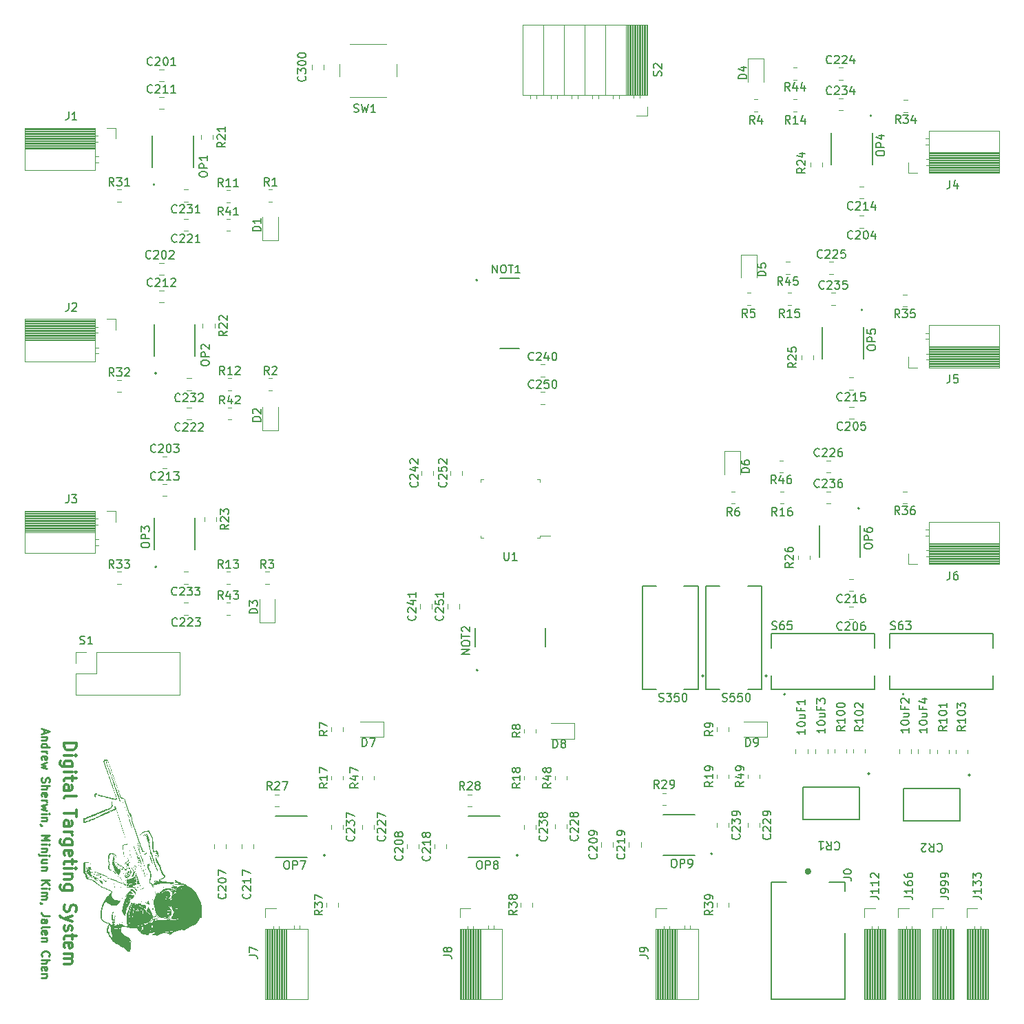
<source format=gbr>
%TF.GenerationSoftware,KiCad,Pcbnew,(6.0.11-0)*%
%TF.CreationDate,2023-11-22T21:35:17-06:00*%
%TF.ProjectId,ECE395_Digital_Target,45434533-3935-45f4-9469-676974616c5f,rev?*%
%TF.SameCoordinates,Original*%
%TF.FileFunction,Legend,Top*%
%TF.FilePolarity,Positive*%
%FSLAX46Y46*%
G04 Gerber Fmt 4.6, Leading zero omitted, Abs format (unit mm)*
G04 Created by KiCad (PCBNEW (6.0.11-0)) date 2023-11-22 21:35:17*
%MOMM*%
%LPD*%
G01*
G04 APERTURE LIST*
%ADD10C,0.250000*%
%ADD11C,0.375000*%
%ADD12C,0.150000*%
%ADD13C,0.120000*%
%ADD14C,0.127000*%
%ADD15C,0.200000*%
%ADD16C,0.400000*%
%ADD17C,0.152400*%
G04 APERTURE END LIST*
D10*
X51033333Y-117914285D02*
X51033333Y-118390476D01*
X50747619Y-117819047D02*
X51747619Y-118152380D01*
X50747619Y-118485714D01*
X51414285Y-118819047D02*
X50747619Y-118819047D01*
X51319047Y-118819047D02*
X51366666Y-118866666D01*
X51414285Y-118961904D01*
X51414285Y-119104761D01*
X51366666Y-119200000D01*
X51271428Y-119247619D01*
X50747619Y-119247619D01*
X50747619Y-120152380D02*
X51747619Y-120152380D01*
X50795238Y-120152380D02*
X50747619Y-120057142D01*
X50747619Y-119866666D01*
X50795238Y-119771428D01*
X50842857Y-119723809D01*
X50938095Y-119676190D01*
X51223809Y-119676190D01*
X51319047Y-119723809D01*
X51366666Y-119771428D01*
X51414285Y-119866666D01*
X51414285Y-120057142D01*
X51366666Y-120152380D01*
X50747619Y-120628571D02*
X51414285Y-120628571D01*
X51223809Y-120628571D02*
X51319047Y-120676190D01*
X51366666Y-120723809D01*
X51414285Y-120819047D01*
X51414285Y-120914285D01*
X50795238Y-121628571D02*
X50747619Y-121533333D01*
X50747619Y-121342857D01*
X50795238Y-121247619D01*
X50890476Y-121200000D01*
X51271428Y-121200000D01*
X51366666Y-121247619D01*
X51414285Y-121342857D01*
X51414285Y-121533333D01*
X51366666Y-121628571D01*
X51271428Y-121676190D01*
X51176190Y-121676190D01*
X51080952Y-121200000D01*
X51414285Y-122009523D02*
X50747619Y-122200000D01*
X51223809Y-122390476D01*
X50747619Y-122580952D01*
X51414285Y-122771428D01*
X50795238Y-123866666D02*
X50747619Y-124009523D01*
X50747619Y-124247619D01*
X50795238Y-124342857D01*
X50842857Y-124390476D01*
X50938095Y-124438095D01*
X51033333Y-124438095D01*
X51128571Y-124390476D01*
X51176190Y-124342857D01*
X51223809Y-124247619D01*
X51271428Y-124057142D01*
X51319047Y-123961904D01*
X51366666Y-123914285D01*
X51461904Y-123866666D01*
X51557142Y-123866666D01*
X51652380Y-123914285D01*
X51700000Y-123961904D01*
X51747619Y-124057142D01*
X51747619Y-124295238D01*
X51700000Y-124438095D01*
X50747619Y-124866666D02*
X51747619Y-124866666D01*
X50747619Y-125295238D02*
X51271428Y-125295238D01*
X51366666Y-125247619D01*
X51414285Y-125152380D01*
X51414285Y-125009523D01*
X51366666Y-124914285D01*
X51319047Y-124866666D01*
X50795238Y-126152380D02*
X50747619Y-126057142D01*
X50747619Y-125866666D01*
X50795238Y-125771428D01*
X50890476Y-125723809D01*
X51271428Y-125723809D01*
X51366666Y-125771428D01*
X51414285Y-125866666D01*
X51414285Y-126057142D01*
X51366666Y-126152380D01*
X51271428Y-126200000D01*
X51176190Y-126200000D01*
X51080952Y-125723809D01*
X50747619Y-126628571D02*
X51414285Y-126628571D01*
X51223809Y-126628571D02*
X51319047Y-126676190D01*
X51366666Y-126723809D01*
X51414285Y-126819047D01*
X51414285Y-126914285D01*
X51414285Y-127152380D02*
X50747619Y-127342857D01*
X51223809Y-127533333D01*
X50747619Y-127723809D01*
X51414285Y-127914285D01*
X50747619Y-128295238D02*
X51414285Y-128295238D01*
X51747619Y-128295238D02*
X51700000Y-128247619D01*
X51652380Y-128295238D01*
X51700000Y-128342857D01*
X51747619Y-128295238D01*
X51652380Y-128295238D01*
X51414285Y-128771428D02*
X50747619Y-128771428D01*
X51319047Y-128771428D02*
X51366666Y-128819047D01*
X51414285Y-128914285D01*
X51414285Y-129057142D01*
X51366666Y-129152380D01*
X51271428Y-129200000D01*
X50747619Y-129200000D01*
X50795238Y-129723809D02*
X50747619Y-129723809D01*
X50652380Y-129676190D01*
X50604761Y-129628571D01*
X50747619Y-130914285D02*
X51747619Y-130914285D01*
X51033333Y-131247619D01*
X51747619Y-131580952D01*
X50747619Y-131580952D01*
X50747619Y-132057142D02*
X51414285Y-132057142D01*
X51747619Y-132057142D02*
X51700000Y-132009523D01*
X51652380Y-132057142D01*
X51700000Y-132104761D01*
X51747619Y-132057142D01*
X51652380Y-132057142D01*
X51414285Y-132533333D02*
X50747619Y-132533333D01*
X51319047Y-132533333D02*
X51366666Y-132580952D01*
X51414285Y-132676190D01*
X51414285Y-132819047D01*
X51366666Y-132914285D01*
X51271428Y-132961904D01*
X50747619Y-132961904D01*
X51414285Y-133438095D02*
X50557142Y-133438095D01*
X50461904Y-133390476D01*
X50414285Y-133295238D01*
X50414285Y-133247619D01*
X51747619Y-133438095D02*
X51700000Y-133390476D01*
X51652380Y-133438095D01*
X51700000Y-133485714D01*
X51747619Y-133438095D01*
X51652380Y-133438095D01*
X51414285Y-134342857D02*
X50747619Y-134342857D01*
X51414285Y-133914285D02*
X50890476Y-133914285D01*
X50795238Y-133961904D01*
X50747619Y-134057142D01*
X50747619Y-134200000D01*
X50795238Y-134295238D01*
X50842857Y-134342857D01*
X51414285Y-134819047D02*
X50747619Y-134819047D01*
X51319047Y-134819047D02*
X51366666Y-134866666D01*
X51414285Y-134961904D01*
X51414285Y-135104761D01*
X51366666Y-135200000D01*
X51271428Y-135247619D01*
X50747619Y-135247619D01*
X50747619Y-136485714D02*
X51747619Y-136485714D01*
X50747619Y-137057142D02*
X51319047Y-136628571D01*
X51747619Y-137057142D02*
X51176190Y-136485714D01*
X50747619Y-137485714D02*
X51414285Y-137485714D01*
X51747619Y-137485714D02*
X51700000Y-137438095D01*
X51652380Y-137485714D01*
X51700000Y-137533333D01*
X51747619Y-137485714D01*
X51652380Y-137485714D01*
X50747619Y-137961904D02*
X51414285Y-137961904D01*
X51319047Y-137961904D02*
X51366666Y-138009523D01*
X51414285Y-138104761D01*
X51414285Y-138247619D01*
X51366666Y-138342857D01*
X51271428Y-138390476D01*
X50747619Y-138390476D01*
X51271428Y-138390476D02*
X51366666Y-138438095D01*
X51414285Y-138533333D01*
X51414285Y-138676190D01*
X51366666Y-138771428D01*
X51271428Y-138819047D01*
X50747619Y-138819047D01*
X50795238Y-139342857D02*
X50747619Y-139342857D01*
X50652380Y-139295238D01*
X50604761Y-139247619D01*
X51747619Y-140819047D02*
X51033333Y-140819047D01*
X50890476Y-140771428D01*
X50795238Y-140676190D01*
X50747619Y-140533333D01*
X50747619Y-140438095D01*
X50747619Y-141723809D02*
X51271428Y-141723809D01*
X51366666Y-141676190D01*
X51414285Y-141580952D01*
X51414285Y-141390476D01*
X51366666Y-141295238D01*
X50795238Y-141723809D02*
X50747619Y-141628571D01*
X50747619Y-141390476D01*
X50795238Y-141295238D01*
X50890476Y-141247619D01*
X50985714Y-141247619D01*
X51080952Y-141295238D01*
X51128571Y-141390476D01*
X51128571Y-141628571D01*
X51176190Y-141723809D01*
X50747619Y-142342857D02*
X50795238Y-142247619D01*
X50890476Y-142200000D01*
X51747619Y-142200000D01*
X50795238Y-143104761D02*
X50747619Y-143009523D01*
X50747619Y-142819047D01*
X50795238Y-142723809D01*
X50890476Y-142676190D01*
X51271428Y-142676190D01*
X51366666Y-142723809D01*
X51414285Y-142819047D01*
X51414285Y-143009523D01*
X51366666Y-143104761D01*
X51271428Y-143152380D01*
X51176190Y-143152380D01*
X51080952Y-142676190D01*
X51414285Y-143580952D02*
X50747619Y-143580952D01*
X51319047Y-143580952D02*
X51366666Y-143628571D01*
X51414285Y-143723809D01*
X51414285Y-143866666D01*
X51366666Y-143961904D01*
X51271428Y-144009523D01*
X50747619Y-144009523D01*
X50842857Y-145819047D02*
X50795238Y-145771428D01*
X50747619Y-145628571D01*
X50747619Y-145533333D01*
X50795238Y-145390476D01*
X50890476Y-145295238D01*
X50985714Y-145247619D01*
X51176190Y-145200000D01*
X51319047Y-145200000D01*
X51509523Y-145247619D01*
X51604761Y-145295238D01*
X51700000Y-145390476D01*
X51747619Y-145533333D01*
X51747619Y-145628571D01*
X51700000Y-145771428D01*
X51652380Y-145819047D01*
X50747619Y-146247619D02*
X51747619Y-146247619D01*
X50747619Y-146676190D02*
X51271428Y-146676190D01*
X51366666Y-146628571D01*
X51414285Y-146533333D01*
X51414285Y-146390476D01*
X51366666Y-146295238D01*
X51319047Y-146247619D01*
X50795238Y-147533333D02*
X50747619Y-147438095D01*
X50747619Y-147247619D01*
X50795238Y-147152380D01*
X50890476Y-147104761D01*
X51271428Y-147104761D01*
X51366666Y-147152380D01*
X51414285Y-147247619D01*
X51414285Y-147438095D01*
X51366666Y-147533333D01*
X51271428Y-147580952D01*
X51176190Y-147580952D01*
X51080952Y-147104761D01*
X51414285Y-148009523D02*
X50747619Y-148009523D01*
X51319047Y-148009523D02*
X51366666Y-148057142D01*
X51414285Y-148152380D01*
X51414285Y-148295238D01*
X51366666Y-148390476D01*
X51271428Y-148438095D01*
X50747619Y-148438095D01*
D11*
X53521428Y-119628571D02*
X55021428Y-119628571D01*
X55021428Y-119985714D01*
X54950000Y-120200000D01*
X54807142Y-120342857D01*
X54664285Y-120414285D01*
X54378571Y-120485714D01*
X54164285Y-120485714D01*
X53878571Y-120414285D01*
X53735714Y-120342857D01*
X53592857Y-120200000D01*
X53521428Y-119985714D01*
X53521428Y-119628571D01*
X53521428Y-121128571D02*
X54521428Y-121128571D01*
X55021428Y-121128571D02*
X54950000Y-121057142D01*
X54878571Y-121128571D01*
X54950000Y-121200000D01*
X55021428Y-121128571D01*
X54878571Y-121128571D01*
X54521428Y-122485714D02*
X53307142Y-122485714D01*
X53164285Y-122414285D01*
X53092857Y-122342857D01*
X53021428Y-122200000D01*
X53021428Y-121985714D01*
X53092857Y-121842857D01*
X53592857Y-122485714D02*
X53521428Y-122342857D01*
X53521428Y-122057142D01*
X53592857Y-121914285D01*
X53664285Y-121842857D01*
X53807142Y-121771428D01*
X54235714Y-121771428D01*
X54378571Y-121842857D01*
X54450000Y-121914285D01*
X54521428Y-122057142D01*
X54521428Y-122342857D01*
X54450000Y-122485714D01*
X53521428Y-123200000D02*
X54521428Y-123200000D01*
X55021428Y-123200000D02*
X54950000Y-123128571D01*
X54878571Y-123200000D01*
X54950000Y-123271428D01*
X55021428Y-123200000D01*
X54878571Y-123200000D01*
X54521428Y-123700000D02*
X54521428Y-124271428D01*
X55021428Y-123914285D02*
X53735714Y-123914285D01*
X53592857Y-123985714D01*
X53521428Y-124128571D01*
X53521428Y-124271428D01*
X53521428Y-125414285D02*
X54307142Y-125414285D01*
X54450000Y-125342857D01*
X54521428Y-125200000D01*
X54521428Y-124914285D01*
X54450000Y-124771428D01*
X53592857Y-125414285D02*
X53521428Y-125271428D01*
X53521428Y-124914285D01*
X53592857Y-124771428D01*
X53735714Y-124700000D01*
X53878571Y-124700000D01*
X54021428Y-124771428D01*
X54092857Y-124914285D01*
X54092857Y-125271428D01*
X54164285Y-125414285D01*
X53521428Y-126342857D02*
X53592857Y-126200000D01*
X53735714Y-126128571D01*
X55021428Y-126128571D01*
X55021428Y-127842857D02*
X55021428Y-128700000D01*
X53521428Y-128271428D02*
X55021428Y-128271428D01*
X53521428Y-129842857D02*
X54307142Y-129842857D01*
X54450000Y-129771428D01*
X54521428Y-129628571D01*
X54521428Y-129342857D01*
X54450000Y-129200000D01*
X53592857Y-129842857D02*
X53521428Y-129700000D01*
X53521428Y-129342857D01*
X53592857Y-129200000D01*
X53735714Y-129128571D01*
X53878571Y-129128571D01*
X54021428Y-129200000D01*
X54092857Y-129342857D01*
X54092857Y-129700000D01*
X54164285Y-129842857D01*
X53521428Y-130557142D02*
X54521428Y-130557142D01*
X54235714Y-130557142D02*
X54378571Y-130628571D01*
X54450000Y-130700000D01*
X54521428Y-130842857D01*
X54521428Y-130985714D01*
X54521428Y-132128571D02*
X53307142Y-132128571D01*
X53164285Y-132057142D01*
X53092857Y-131985714D01*
X53021428Y-131842857D01*
X53021428Y-131628571D01*
X53092857Y-131485714D01*
X53592857Y-132128571D02*
X53521428Y-131985714D01*
X53521428Y-131699999D01*
X53592857Y-131557142D01*
X53664285Y-131485714D01*
X53807142Y-131414285D01*
X54235714Y-131414285D01*
X54378571Y-131485714D01*
X54450000Y-131557142D01*
X54521428Y-131700000D01*
X54521428Y-131985714D01*
X54450000Y-132128571D01*
X53592857Y-133414285D02*
X53521428Y-133271428D01*
X53521428Y-132985714D01*
X53592857Y-132842857D01*
X53735714Y-132771428D01*
X54307142Y-132771428D01*
X54450000Y-132842857D01*
X54521428Y-132985714D01*
X54521428Y-133271428D01*
X54450000Y-133414285D01*
X54307142Y-133485714D01*
X54164285Y-133485714D01*
X54021428Y-132771428D01*
X54521428Y-133914285D02*
X54521428Y-134485714D01*
X55021428Y-134128571D02*
X53735714Y-134128571D01*
X53592857Y-134199999D01*
X53521428Y-134342857D01*
X53521428Y-134485714D01*
X53521428Y-134985714D02*
X54521428Y-134985714D01*
X55021428Y-134985714D02*
X54950000Y-134914285D01*
X54878571Y-134985714D01*
X54950000Y-135057142D01*
X55021428Y-134985714D01*
X54878571Y-134985714D01*
X54521428Y-135700000D02*
X53521428Y-135700000D01*
X54378571Y-135700000D02*
X54450000Y-135771428D01*
X54521428Y-135914285D01*
X54521428Y-136128571D01*
X54450000Y-136271428D01*
X54307142Y-136342857D01*
X53521428Y-136342857D01*
X54521428Y-137700000D02*
X53307142Y-137700000D01*
X53164285Y-137628571D01*
X53092857Y-137557142D01*
X53021428Y-137414285D01*
X53021428Y-137200000D01*
X53092857Y-137057142D01*
X53592857Y-137700000D02*
X53521428Y-137557142D01*
X53521428Y-137271428D01*
X53592857Y-137128571D01*
X53664285Y-137057142D01*
X53807142Y-136985714D01*
X54235714Y-136985714D01*
X54378571Y-137057142D01*
X54450000Y-137128571D01*
X54521428Y-137271428D01*
X54521428Y-137557142D01*
X54450000Y-137700000D01*
X53592857Y-139485714D02*
X53521428Y-139700000D01*
X53521428Y-140057142D01*
X53592857Y-140200000D01*
X53664285Y-140271428D01*
X53807142Y-140342857D01*
X53950000Y-140342857D01*
X54092857Y-140271428D01*
X54164285Y-140200000D01*
X54235714Y-140057142D01*
X54307142Y-139771428D01*
X54378571Y-139628571D01*
X54450000Y-139557142D01*
X54592857Y-139485714D01*
X54735714Y-139485714D01*
X54878571Y-139557142D01*
X54950000Y-139628571D01*
X55021428Y-139771428D01*
X55021428Y-140128571D01*
X54950000Y-140342857D01*
X54521428Y-140842857D02*
X53521428Y-141200000D01*
X54521428Y-141557142D02*
X53521428Y-141200000D01*
X53164285Y-141057142D01*
X53092857Y-140985714D01*
X53021428Y-140842857D01*
X53592857Y-142057142D02*
X53521428Y-142200000D01*
X53521428Y-142485714D01*
X53592857Y-142628571D01*
X53735714Y-142700000D01*
X53807142Y-142700000D01*
X53950000Y-142628571D01*
X54021428Y-142485714D01*
X54021428Y-142271428D01*
X54092857Y-142128571D01*
X54235714Y-142057142D01*
X54307142Y-142057142D01*
X54450000Y-142128571D01*
X54521428Y-142271428D01*
X54521428Y-142485714D01*
X54450000Y-142628571D01*
X54521428Y-143128571D02*
X54521428Y-143700000D01*
X55021428Y-143342857D02*
X53735714Y-143342857D01*
X53592857Y-143414285D01*
X53521428Y-143557142D01*
X53521428Y-143700000D01*
X53592857Y-144771428D02*
X53521428Y-144628571D01*
X53521428Y-144342857D01*
X53592857Y-144200000D01*
X53735714Y-144128571D01*
X54307142Y-144128571D01*
X54450000Y-144200000D01*
X54521428Y-144342857D01*
X54521428Y-144628571D01*
X54450000Y-144771428D01*
X54307142Y-144842857D01*
X54164285Y-144842857D01*
X54021428Y-144128571D01*
X53521428Y-145485714D02*
X54521428Y-145485714D01*
X54378571Y-145485714D02*
X54450000Y-145557142D01*
X54521428Y-145700000D01*
X54521428Y-145914285D01*
X54450000Y-146057142D01*
X54307142Y-146128571D01*
X53521428Y-146128571D01*
X54307142Y-146128571D02*
X54450000Y-146200000D01*
X54521428Y-146342857D01*
X54521428Y-146557142D01*
X54450000Y-146700000D01*
X54307142Y-146771428D01*
X53521428Y-146771428D01*
D12*
%TO.C,C206*%
X149180952Y-105637142D02*
X149133333Y-105684761D01*
X148990476Y-105732380D01*
X148895238Y-105732380D01*
X148752380Y-105684761D01*
X148657142Y-105589523D01*
X148609523Y-105494285D01*
X148561904Y-105303809D01*
X148561904Y-105160952D01*
X148609523Y-104970476D01*
X148657142Y-104875238D01*
X148752380Y-104780000D01*
X148895238Y-104732380D01*
X148990476Y-104732380D01*
X149133333Y-104780000D01*
X149180952Y-104827619D01*
X149561904Y-104827619D02*
X149609523Y-104780000D01*
X149704761Y-104732380D01*
X149942857Y-104732380D01*
X150038095Y-104780000D01*
X150085714Y-104827619D01*
X150133333Y-104922857D01*
X150133333Y-105018095D01*
X150085714Y-105160952D01*
X149514285Y-105732380D01*
X150133333Y-105732380D01*
X150752380Y-104732380D02*
X150847619Y-104732380D01*
X150942857Y-104780000D01*
X150990476Y-104827619D01*
X151038095Y-104922857D01*
X151085714Y-105113333D01*
X151085714Y-105351428D01*
X151038095Y-105541904D01*
X150990476Y-105637142D01*
X150942857Y-105684761D01*
X150847619Y-105732380D01*
X150752380Y-105732380D01*
X150657142Y-105684761D01*
X150609523Y-105637142D01*
X150561904Y-105541904D01*
X150514285Y-105351428D01*
X150514285Y-105113333D01*
X150561904Y-104922857D01*
X150609523Y-104827619D01*
X150657142Y-104780000D01*
X150752380Y-104732380D01*
X151942857Y-104732380D02*
X151752380Y-104732380D01*
X151657142Y-104780000D01*
X151609523Y-104827619D01*
X151514285Y-104970476D01*
X151466666Y-105160952D01*
X151466666Y-105541904D01*
X151514285Y-105637142D01*
X151561904Y-105684761D01*
X151657142Y-105732380D01*
X151847619Y-105732380D01*
X151942857Y-105684761D01*
X151990476Y-105637142D01*
X152038095Y-105541904D01*
X152038095Y-105303809D01*
X151990476Y-105208571D01*
X151942857Y-105160952D01*
X151847619Y-105113333D01*
X151657142Y-105113333D01*
X151561904Y-105160952D01*
X151514285Y-105208571D01*
X151466666Y-105303809D01*
%TO.C,10uF4*%
X159652380Y-117747619D02*
X159652380Y-118319047D01*
X159652380Y-118033333D02*
X158652380Y-118033333D01*
X158795238Y-118128571D01*
X158890476Y-118223809D01*
X158938095Y-118319047D01*
X158652380Y-117128571D02*
X158652380Y-117033333D01*
X158700000Y-116938095D01*
X158747619Y-116890476D01*
X158842857Y-116842857D01*
X159033333Y-116795238D01*
X159271428Y-116795238D01*
X159461904Y-116842857D01*
X159557142Y-116890476D01*
X159604761Y-116938095D01*
X159652380Y-117033333D01*
X159652380Y-117128571D01*
X159604761Y-117223809D01*
X159557142Y-117271428D01*
X159461904Y-117319047D01*
X159271428Y-117366666D01*
X159033333Y-117366666D01*
X158842857Y-117319047D01*
X158747619Y-117271428D01*
X158700000Y-117223809D01*
X158652380Y-117128571D01*
X158985714Y-115938095D02*
X159652380Y-115938095D01*
X158985714Y-116366666D02*
X159509523Y-116366666D01*
X159604761Y-116319047D01*
X159652380Y-116223809D01*
X159652380Y-116080952D01*
X159604761Y-115985714D01*
X159557142Y-115938095D01*
X159128571Y-115128571D02*
X159128571Y-115461904D01*
X159652380Y-115461904D02*
X158652380Y-115461904D01*
X158652380Y-114985714D01*
X158985714Y-114176190D02*
X159652380Y-114176190D01*
X158604761Y-114414285D02*
X159319047Y-114652380D01*
X159319047Y-114033333D01*
%TO.C,S2*%
X126937261Y-37581904D02*
X126984880Y-37439047D01*
X126984880Y-37200952D01*
X126937261Y-37105714D01*
X126889642Y-37058095D01*
X126794404Y-37010476D01*
X126699166Y-37010476D01*
X126603928Y-37058095D01*
X126556309Y-37105714D01*
X126508690Y-37200952D01*
X126461071Y-37391428D01*
X126413452Y-37486666D01*
X126365833Y-37534285D01*
X126270595Y-37581904D01*
X126175357Y-37581904D01*
X126080119Y-37534285D01*
X126032500Y-37486666D01*
X125984880Y-37391428D01*
X125984880Y-37153333D01*
X126032500Y-37010476D01*
X126080119Y-36629523D02*
X126032500Y-36581904D01*
X125984880Y-36486666D01*
X125984880Y-36248571D01*
X126032500Y-36153333D01*
X126080119Y-36105714D01*
X126175357Y-36058095D01*
X126270595Y-36058095D01*
X126413452Y-36105714D01*
X126984880Y-36677142D01*
X126984880Y-36058095D01*
%TO.C,D6*%
X137802380Y-86338095D02*
X136802380Y-86338095D01*
X136802380Y-86100000D01*
X136850000Y-85957142D01*
X136945238Y-85861904D01*
X137040476Y-85814285D01*
X137230952Y-85766666D01*
X137373809Y-85766666D01*
X137564285Y-85814285D01*
X137659523Y-85861904D01*
X137754761Y-85957142D01*
X137802380Y-86100000D01*
X137802380Y-86338095D01*
X136802380Y-84909523D02*
X136802380Y-85100000D01*
X136850000Y-85195238D01*
X136897619Y-85242857D01*
X137040476Y-85338095D01*
X137230952Y-85385714D01*
X137611904Y-85385714D01*
X137707142Y-85338095D01*
X137754761Y-85290476D01*
X137802380Y-85195238D01*
X137802380Y-85004761D01*
X137754761Y-84909523D01*
X137707142Y-84861904D01*
X137611904Y-84814285D01*
X137373809Y-84814285D01*
X137278571Y-84861904D01*
X137230952Y-84909523D01*
X137183333Y-85004761D01*
X137183333Y-85195238D01*
X137230952Y-85290476D01*
X137278571Y-85338095D01*
X137373809Y-85385714D01*
%TO.C,C234*%
X147880952Y-39777142D02*
X147833333Y-39824761D01*
X147690476Y-39872380D01*
X147595238Y-39872380D01*
X147452380Y-39824761D01*
X147357142Y-39729523D01*
X147309523Y-39634285D01*
X147261904Y-39443809D01*
X147261904Y-39300952D01*
X147309523Y-39110476D01*
X147357142Y-39015238D01*
X147452380Y-38920000D01*
X147595238Y-38872380D01*
X147690476Y-38872380D01*
X147833333Y-38920000D01*
X147880952Y-38967619D01*
X148261904Y-38967619D02*
X148309523Y-38920000D01*
X148404761Y-38872380D01*
X148642857Y-38872380D01*
X148738095Y-38920000D01*
X148785714Y-38967619D01*
X148833333Y-39062857D01*
X148833333Y-39158095D01*
X148785714Y-39300952D01*
X148214285Y-39872380D01*
X148833333Y-39872380D01*
X149166666Y-38872380D02*
X149785714Y-38872380D01*
X149452380Y-39253333D01*
X149595238Y-39253333D01*
X149690476Y-39300952D01*
X149738095Y-39348571D01*
X149785714Y-39443809D01*
X149785714Y-39681904D01*
X149738095Y-39777142D01*
X149690476Y-39824761D01*
X149595238Y-39872380D01*
X149309523Y-39872380D01*
X149214285Y-39824761D01*
X149166666Y-39777142D01*
X150642857Y-39205714D02*
X150642857Y-39872380D01*
X150404761Y-38824761D02*
X150166666Y-39539047D01*
X150785714Y-39539047D01*
%TO.C,C232*%
X67780952Y-77537142D02*
X67733333Y-77584761D01*
X67590476Y-77632380D01*
X67495238Y-77632380D01*
X67352380Y-77584761D01*
X67257142Y-77489523D01*
X67209523Y-77394285D01*
X67161904Y-77203809D01*
X67161904Y-77060952D01*
X67209523Y-76870476D01*
X67257142Y-76775238D01*
X67352380Y-76680000D01*
X67495238Y-76632380D01*
X67590476Y-76632380D01*
X67733333Y-76680000D01*
X67780952Y-76727619D01*
X68161904Y-76727619D02*
X68209523Y-76680000D01*
X68304761Y-76632380D01*
X68542857Y-76632380D01*
X68638095Y-76680000D01*
X68685714Y-76727619D01*
X68733333Y-76822857D01*
X68733333Y-76918095D01*
X68685714Y-77060952D01*
X68114285Y-77632380D01*
X68733333Y-77632380D01*
X69066666Y-76632380D02*
X69685714Y-76632380D01*
X69352380Y-77013333D01*
X69495238Y-77013333D01*
X69590476Y-77060952D01*
X69638095Y-77108571D01*
X69685714Y-77203809D01*
X69685714Y-77441904D01*
X69638095Y-77537142D01*
X69590476Y-77584761D01*
X69495238Y-77632380D01*
X69209523Y-77632380D01*
X69114285Y-77584761D01*
X69066666Y-77537142D01*
X70066666Y-76727619D02*
X70114285Y-76680000D01*
X70209523Y-76632380D01*
X70447619Y-76632380D01*
X70542857Y-76680000D01*
X70590476Y-76727619D01*
X70638095Y-76822857D01*
X70638095Y-76918095D01*
X70590476Y-77060952D01*
X70019047Y-77632380D01*
X70638095Y-77632380D01*
%TO.C,OP9*%
X128413571Y-133889380D02*
X128604047Y-133889380D01*
X128699285Y-133937000D01*
X128794523Y-134032238D01*
X128842142Y-134222714D01*
X128842142Y-134556047D01*
X128794523Y-134746523D01*
X128699285Y-134841761D01*
X128604047Y-134889380D01*
X128413571Y-134889380D01*
X128318333Y-134841761D01*
X128223095Y-134746523D01*
X128175476Y-134556047D01*
X128175476Y-134222714D01*
X128223095Y-134032238D01*
X128318333Y-133937000D01*
X128413571Y-133889380D01*
X129270714Y-134889380D02*
X129270714Y-133889380D01*
X129651666Y-133889380D01*
X129746904Y-133937000D01*
X129794523Y-133984619D01*
X129842142Y-134079857D01*
X129842142Y-134222714D01*
X129794523Y-134317952D01*
X129746904Y-134365571D01*
X129651666Y-134413190D01*
X129270714Y-134413190D01*
X130318333Y-134889380D02*
X130508809Y-134889380D01*
X130604047Y-134841761D01*
X130651666Y-134794142D01*
X130746904Y-134651285D01*
X130794523Y-134460809D01*
X130794523Y-134079857D01*
X130746904Y-133984619D01*
X130699285Y-133937000D01*
X130604047Y-133889380D01*
X130413571Y-133889380D01*
X130318333Y-133937000D01*
X130270714Y-133984619D01*
X130223095Y-134079857D01*
X130223095Y-134317952D01*
X130270714Y-134413190D01*
X130318333Y-134460809D01*
X130413571Y-134508428D01*
X130604047Y-134508428D01*
X130699285Y-134460809D01*
X130746904Y-134413190D01*
X130794523Y-134317952D01*
%TO.C,OP4*%
X153389380Y-47186428D02*
X153389380Y-46995952D01*
X153437000Y-46900714D01*
X153532238Y-46805476D01*
X153722714Y-46757857D01*
X154056047Y-46757857D01*
X154246523Y-46805476D01*
X154341761Y-46900714D01*
X154389380Y-46995952D01*
X154389380Y-47186428D01*
X154341761Y-47281666D01*
X154246523Y-47376904D01*
X154056047Y-47424523D01*
X153722714Y-47424523D01*
X153532238Y-47376904D01*
X153437000Y-47281666D01*
X153389380Y-47186428D01*
X154389380Y-46329285D02*
X153389380Y-46329285D01*
X153389380Y-45948333D01*
X153437000Y-45853095D01*
X153484619Y-45805476D01*
X153579857Y-45757857D01*
X153722714Y-45757857D01*
X153817952Y-45805476D01*
X153865571Y-45853095D01*
X153913190Y-45948333D01*
X153913190Y-46329285D01*
X153722714Y-44900714D02*
X154389380Y-44900714D01*
X153341761Y-45138809D02*
X154056047Y-45376904D01*
X154056047Y-44757857D01*
%TO.C,S63*%
X155161904Y-105604761D02*
X155304761Y-105652380D01*
X155542857Y-105652380D01*
X155638095Y-105604761D01*
X155685714Y-105557142D01*
X155733333Y-105461904D01*
X155733333Y-105366666D01*
X155685714Y-105271428D01*
X155638095Y-105223809D01*
X155542857Y-105176190D01*
X155352380Y-105128571D01*
X155257142Y-105080952D01*
X155209523Y-105033333D01*
X155161904Y-104938095D01*
X155161904Y-104842857D01*
X155209523Y-104747619D01*
X155257142Y-104700000D01*
X155352380Y-104652380D01*
X155590476Y-104652380D01*
X155733333Y-104700000D01*
X156590476Y-104652380D02*
X156400000Y-104652380D01*
X156304761Y-104700000D01*
X156257142Y-104747619D01*
X156161904Y-104890476D01*
X156114285Y-105080952D01*
X156114285Y-105461904D01*
X156161904Y-105557142D01*
X156209523Y-105604761D01*
X156304761Y-105652380D01*
X156495238Y-105652380D01*
X156590476Y-105604761D01*
X156638095Y-105557142D01*
X156685714Y-105461904D01*
X156685714Y-105223809D01*
X156638095Y-105128571D01*
X156590476Y-105080952D01*
X156495238Y-105033333D01*
X156304761Y-105033333D01*
X156209523Y-105080952D01*
X156161904Y-105128571D01*
X156114285Y-105223809D01*
X157019047Y-104652380D02*
X157638095Y-104652380D01*
X157304761Y-105033333D01*
X157447619Y-105033333D01*
X157542857Y-105080952D01*
X157590476Y-105128571D01*
X157638095Y-105223809D01*
X157638095Y-105461904D01*
X157590476Y-105557142D01*
X157542857Y-105604761D01*
X157447619Y-105652380D01*
X157161904Y-105652380D01*
X157066666Y-105604761D01*
X157019047Y-105557142D01*
%TO.C,OP6*%
X151889380Y-95486428D02*
X151889380Y-95295952D01*
X151937000Y-95200714D01*
X152032238Y-95105476D01*
X152222714Y-95057857D01*
X152556047Y-95057857D01*
X152746523Y-95105476D01*
X152841761Y-95200714D01*
X152889380Y-95295952D01*
X152889380Y-95486428D01*
X152841761Y-95581666D01*
X152746523Y-95676904D01*
X152556047Y-95724523D01*
X152222714Y-95724523D01*
X152032238Y-95676904D01*
X151937000Y-95581666D01*
X151889380Y-95486428D01*
X152889380Y-94629285D02*
X151889380Y-94629285D01*
X151889380Y-94248333D01*
X151937000Y-94153095D01*
X151984619Y-94105476D01*
X152079857Y-94057857D01*
X152222714Y-94057857D01*
X152317952Y-94105476D01*
X152365571Y-94153095D01*
X152413190Y-94248333D01*
X152413190Y-94629285D01*
X151889380Y-93200714D02*
X151889380Y-93391190D01*
X151937000Y-93486428D01*
X151984619Y-93534047D01*
X152127476Y-93629285D01*
X152317952Y-93676904D01*
X152698904Y-93676904D01*
X152794142Y-93629285D01*
X152841761Y-93581666D01*
X152889380Y-93486428D01*
X152889380Y-93295952D01*
X152841761Y-93200714D01*
X152794142Y-93153095D01*
X152698904Y-93105476D01*
X152460809Y-93105476D01*
X152365571Y-93153095D01*
X152317952Y-93200714D01*
X152270333Y-93295952D01*
X152270333Y-93486428D01*
X152317952Y-93581666D01*
X152365571Y-93629285D01*
X152460809Y-93676904D01*
%TO.C,C212*%
X64380952Y-63377142D02*
X64333333Y-63424761D01*
X64190476Y-63472380D01*
X64095238Y-63472380D01*
X63952380Y-63424761D01*
X63857142Y-63329523D01*
X63809523Y-63234285D01*
X63761904Y-63043809D01*
X63761904Y-62900952D01*
X63809523Y-62710476D01*
X63857142Y-62615238D01*
X63952380Y-62520000D01*
X64095238Y-62472380D01*
X64190476Y-62472380D01*
X64333333Y-62520000D01*
X64380952Y-62567619D01*
X64761904Y-62567619D02*
X64809523Y-62520000D01*
X64904761Y-62472380D01*
X65142857Y-62472380D01*
X65238095Y-62520000D01*
X65285714Y-62567619D01*
X65333333Y-62662857D01*
X65333333Y-62758095D01*
X65285714Y-62900952D01*
X64714285Y-63472380D01*
X65333333Y-63472380D01*
X66285714Y-63472380D02*
X65714285Y-63472380D01*
X66000000Y-63472380D02*
X66000000Y-62472380D01*
X65904761Y-62615238D01*
X65809523Y-62710476D01*
X65714285Y-62758095D01*
X66666666Y-62567619D02*
X66714285Y-62520000D01*
X66809523Y-62472380D01*
X67047619Y-62472380D01*
X67142857Y-62520000D01*
X67190476Y-62567619D01*
X67238095Y-62662857D01*
X67238095Y-62758095D01*
X67190476Y-62900952D01*
X66619047Y-63472380D01*
X67238095Y-63472380D01*
%TO.C,10uF1*%
X144652380Y-117947619D02*
X144652380Y-118519047D01*
X144652380Y-118233333D02*
X143652380Y-118233333D01*
X143795238Y-118328571D01*
X143890476Y-118423809D01*
X143938095Y-118519047D01*
X143652380Y-117328571D02*
X143652380Y-117233333D01*
X143700000Y-117138095D01*
X143747619Y-117090476D01*
X143842857Y-117042857D01*
X144033333Y-116995238D01*
X144271428Y-116995238D01*
X144461904Y-117042857D01*
X144557142Y-117090476D01*
X144604761Y-117138095D01*
X144652380Y-117233333D01*
X144652380Y-117328571D01*
X144604761Y-117423809D01*
X144557142Y-117471428D01*
X144461904Y-117519047D01*
X144271428Y-117566666D01*
X144033333Y-117566666D01*
X143842857Y-117519047D01*
X143747619Y-117471428D01*
X143700000Y-117423809D01*
X143652380Y-117328571D01*
X143985714Y-116138095D02*
X144652380Y-116138095D01*
X143985714Y-116566666D02*
X144509523Y-116566666D01*
X144604761Y-116519047D01*
X144652380Y-116423809D01*
X144652380Y-116280952D01*
X144604761Y-116185714D01*
X144557142Y-116138095D01*
X144128571Y-115328571D02*
X144128571Y-115661904D01*
X144652380Y-115661904D02*
X143652380Y-115661904D01*
X143652380Y-115185714D01*
X144652380Y-114280952D02*
X144652380Y-114852380D01*
X144652380Y-114566666D02*
X143652380Y-114566666D01*
X143795238Y-114661904D01*
X143890476Y-114757142D01*
X143938095Y-114852380D01*
%TO.C,C235*%
X146980952Y-63677142D02*
X146933333Y-63724761D01*
X146790476Y-63772380D01*
X146695238Y-63772380D01*
X146552380Y-63724761D01*
X146457142Y-63629523D01*
X146409523Y-63534285D01*
X146361904Y-63343809D01*
X146361904Y-63200952D01*
X146409523Y-63010476D01*
X146457142Y-62915238D01*
X146552380Y-62820000D01*
X146695238Y-62772380D01*
X146790476Y-62772380D01*
X146933333Y-62820000D01*
X146980952Y-62867619D01*
X147361904Y-62867619D02*
X147409523Y-62820000D01*
X147504761Y-62772380D01*
X147742857Y-62772380D01*
X147838095Y-62820000D01*
X147885714Y-62867619D01*
X147933333Y-62962857D01*
X147933333Y-63058095D01*
X147885714Y-63200952D01*
X147314285Y-63772380D01*
X147933333Y-63772380D01*
X148266666Y-62772380D02*
X148885714Y-62772380D01*
X148552380Y-63153333D01*
X148695238Y-63153333D01*
X148790476Y-63200952D01*
X148838095Y-63248571D01*
X148885714Y-63343809D01*
X148885714Y-63581904D01*
X148838095Y-63677142D01*
X148790476Y-63724761D01*
X148695238Y-63772380D01*
X148409523Y-63772380D01*
X148314285Y-63724761D01*
X148266666Y-63677142D01*
X149790476Y-62772380D02*
X149314285Y-62772380D01*
X149266666Y-63248571D01*
X149314285Y-63200952D01*
X149409523Y-63153333D01*
X149647619Y-63153333D01*
X149742857Y-63200952D01*
X149790476Y-63248571D01*
X149838095Y-63343809D01*
X149838095Y-63581904D01*
X149790476Y-63677142D01*
X149742857Y-63724761D01*
X149647619Y-63772380D01*
X149409523Y-63772380D01*
X149314285Y-63724761D01*
X149266666Y-63677142D01*
%TO.C,R4*%
X138433333Y-43452380D02*
X138100000Y-42976190D01*
X137861904Y-43452380D02*
X137861904Y-42452380D01*
X138242857Y-42452380D01*
X138338095Y-42500000D01*
X138385714Y-42547619D01*
X138433333Y-42642857D01*
X138433333Y-42785714D01*
X138385714Y-42880952D01*
X138338095Y-42928571D01*
X138242857Y-42976190D01*
X137861904Y-42976190D01*
X139290476Y-42785714D02*
X139290476Y-43452380D01*
X139052380Y-42404761D02*
X138814285Y-43119047D01*
X139433333Y-43119047D01*
%TO.C,J0*%
X149327337Y-136133359D02*
X150041679Y-136133359D01*
X150184548Y-136180982D01*
X150279793Y-136276228D01*
X150327416Y-136419096D01*
X150327416Y-136514342D01*
X149327337Y-135466640D02*
X149327337Y-135371394D01*
X149374960Y-135276149D01*
X149422583Y-135228526D01*
X149517828Y-135180903D01*
X149708320Y-135133280D01*
X149946434Y-135133280D01*
X150136925Y-135180903D01*
X150232171Y-135228526D01*
X150279793Y-135276149D01*
X150327416Y-135371394D01*
X150327416Y-135466640D01*
X150279793Y-135561885D01*
X150232171Y-135609508D01*
X150136925Y-135657131D01*
X149946434Y-135704754D01*
X149708320Y-135704754D01*
X149517828Y-135657131D01*
X149422583Y-135609508D01*
X149374960Y-135561885D01*
X149327337Y-135466640D01*
%TO.C,C218*%
X98477142Y-133456547D02*
X98524761Y-133504166D01*
X98572380Y-133647023D01*
X98572380Y-133742261D01*
X98524761Y-133885119D01*
X98429523Y-133980357D01*
X98334285Y-134027976D01*
X98143809Y-134075595D01*
X98000952Y-134075595D01*
X97810476Y-134027976D01*
X97715238Y-133980357D01*
X97620000Y-133885119D01*
X97572380Y-133742261D01*
X97572380Y-133647023D01*
X97620000Y-133504166D01*
X97667619Y-133456547D01*
X97667619Y-133075595D02*
X97620000Y-133027976D01*
X97572380Y-132932738D01*
X97572380Y-132694642D01*
X97620000Y-132599404D01*
X97667619Y-132551785D01*
X97762857Y-132504166D01*
X97858095Y-132504166D01*
X98000952Y-132551785D01*
X98572380Y-133123214D01*
X98572380Y-132504166D01*
X98572380Y-131551785D02*
X98572380Y-132123214D01*
X98572380Y-131837500D02*
X97572380Y-131837500D01*
X97715238Y-131932738D01*
X97810476Y-132027976D01*
X97858095Y-132123214D01*
X98000952Y-130980357D02*
X97953333Y-131075595D01*
X97905714Y-131123214D01*
X97810476Y-131170833D01*
X97762857Y-131170833D01*
X97667619Y-131123214D01*
X97620000Y-131075595D01*
X97572380Y-130980357D01*
X97572380Y-130789880D01*
X97620000Y-130694642D01*
X97667619Y-130647023D01*
X97762857Y-130599404D01*
X97810476Y-130599404D01*
X97905714Y-130647023D01*
X97953333Y-130694642D01*
X98000952Y-130789880D01*
X98000952Y-130980357D01*
X98048571Y-131075595D01*
X98096190Y-131123214D01*
X98191428Y-131170833D01*
X98381904Y-131170833D01*
X98477142Y-131123214D01*
X98524761Y-131075595D01*
X98572380Y-130980357D01*
X98572380Y-130789880D01*
X98524761Y-130694642D01*
X98477142Y-130647023D01*
X98381904Y-130599404D01*
X98191428Y-130599404D01*
X98096190Y-130647023D01*
X98048571Y-130694642D01*
X98000952Y-130789880D01*
%TO.C,NOT1*%
X106208333Y-61817380D02*
X106208333Y-60817380D01*
X106779761Y-61817380D01*
X106779761Y-60817380D01*
X107446428Y-60817380D02*
X107636904Y-60817380D01*
X107732142Y-60865000D01*
X107827380Y-60960238D01*
X107875000Y-61150714D01*
X107875000Y-61484047D01*
X107827380Y-61674523D01*
X107732142Y-61769761D01*
X107636904Y-61817380D01*
X107446428Y-61817380D01*
X107351190Y-61769761D01*
X107255952Y-61674523D01*
X107208333Y-61484047D01*
X107208333Y-61150714D01*
X107255952Y-60960238D01*
X107351190Y-60865000D01*
X107446428Y-60817380D01*
X108160714Y-60817380D02*
X108732142Y-60817380D01*
X108446428Y-61817380D02*
X108446428Y-60817380D01*
X109589285Y-61817380D02*
X109017857Y-61817380D01*
X109303571Y-61817380D02*
X109303571Y-60817380D01*
X109208333Y-60960238D01*
X109113095Y-61055476D01*
X109017857Y-61103095D01*
%TO.C,C205*%
X149218452Y-81037142D02*
X149170833Y-81084761D01*
X149027976Y-81132380D01*
X148932738Y-81132380D01*
X148789880Y-81084761D01*
X148694642Y-80989523D01*
X148647023Y-80894285D01*
X148599404Y-80703809D01*
X148599404Y-80560952D01*
X148647023Y-80370476D01*
X148694642Y-80275238D01*
X148789880Y-80180000D01*
X148932738Y-80132380D01*
X149027976Y-80132380D01*
X149170833Y-80180000D01*
X149218452Y-80227619D01*
X149599404Y-80227619D02*
X149647023Y-80180000D01*
X149742261Y-80132380D01*
X149980357Y-80132380D01*
X150075595Y-80180000D01*
X150123214Y-80227619D01*
X150170833Y-80322857D01*
X150170833Y-80418095D01*
X150123214Y-80560952D01*
X149551785Y-81132380D01*
X150170833Y-81132380D01*
X150789880Y-80132380D02*
X150885119Y-80132380D01*
X150980357Y-80180000D01*
X151027976Y-80227619D01*
X151075595Y-80322857D01*
X151123214Y-80513333D01*
X151123214Y-80751428D01*
X151075595Y-80941904D01*
X151027976Y-81037142D01*
X150980357Y-81084761D01*
X150885119Y-81132380D01*
X150789880Y-81132380D01*
X150694642Y-81084761D01*
X150647023Y-81037142D01*
X150599404Y-80941904D01*
X150551785Y-80751428D01*
X150551785Y-80513333D01*
X150599404Y-80322857D01*
X150647023Y-80227619D01*
X150694642Y-80180000D01*
X150789880Y-80132380D01*
X152027976Y-80132380D02*
X151551785Y-80132380D01*
X151504166Y-80608571D01*
X151551785Y-80560952D01*
X151647023Y-80513333D01*
X151885119Y-80513333D01*
X151980357Y-80560952D01*
X152027976Y-80608571D01*
X152075595Y-80703809D01*
X152075595Y-80941904D01*
X152027976Y-81037142D01*
X151980357Y-81084761D01*
X151885119Y-81132380D01*
X151647023Y-81132380D01*
X151551785Y-81084761D01*
X151504166Y-81037142D01*
%TO.C,R22*%
X73552380Y-68942857D02*
X73076190Y-69276190D01*
X73552380Y-69514285D02*
X72552380Y-69514285D01*
X72552380Y-69133333D01*
X72600000Y-69038095D01*
X72647619Y-68990476D01*
X72742857Y-68942857D01*
X72885714Y-68942857D01*
X72980952Y-68990476D01*
X73028571Y-69038095D01*
X73076190Y-69133333D01*
X73076190Y-69514285D01*
X72647619Y-68561904D02*
X72600000Y-68514285D01*
X72552380Y-68419047D01*
X72552380Y-68180952D01*
X72600000Y-68085714D01*
X72647619Y-68038095D01*
X72742857Y-67990476D01*
X72838095Y-67990476D01*
X72980952Y-68038095D01*
X73552380Y-68609523D01*
X73552380Y-67990476D01*
X72647619Y-67609523D02*
X72600000Y-67561904D01*
X72552380Y-67466666D01*
X72552380Y-67228571D01*
X72600000Y-67133333D01*
X72647619Y-67085714D01*
X72742857Y-67038095D01*
X72838095Y-67038095D01*
X72980952Y-67085714D01*
X73552380Y-67657142D01*
X73552380Y-67038095D01*
%TO.C,R35*%
X156257142Y-67302380D02*
X155923809Y-66826190D01*
X155685714Y-67302380D02*
X155685714Y-66302380D01*
X156066666Y-66302380D01*
X156161904Y-66350000D01*
X156209523Y-66397619D01*
X156257142Y-66492857D01*
X156257142Y-66635714D01*
X156209523Y-66730952D01*
X156161904Y-66778571D01*
X156066666Y-66826190D01*
X155685714Y-66826190D01*
X156590476Y-66302380D02*
X157209523Y-66302380D01*
X156876190Y-66683333D01*
X157019047Y-66683333D01*
X157114285Y-66730952D01*
X157161904Y-66778571D01*
X157209523Y-66873809D01*
X157209523Y-67111904D01*
X157161904Y-67207142D01*
X157114285Y-67254761D01*
X157019047Y-67302380D01*
X156733333Y-67302380D01*
X156638095Y-67254761D01*
X156590476Y-67207142D01*
X158114285Y-66302380D02*
X157638095Y-66302380D01*
X157590476Y-66778571D01*
X157638095Y-66730952D01*
X157733333Y-66683333D01*
X157971428Y-66683333D01*
X158066666Y-66730952D01*
X158114285Y-66778571D01*
X158161904Y-66873809D01*
X158161904Y-67111904D01*
X158114285Y-67207142D01*
X158066666Y-67254761D01*
X157971428Y-67302380D01*
X157733333Y-67302380D01*
X157638095Y-67254761D01*
X157590476Y-67207142D01*
%TO.C,R29*%
X126657142Y-125152380D02*
X126323809Y-124676190D01*
X126085714Y-125152380D02*
X126085714Y-124152380D01*
X126466666Y-124152380D01*
X126561904Y-124200000D01*
X126609523Y-124247619D01*
X126657142Y-124342857D01*
X126657142Y-124485714D01*
X126609523Y-124580952D01*
X126561904Y-124628571D01*
X126466666Y-124676190D01*
X126085714Y-124676190D01*
X127038095Y-124247619D02*
X127085714Y-124200000D01*
X127180952Y-124152380D01*
X127419047Y-124152380D01*
X127514285Y-124200000D01*
X127561904Y-124247619D01*
X127609523Y-124342857D01*
X127609523Y-124438095D01*
X127561904Y-124580952D01*
X126990476Y-125152380D01*
X127609523Y-125152380D01*
X128085714Y-125152380D02*
X128276190Y-125152380D01*
X128371428Y-125104761D01*
X128419047Y-125057142D01*
X128514285Y-124914285D01*
X128561904Y-124723809D01*
X128561904Y-124342857D01*
X128514285Y-124247619D01*
X128466666Y-124200000D01*
X128371428Y-124152380D01*
X128180952Y-124152380D01*
X128085714Y-124200000D01*
X128038095Y-124247619D01*
X127990476Y-124342857D01*
X127990476Y-124580952D01*
X128038095Y-124676190D01*
X128085714Y-124723809D01*
X128180952Y-124771428D01*
X128371428Y-124771428D01*
X128466666Y-124723809D01*
X128514285Y-124676190D01*
X128561904Y-124580952D01*
%TO.C,R11*%
X73057142Y-51182380D02*
X72723809Y-50706190D01*
X72485714Y-51182380D02*
X72485714Y-50182380D01*
X72866666Y-50182380D01*
X72961904Y-50230000D01*
X73009523Y-50277619D01*
X73057142Y-50372857D01*
X73057142Y-50515714D01*
X73009523Y-50610952D01*
X72961904Y-50658571D01*
X72866666Y-50706190D01*
X72485714Y-50706190D01*
X74009523Y-51182380D02*
X73438095Y-51182380D01*
X73723809Y-51182380D02*
X73723809Y-50182380D01*
X73628571Y-50325238D01*
X73533333Y-50420476D01*
X73438095Y-50468095D01*
X74961904Y-51182380D02*
X74390476Y-51182380D01*
X74676190Y-51182380D02*
X74676190Y-50182380D01*
X74580952Y-50325238D01*
X74485714Y-50420476D01*
X74390476Y-50468095D01*
%TO.C,C215*%
X149180952Y-77437142D02*
X149133333Y-77484761D01*
X148990476Y-77532380D01*
X148895238Y-77532380D01*
X148752380Y-77484761D01*
X148657142Y-77389523D01*
X148609523Y-77294285D01*
X148561904Y-77103809D01*
X148561904Y-76960952D01*
X148609523Y-76770476D01*
X148657142Y-76675238D01*
X148752380Y-76580000D01*
X148895238Y-76532380D01*
X148990476Y-76532380D01*
X149133333Y-76580000D01*
X149180952Y-76627619D01*
X149561904Y-76627619D02*
X149609523Y-76580000D01*
X149704761Y-76532380D01*
X149942857Y-76532380D01*
X150038095Y-76580000D01*
X150085714Y-76627619D01*
X150133333Y-76722857D01*
X150133333Y-76818095D01*
X150085714Y-76960952D01*
X149514285Y-77532380D01*
X150133333Y-77532380D01*
X151085714Y-77532380D02*
X150514285Y-77532380D01*
X150800000Y-77532380D02*
X150800000Y-76532380D01*
X150704761Y-76675238D01*
X150609523Y-76770476D01*
X150514285Y-76818095D01*
X151990476Y-76532380D02*
X151514285Y-76532380D01*
X151466666Y-77008571D01*
X151514285Y-76960952D01*
X151609523Y-76913333D01*
X151847619Y-76913333D01*
X151942857Y-76960952D01*
X151990476Y-77008571D01*
X152038095Y-77103809D01*
X152038095Y-77341904D01*
X151990476Y-77437142D01*
X151942857Y-77484761D01*
X151847619Y-77532380D01*
X151609523Y-77532380D01*
X151514285Y-77484761D01*
X151466666Y-77437142D01*
%TO.C,C204*%
X150480952Y-57537142D02*
X150433333Y-57584761D01*
X150290476Y-57632380D01*
X150195238Y-57632380D01*
X150052380Y-57584761D01*
X149957142Y-57489523D01*
X149909523Y-57394285D01*
X149861904Y-57203809D01*
X149861904Y-57060952D01*
X149909523Y-56870476D01*
X149957142Y-56775238D01*
X150052380Y-56680000D01*
X150195238Y-56632380D01*
X150290476Y-56632380D01*
X150433333Y-56680000D01*
X150480952Y-56727619D01*
X150861904Y-56727619D02*
X150909523Y-56680000D01*
X151004761Y-56632380D01*
X151242857Y-56632380D01*
X151338095Y-56680000D01*
X151385714Y-56727619D01*
X151433333Y-56822857D01*
X151433333Y-56918095D01*
X151385714Y-57060952D01*
X150814285Y-57632380D01*
X151433333Y-57632380D01*
X152052380Y-56632380D02*
X152147619Y-56632380D01*
X152242857Y-56680000D01*
X152290476Y-56727619D01*
X152338095Y-56822857D01*
X152385714Y-57013333D01*
X152385714Y-57251428D01*
X152338095Y-57441904D01*
X152290476Y-57537142D01*
X152242857Y-57584761D01*
X152147619Y-57632380D01*
X152052380Y-57632380D01*
X151957142Y-57584761D01*
X151909523Y-57537142D01*
X151861904Y-57441904D01*
X151814285Y-57251428D01*
X151814285Y-57013333D01*
X151861904Y-56822857D01*
X151909523Y-56727619D01*
X151957142Y-56680000D01*
X152052380Y-56632380D01*
X153242857Y-56965714D02*
X153242857Y-57632380D01*
X153004761Y-56584761D02*
X152766666Y-57299047D01*
X153385714Y-57299047D01*
%TO.C,R33*%
X59657142Y-98102380D02*
X59323809Y-97626190D01*
X59085714Y-98102380D02*
X59085714Y-97102380D01*
X59466666Y-97102380D01*
X59561904Y-97150000D01*
X59609523Y-97197619D01*
X59657142Y-97292857D01*
X59657142Y-97435714D01*
X59609523Y-97530952D01*
X59561904Y-97578571D01*
X59466666Y-97626190D01*
X59085714Y-97626190D01*
X59990476Y-97102380D02*
X60609523Y-97102380D01*
X60276190Y-97483333D01*
X60419047Y-97483333D01*
X60514285Y-97530952D01*
X60561904Y-97578571D01*
X60609523Y-97673809D01*
X60609523Y-97911904D01*
X60561904Y-98007142D01*
X60514285Y-98054761D01*
X60419047Y-98102380D01*
X60133333Y-98102380D01*
X60038095Y-98054761D01*
X59990476Y-98007142D01*
X60942857Y-97102380D02*
X61561904Y-97102380D01*
X61228571Y-97483333D01*
X61371428Y-97483333D01*
X61466666Y-97530952D01*
X61514285Y-97578571D01*
X61561904Y-97673809D01*
X61561904Y-97911904D01*
X61514285Y-98007142D01*
X61466666Y-98054761D01*
X61371428Y-98102380D01*
X61085714Y-98102380D01*
X60990476Y-98054761D01*
X60942857Y-98007142D01*
%TO.C,C241*%
X96677142Y-103919047D02*
X96724761Y-103966666D01*
X96772380Y-104109523D01*
X96772380Y-104204761D01*
X96724761Y-104347619D01*
X96629523Y-104442857D01*
X96534285Y-104490476D01*
X96343809Y-104538095D01*
X96200952Y-104538095D01*
X96010476Y-104490476D01*
X95915238Y-104442857D01*
X95820000Y-104347619D01*
X95772380Y-104204761D01*
X95772380Y-104109523D01*
X95820000Y-103966666D01*
X95867619Y-103919047D01*
X95867619Y-103538095D02*
X95820000Y-103490476D01*
X95772380Y-103395238D01*
X95772380Y-103157142D01*
X95820000Y-103061904D01*
X95867619Y-103014285D01*
X95962857Y-102966666D01*
X96058095Y-102966666D01*
X96200952Y-103014285D01*
X96772380Y-103585714D01*
X96772380Y-102966666D01*
X96105714Y-102109523D02*
X96772380Y-102109523D01*
X95724761Y-102347619D02*
X96439047Y-102585714D01*
X96439047Y-101966666D01*
X96772380Y-101061904D02*
X96772380Y-101633333D01*
X96772380Y-101347619D02*
X95772380Y-101347619D01*
X95915238Y-101442857D01*
X96010476Y-101538095D01*
X96058095Y-101633333D01*
%TO.C,R21*%
X73352380Y-45742857D02*
X72876190Y-46076190D01*
X73352380Y-46314285D02*
X72352380Y-46314285D01*
X72352380Y-45933333D01*
X72400000Y-45838095D01*
X72447619Y-45790476D01*
X72542857Y-45742857D01*
X72685714Y-45742857D01*
X72780952Y-45790476D01*
X72828571Y-45838095D01*
X72876190Y-45933333D01*
X72876190Y-46314285D01*
X72447619Y-45361904D02*
X72400000Y-45314285D01*
X72352380Y-45219047D01*
X72352380Y-44980952D01*
X72400000Y-44885714D01*
X72447619Y-44838095D01*
X72542857Y-44790476D01*
X72638095Y-44790476D01*
X72780952Y-44838095D01*
X73352380Y-45409523D01*
X73352380Y-44790476D01*
X73352380Y-43838095D02*
X73352380Y-44409523D01*
X73352380Y-44123809D02*
X72352380Y-44123809D01*
X72495238Y-44219047D01*
X72590476Y-44314285D01*
X72638095Y-44409523D01*
%TO.C,R24*%
X144652380Y-48915793D02*
X144176190Y-49249126D01*
X144652380Y-49487221D02*
X143652380Y-49487221D01*
X143652380Y-49106269D01*
X143700000Y-49011031D01*
X143747619Y-48963412D01*
X143842857Y-48915793D01*
X143985714Y-48915793D01*
X144080952Y-48963412D01*
X144128571Y-49011031D01*
X144176190Y-49106269D01*
X144176190Y-49487221D01*
X143747619Y-48534840D02*
X143700000Y-48487221D01*
X143652380Y-48391983D01*
X143652380Y-48153888D01*
X143700000Y-48058650D01*
X143747619Y-48011031D01*
X143842857Y-47963412D01*
X143938095Y-47963412D01*
X144080952Y-48011031D01*
X144652380Y-48582459D01*
X144652380Y-47963412D01*
X143985714Y-47106269D02*
X144652380Y-47106269D01*
X143604761Y-47344364D02*
X144319047Y-47582459D01*
X144319047Y-46963412D01*
%TO.C,R5*%
X137533333Y-67252380D02*
X137200000Y-66776190D01*
X136961904Y-67252380D02*
X136961904Y-66252380D01*
X137342857Y-66252380D01*
X137438095Y-66300000D01*
X137485714Y-66347619D01*
X137533333Y-66442857D01*
X137533333Y-66585714D01*
X137485714Y-66680952D01*
X137438095Y-66728571D01*
X137342857Y-66776190D01*
X136961904Y-66776190D01*
X138438095Y-66252380D02*
X137961904Y-66252380D01*
X137914285Y-66728571D01*
X137961904Y-66680952D01*
X138057142Y-66633333D01*
X138295238Y-66633333D01*
X138390476Y-66680952D01*
X138438095Y-66728571D01*
X138485714Y-66823809D01*
X138485714Y-67061904D01*
X138438095Y-67157142D01*
X138390476Y-67204761D01*
X138295238Y-67252380D01*
X138057142Y-67252380D01*
X137961904Y-67204761D01*
X137914285Y-67157142D01*
%TO.C,R25*%
X143552380Y-72842857D02*
X143076190Y-73176190D01*
X143552380Y-73414285D02*
X142552380Y-73414285D01*
X142552380Y-73033333D01*
X142600000Y-72938095D01*
X142647619Y-72890476D01*
X142742857Y-72842857D01*
X142885714Y-72842857D01*
X142980952Y-72890476D01*
X143028571Y-72938095D01*
X143076190Y-73033333D01*
X143076190Y-73414285D01*
X142647619Y-72461904D02*
X142600000Y-72414285D01*
X142552380Y-72319047D01*
X142552380Y-72080952D01*
X142600000Y-71985714D01*
X142647619Y-71938095D01*
X142742857Y-71890476D01*
X142838095Y-71890476D01*
X142980952Y-71938095D01*
X143552380Y-72509523D01*
X143552380Y-71890476D01*
X142552380Y-70985714D02*
X142552380Y-71461904D01*
X143028571Y-71509523D01*
X142980952Y-71461904D01*
X142933333Y-71366666D01*
X142933333Y-71128571D01*
X142980952Y-71033333D01*
X143028571Y-70985714D01*
X143123809Y-70938095D01*
X143361904Y-70938095D01*
X143457142Y-70985714D01*
X143504761Y-71033333D01*
X143552380Y-71128571D01*
X143552380Y-71366666D01*
X143504761Y-71461904D01*
X143457142Y-71509523D01*
%TO.C,C203*%
X64780952Y-83777142D02*
X64733333Y-83824761D01*
X64590476Y-83872380D01*
X64495238Y-83872380D01*
X64352380Y-83824761D01*
X64257142Y-83729523D01*
X64209523Y-83634285D01*
X64161904Y-83443809D01*
X64161904Y-83300952D01*
X64209523Y-83110476D01*
X64257142Y-83015238D01*
X64352380Y-82920000D01*
X64495238Y-82872380D01*
X64590476Y-82872380D01*
X64733333Y-82920000D01*
X64780952Y-82967619D01*
X65161904Y-82967619D02*
X65209523Y-82920000D01*
X65304761Y-82872380D01*
X65542857Y-82872380D01*
X65638095Y-82920000D01*
X65685714Y-82967619D01*
X65733333Y-83062857D01*
X65733333Y-83158095D01*
X65685714Y-83300952D01*
X65114285Y-83872380D01*
X65733333Y-83872380D01*
X66352380Y-82872380D02*
X66447619Y-82872380D01*
X66542857Y-82920000D01*
X66590476Y-82967619D01*
X66638095Y-83062857D01*
X66685714Y-83253333D01*
X66685714Y-83491428D01*
X66638095Y-83681904D01*
X66590476Y-83777142D01*
X66542857Y-83824761D01*
X66447619Y-83872380D01*
X66352380Y-83872380D01*
X66257142Y-83824761D01*
X66209523Y-83777142D01*
X66161904Y-83681904D01*
X66114285Y-83491428D01*
X66114285Y-83253333D01*
X66161904Y-83062857D01*
X66209523Y-82967619D01*
X66257142Y-82920000D01*
X66352380Y-82872380D01*
X67019047Y-82872380D02*
X67638095Y-82872380D01*
X67304761Y-83253333D01*
X67447619Y-83253333D01*
X67542857Y-83300952D01*
X67590476Y-83348571D01*
X67638095Y-83443809D01*
X67638095Y-83681904D01*
X67590476Y-83777142D01*
X67542857Y-83824761D01*
X67447619Y-83872380D01*
X67161904Y-83872380D01*
X67066666Y-83824761D01*
X67019047Y-83777142D01*
%TO.C,R13*%
X73057142Y-98102380D02*
X72723809Y-97626190D01*
X72485714Y-98102380D02*
X72485714Y-97102380D01*
X72866666Y-97102380D01*
X72961904Y-97150000D01*
X73009523Y-97197619D01*
X73057142Y-97292857D01*
X73057142Y-97435714D01*
X73009523Y-97530952D01*
X72961904Y-97578571D01*
X72866666Y-97626190D01*
X72485714Y-97626190D01*
X74009523Y-98102380D02*
X73438095Y-98102380D01*
X73723809Y-98102380D02*
X73723809Y-97102380D01*
X73628571Y-97245238D01*
X73533333Y-97340476D01*
X73438095Y-97388095D01*
X74342857Y-97102380D02*
X74961904Y-97102380D01*
X74628571Y-97483333D01*
X74771428Y-97483333D01*
X74866666Y-97530952D01*
X74914285Y-97578571D01*
X74961904Y-97673809D01*
X74961904Y-97911904D01*
X74914285Y-98007142D01*
X74866666Y-98054761D01*
X74771428Y-98102380D01*
X74485714Y-98102380D01*
X74390476Y-98054761D01*
X74342857Y-98007142D01*
%TO.C,OP8*%
X104513571Y-134089380D02*
X104704047Y-134089380D01*
X104799285Y-134137000D01*
X104894523Y-134232238D01*
X104942142Y-134422714D01*
X104942142Y-134756047D01*
X104894523Y-134946523D01*
X104799285Y-135041761D01*
X104704047Y-135089380D01*
X104513571Y-135089380D01*
X104418333Y-135041761D01*
X104323095Y-134946523D01*
X104275476Y-134756047D01*
X104275476Y-134422714D01*
X104323095Y-134232238D01*
X104418333Y-134137000D01*
X104513571Y-134089380D01*
X105370714Y-135089380D02*
X105370714Y-134089380D01*
X105751666Y-134089380D01*
X105846904Y-134137000D01*
X105894523Y-134184619D01*
X105942142Y-134279857D01*
X105942142Y-134422714D01*
X105894523Y-134517952D01*
X105846904Y-134565571D01*
X105751666Y-134613190D01*
X105370714Y-134613190D01*
X106513571Y-134517952D02*
X106418333Y-134470333D01*
X106370714Y-134422714D01*
X106323095Y-134327476D01*
X106323095Y-134279857D01*
X106370714Y-134184619D01*
X106418333Y-134137000D01*
X106513571Y-134089380D01*
X106704047Y-134089380D01*
X106799285Y-134137000D01*
X106846904Y-134184619D01*
X106894523Y-134279857D01*
X106894523Y-134327476D01*
X106846904Y-134422714D01*
X106799285Y-134470333D01*
X106704047Y-134517952D01*
X106513571Y-134517952D01*
X106418333Y-134565571D01*
X106370714Y-134613190D01*
X106323095Y-134708428D01*
X106323095Y-134898904D01*
X106370714Y-134994142D01*
X106418333Y-135041761D01*
X106513571Y-135089380D01*
X106704047Y-135089380D01*
X106799285Y-135041761D01*
X106846904Y-134994142D01*
X106894523Y-134898904D01*
X106894523Y-134708428D01*
X106846904Y-134613190D01*
X106799285Y-134565571D01*
X106704047Y-134517952D01*
%TO.C,C225*%
X146743452Y-59877142D02*
X146695833Y-59924761D01*
X146552976Y-59972380D01*
X146457738Y-59972380D01*
X146314880Y-59924761D01*
X146219642Y-59829523D01*
X146172023Y-59734285D01*
X146124404Y-59543809D01*
X146124404Y-59400952D01*
X146172023Y-59210476D01*
X146219642Y-59115238D01*
X146314880Y-59020000D01*
X146457738Y-58972380D01*
X146552976Y-58972380D01*
X146695833Y-59020000D01*
X146743452Y-59067619D01*
X147124404Y-59067619D02*
X147172023Y-59020000D01*
X147267261Y-58972380D01*
X147505357Y-58972380D01*
X147600595Y-59020000D01*
X147648214Y-59067619D01*
X147695833Y-59162857D01*
X147695833Y-59258095D01*
X147648214Y-59400952D01*
X147076785Y-59972380D01*
X147695833Y-59972380D01*
X148076785Y-59067619D02*
X148124404Y-59020000D01*
X148219642Y-58972380D01*
X148457738Y-58972380D01*
X148552976Y-59020000D01*
X148600595Y-59067619D01*
X148648214Y-59162857D01*
X148648214Y-59258095D01*
X148600595Y-59400952D01*
X148029166Y-59972380D01*
X148648214Y-59972380D01*
X149552976Y-58972380D02*
X149076785Y-58972380D01*
X149029166Y-59448571D01*
X149076785Y-59400952D01*
X149172023Y-59353333D01*
X149410119Y-59353333D01*
X149505357Y-59400952D01*
X149552976Y-59448571D01*
X149600595Y-59543809D01*
X149600595Y-59781904D01*
X149552976Y-59877142D01*
X149505357Y-59924761D01*
X149410119Y-59972380D01*
X149172023Y-59972380D01*
X149076785Y-59924761D01*
X149029166Y-59877142D01*
%TO.C,C214*%
X150480952Y-53937142D02*
X150433333Y-53984761D01*
X150290476Y-54032380D01*
X150195238Y-54032380D01*
X150052380Y-53984761D01*
X149957142Y-53889523D01*
X149909523Y-53794285D01*
X149861904Y-53603809D01*
X149861904Y-53460952D01*
X149909523Y-53270476D01*
X149957142Y-53175238D01*
X150052380Y-53080000D01*
X150195238Y-53032380D01*
X150290476Y-53032380D01*
X150433333Y-53080000D01*
X150480952Y-53127619D01*
X150861904Y-53127619D02*
X150909523Y-53080000D01*
X151004761Y-53032380D01*
X151242857Y-53032380D01*
X151338095Y-53080000D01*
X151385714Y-53127619D01*
X151433333Y-53222857D01*
X151433333Y-53318095D01*
X151385714Y-53460952D01*
X150814285Y-54032380D01*
X151433333Y-54032380D01*
X152385714Y-54032380D02*
X151814285Y-54032380D01*
X152100000Y-54032380D02*
X152100000Y-53032380D01*
X152004761Y-53175238D01*
X151909523Y-53270476D01*
X151814285Y-53318095D01*
X153242857Y-53365714D02*
X153242857Y-54032380D01*
X153004761Y-52984761D02*
X152766666Y-53699047D01*
X153385714Y-53699047D01*
%TO.C,C233*%
X67380952Y-101337142D02*
X67333333Y-101384761D01*
X67190476Y-101432380D01*
X67095238Y-101432380D01*
X66952380Y-101384761D01*
X66857142Y-101289523D01*
X66809523Y-101194285D01*
X66761904Y-101003809D01*
X66761904Y-100860952D01*
X66809523Y-100670476D01*
X66857142Y-100575238D01*
X66952380Y-100480000D01*
X67095238Y-100432380D01*
X67190476Y-100432380D01*
X67333333Y-100480000D01*
X67380952Y-100527619D01*
X67761904Y-100527619D02*
X67809523Y-100480000D01*
X67904761Y-100432380D01*
X68142857Y-100432380D01*
X68238095Y-100480000D01*
X68285714Y-100527619D01*
X68333333Y-100622857D01*
X68333333Y-100718095D01*
X68285714Y-100860952D01*
X67714285Y-101432380D01*
X68333333Y-101432380D01*
X68666666Y-100432380D02*
X69285714Y-100432380D01*
X68952380Y-100813333D01*
X69095238Y-100813333D01*
X69190476Y-100860952D01*
X69238095Y-100908571D01*
X69285714Y-101003809D01*
X69285714Y-101241904D01*
X69238095Y-101337142D01*
X69190476Y-101384761D01*
X69095238Y-101432380D01*
X68809523Y-101432380D01*
X68714285Y-101384761D01*
X68666666Y-101337142D01*
X69619047Y-100432380D02*
X70238095Y-100432380D01*
X69904761Y-100813333D01*
X70047619Y-100813333D01*
X70142857Y-100860952D01*
X70190476Y-100908571D01*
X70238095Y-101003809D01*
X70238095Y-101241904D01*
X70190476Y-101337142D01*
X70142857Y-101384761D01*
X70047619Y-101432380D01*
X69761904Y-101432380D01*
X69666666Y-101384761D01*
X69619047Y-101337142D01*
%TO.C,R101*%
X162052380Y-117519047D02*
X161576190Y-117852380D01*
X162052380Y-118090476D02*
X161052380Y-118090476D01*
X161052380Y-117709523D01*
X161100000Y-117614285D01*
X161147619Y-117566666D01*
X161242857Y-117519047D01*
X161385714Y-117519047D01*
X161480952Y-117566666D01*
X161528571Y-117614285D01*
X161576190Y-117709523D01*
X161576190Y-118090476D01*
X162052380Y-116566666D02*
X162052380Y-117138095D01*
X162052380Y-116852380D02*
X161052380Y-116852380D01*
X161195238Y-116947619D01*
X161290476Y-117042857D01*
X161338095Y-117138095D01*
X161052380Y-115947619D02*
X161052380Y-115852380D01*
X161100000Y-115757142D01*
X161147619Y-115709523D01*
X161242857Y-115661904D01*
X161433333Y-115614285D01*
X161671428Y-115614285D01*
X161861904Y-115661904D01*
X161957142Y-115709523D01*
X162004761Y-115757142D01*
X162052380Y-115852380D01*
X162052380Y-115947619D01*
X162004761Y-116042857D01*
X161957142Y-116090476D01*
X161861904Y-116138095D01*
X161671428Y-116185714D01*
X161433333Y-116185714D01*
X161242857Y-116138095D01*
X161147619Y-116090476D01*
X161100000Y-116042857D01*
X161052380Y-115947619D01*
X162052380Y-114661904D02*
X162052380Y-115233333D01*
X162052380Y-114947619D02*
X161052380Y-114947619D01*
X161195238Y-115042857D01*
X161290476Y-115138095D01*
X161338095Y-115233333D01*
%TO.C,C217*%
X76357142Y-138119047D02*
X76404761Y-138166666D01*
X76452380Y-138309523D01*
X76452380Y-138404761D01*
X76404761Y-138547619D01*
X76309523Y-138642857D01*
X76214285Y-138690476D01*
X76023809Y-138738095D01*
X75880952Y-138738095D01*
X75690476Y-138690476D01*
X75595238Y-138642857D01*
X75500000Y-138547619D01*
X75452380Y-138404761D01*
X75452380Y-138309523D01*
X75500000Y-138166666D01*
X75547619Y-138119047D01*
X75547619Y-137738095D02*
X75500000Y-137690476D01*
X75452380Y-137595238D01*
X75452380Y-137357142D01*
X75500000Y-137261904D01*
X75547619Y-137214285D01*
X75642857Y-137166666D01*
X75738095Y-137166666D01*
X75880952Y-137214285D01*
X76452380Y-137785714D01*
X76452380Y-137166666D01*
X76452380Y-136214285D02*
X76452380Y-136785714D01*
X76452380Y-136500000D02*
X75452380Y-136500000D01*
X75595238Y-136595238D01*
X75690476Y-136690476D01*
X75738095Y-136785714D01*
X75452380Y-135880952D02*
X75452380Y-135214285D01*
X76452380Y-135642857D01*
%TO.C,C208*%
X95077142Y-133419047D02*
X95124761Y-133466666D01*
X95172380Y-133609523D01*
X95172380Y-133704761D01*
X95124761Y-133847619D01*
X95029523Y-133942857D01*
X94934285Y-133990476D01*
X94743809Y-134038095D01*
X94600952Y-134038095D01*
X94410476Y-133990476D01*
X94315238Y-133942857D01*
X94220000Y-133847619D01*
X94172380Y-133704761D01*
X94172380Y-133609523D01*
X94220000Y-133466666D01*
X94267619Y-133419047D01*
X94267619Y-133038095D02*
X94220000Y-132990476D01*
X94172380Y-132895238D01*
X94172380Y-132657142D01*
X94220000Y-132561904D01*
X94267619Y-132514285D01*
X94362857Y-132466666D01*
X94458095Y-132466666D01*
X94600952Y-132514285D01*
X95172380Y-133085714D01*
X95172380Y-132466666D01*
X94172380Y-131847619D02*
X94172380Y-131752380D01*
X94220000Y-131657142D01*
X94267619Y-131609523D01*
X94362857Y-131561904D01*
X94553333Y-131514285D01*
X94791428Y-131514285D01*
X94981904Y-131561904D01*
X95077142Y-131609523D01*
X95124761Y-131657142D01*
X95172380Y-131752380D01*
X95172380Y-131847619D01*
X95124761Y-131942857D01*
X95077142Y-131990476D01*
X94981904Y-132038095D01*
X94791428Y-132085714D01*
X94553333Y-132085714D01*
X94362857Y-132038095D01*
X94267619Y-131990476D01*
X94220000Y-131942857D01*
X94172380Y-131847619D01*
X94600952Y-130942857D02*
X94553333Y-131038095D01*
X94505714Y-131085714D01*
X94410476Y-131133333D01*
X94362857Y-131133333D01*
X94267619Y-131085714D01*
X94220000Y-131038095D01*
X94172380Y-130942857D01*
X94172380Y-130752380D01*
X94220000Y-130657142D01*
X94267619Y-130609523D01*
X94362857Y-130561904D01*
X94410476Y-130561904D01*
X94505714Y-130609523D01*
X94553333Y-130657142D01*
X94600952Y-130752380D01*
X94600952Y-130942857D01*
X94648571Y-131038095D01*
X94696190Y-131085714D01*
X94791428Y-131133333D01*
X94981904Y-131133333D01*
X95077142Y-131085714D01*
X95124761Y-131038095D01*
X95172380Y-130942857D01*
X95172380Y-130752380D01*
X95124761Y-130657142D01*
X95077142Y-130609523D01*
X94981904Y-130561904D01*
X94791428Y-130561904D01*
X94696190Y-130609523D01*
X94648571Y-130657142D01*
X94600952Y-130752380D01*
%TO.C,C211*%
X64380952Y-39577142D02*
X64333333Y-39624761D01*
X64190476Y-39672380D01*
X64095238Y-39672380D01*
X63952380Y-39624761D01*
X63857142Y-39529523D01*
X63809523Y-39434285D01*
X63761904Y-39243809D01*
X63761904Y-39100952D01*
X63809523Y-38910476D01*
X63857142Y-38815238D01*
X63952380Y-38720000D01*
X64095238Y-38672380D01*
X64190476Y-38672380D01*
X64333333Y-38720000D01*
X64380952Y-38767619D01*
X64761904Y-38767619D02*
X64809523Y-38720000D01*
X64904761Y-38672380D01*
X65142857Y-38672380D01*
X65238095Y-38720000D01*
X65285714Y-38767619D01*
X65333333Y-38862857D01*
X65333333Y-38958095D01*
X65285714Y-39100952D01*
X64714285Y-39672380D01*
X65333333Y-39672380D01*
X66285714Y-39672380D02*
X65714285Y-39672380D01*
X66000000Y-39672380D02*
X66000000Y-38672380D01*
X65904761Y-38815238D01*
X65809523Y-38910476D01*
X65714285Y-38958095D01*
X67238095Y-39672380D02*
X66666666Y-39672380D01*
X66952380Y-39672380D02*
X66952380Y-38672380D01*
X66857142Y-38815238D01*
X66761904Y-38910476D01*
X66666666Y-38958095D01*
%TO.C,R9*%
X133302380Y-118066666D02*
X132826190Y-118400000D01*
X133302380Y-118638095D02*
X132302380Y-118638095D01*
X132302380Y-118257142D01*
X132350000Y-118161904D01*
X132397619Y-118114285D01*
X132492857Y-118066666D01*
X132635714Y-118066666D01*
X132730952Y-118114285D01*
X132778571Y-118161904D01*
X132826190Y-118257142D01*
X132826190Y-118638095D01*
X133302380Y-117590476D02*
X133302380Y-117400000D01*
X133254761Y-117304761D01*
X133207142Y-117257142D01*
X133064285Y-117161904D01*
X132873809Y-117114285D01*
X132492857Y-117114285D01*
X132397619Y-117161904D01*
X132350000Y-117209523D01*
X132302380Y-117304761D01*
X132302380Y-117495238D01*
X132350000Y-117590476D01*
X132397619Y-117638095D01*
X132492857Y-117685714D01*
X132730952Y-117685714D01*
X132826190Y-117638095D01*
X132873809Y-117590476D01*
X132921428Y-117495238D01*
X132921428Y-117304761D01*
X132873809Y-117209523D01*
X132826190Y-117161904D01*
X132730952Y-117114285D01*
%TO.C,C224*%
X147880952Y-35977142D02*
X147833333Y-36024761D01*
X147690476Y-36072380D01*
X147595238Y-36072380D01*
X147452380Y-36024761D01*
X147357142Y-35929523D01*
X147309523Y-35834285D01*
X147261904Y-35643809D01*
X147261904Y-35500952D01*
X147309523Y-35310476D01*
X147357142Y-35215238D01*
X147452380Y-35120000D01*
X147595238Y-35072380D01*
X147690476Y-35072380D01*
X147833333Y-35120000D01*
X147880952Y-35167619D01*
X148261904Y-35167619D02*
X148309523Y-35120000D01*
X148404761Y-35072380D01*
X148642857Y-35072380D01*
X148738095Y-35120000D01*
X148785714Y-35167619D01*
X148833333Y-35262857D01*
X148833333Y-35358095D01*
X148785714Y-35500952D01*
X148214285Y-36072380D01*
X148833333Y-36072380D01*
X149214285Y-35167619D02*
X149261904Y-35120000D01*
X149357142Y-35072380D01*
X149595238Y-35072380D01*
X149690476Y-35120000D01*
X149738095Y-35167619D01*
X149785714Y-35262857D01*
X149785714Y-35358095D01*
X149738095Y-35500952D01*
X149166666Y-36072380D01*
X149785714Y-36072380D01*
X150642857Y-35405714D02*
X150642857Y-36072380D01*
X150404761Y-35024761D02*
X150166666Y-35739047D01*
X150785714Y-35739047D01*
%TO.C,R49*%
X137102380Y-124342857D02*
X136626190Y-124676190D01*
X137102380Y-124914285D02*
X136102380Y-124914285D01*
X136102380Y-124533333D01*
X136150000Y-124438095D01*
X136197619Y-124390476D01*
X136292857Y-124342857D01*
X136435714Y-124342857D01*
X136530952Y-124390476D01*
X136578571Y-124438095D01*
X136626190Y-124533333D01*
X136626190Y-124914285D01*
X136435714Y-123485714D02*
X137102380Y-123485714D01*
X136054761Y-123723809D02*
X136769047Y-123961904D01*
X136769047Y-123342857D01*
X137102380Y-122914285D02*
X137102380Y-122723809D01*
X137054761Y-122628571D01*
X137007142Y-122580952D01*
X136864285Y-122485714D01*
X136673809Y-122438095D01*
X136292857Y-122438095D01*
X136197619Y-122485714D01*
X136150000Y-122533333D01*
X136102380Y-122628571D01*
X136102380Y-122819047D01*
X136150000Y-122914285D01*
X136197619Y-122961904D01*
X136292857Y-123009523D01*
X136530952Y-123009523D01*
X136626190Y-122961904D01*
X136673809Y-122914285D01*
X136721428Y-122819047D01*
X136721428Y-122628571D01*
X136673809Y-122533333D01*
X136626190Y-122485714D01*
X136530952Y-122438095D01*
%TO.C,C202*%
X64180952Y-59957142D02*
X64133333Y-60004761D01*
X63990476Y-60052380D01*
X63895238Y-60052380D01*
X63752380Y-60004761D01*
X63657142Y-59909523D01*
X63609523Y-59814285D01*
X63561904Y-59623809D01*
X63561904Y-59480952D01*
X63609523Y-59290476D01*
X63657142Y-59195238D01*
X63752380Y-59100000D01*
X63895238Y-59052380D01*
X63990476Y-59052380D01*
X64133333Y-59100000D01*
X64180952Y-59147619D01*
X64561904Y-59147619D02*
X64609523Y-59100000D01*
X64704761Y-59052380D01*
X64942857Y-59052380D01*
X65038095Y-59100000D01*
X65085714Y-59147619D01*
X65133333Y-59242857D01*
X65133333Y-59338095D01*
X65085714Y-59480952D01*
X64514285Y-60052380D01*
X65133333Y-60052380D01*
X65752380Y-59052380D02*
X65847619Y-59052380D01*
X65942857Y-59100000D01*
X65990476Y-59147619D01*
X66038095Y-59242857D01*
X66085714Y-59433333D01*
X66085714Y-59671428D01*
X66038095Y-59861904D01*
X65990476Y-59957142D01*
X65942857Y-60004761D01*
X65847619Y-60052380D01*
X65752380Y-60052380D01*
X65657142Y-60004761D01*
X65609523Y-59957142D01*
X65561904Y-59861904D01*
X65514285Y-59671428D01*
X65514285Y-59433333D01*
X65561904Y-59242857D01*
X65609523Y-59147619D01*
X65657142Y-59100000D01*
X65752380Y-59052380D01*
X66466666Y-59147619D02*
X66514285Y-59100000D01*
X66609523Y-59052380D01*
X66847619Y-59052380D01*
X66942857Y-59100000D01*
X66990476Y-59147619D01*
X67038095Y-59242857D01*
X67038095Y-59338095D01*
X66990476Y-59480952D01*
X66419047Y-60052380D01*
X67038095Y-60052380D01*
%TO.C,J1*%
X54086666Y-41982380D02*
X54086666Y-42696666D01*
X54039047Y-42839523D01*
X53943809Y-42934761D01*
X53800952Y-42982380D01*
X53705714Y-42982380D01*
X55086666Y-42982380D02*
X54515238Y-42982380D01*
X54800952Y-42982380D02*
X54800952Y-41982380D01*
X54705714Y-42125238D01*
X54610476Y-42220476D01*
X54515238Y-42268095D01*
%TO.C,J7*%
X76282380Y-145713333D02*
X76996666Y-145713333D01*
X77139523Y-145760952D01*
X77234761Y-145856190D01*
X77282380Y-145999047D01*
X77282380Y-146094285D01*
X76282380Y-145332380D02*
X76282380Y-144665714D01*
X77282380Y-145094285D01*
%TO.C,S550*%
X134463214Y-114454761D02*
X134606071Y-114502380D01*
X134844166Y-114502380D01*
X134939404Y-114454761D01*
X134987023Y-114407142D01*
X135034642Y-114311904D01*
X135034642Y-114216666D01*
X134987023Y-114121428D01*
X134939404Y-114073809D01*
X134844166Y-114026190D01*
X134653690Y-113978571D01*
X134558452Y-113930952D01*
X134510833Y-113883333D01*
X134463214Y-113788095D01*
X134463214Y-113692857D01*
X134510833Y-113597619D01*
X134558452Y-113550000D01*
X134653690Y-113502380D01*
X134891785Y-113502380D01*
X135034642Y-113550000D01*
X135939404Y-113502380D02*
X135463214Y-113502380D01*
X135415595Y-113978571D01*
X135463214Y-113930952D01*
X135558452Y-113883333D01*
X135796547Y-113883333D01*
X135891785Y-113930952D01*
X135939404Y-113978571D01*
X135987023Y-114073809D01*
X135987023Y-114311904D01*
X135939404Y-114407142D01*
X135891785Y-114454761D01*
X135796547Y-114502380D01*
X135558452Y-114502380D01*
X135463214Y-114454761D01*
X135415595Y-114407142D01*
X136891785Y-113502380D02*
X136415595Y-113502380D01*
X136367976Y-113978571D01*
X136415595Y-113930952D01*
X136510833Y-113883333D01*
X136748928Y-113883333D01*
X136844166Y-113930952D01*
X136891785Y-113978571D01*
X136939404Y-114073809D01*
X136939404Y-114311904D01*
X136891785Y-114407142D01*
X136844166Y-114454761D01*
X136748928Y-114502380D01*
X136510833Y-114502380D01*
X136415595Y-114454761D01*
X136367976Y-114407142D01*
X137558452Y-113502380D02*
X137653690Y-113502380D01*
X137748928Y-113550000D01*
X137796547Y-113597619D01*
X137844166Y-113692857D01*
X137891785Y-113883333D01*
X137891785Y-114121428D01*
X137844166Y-114311904D01*
X137796547Y-114407142D01*
X137748928Y-114454761D01*
X137653690Y-114502380D01*
X137558452Y-114502380D01*
X137463214Y-114454761D01*
X137415595Y-114407142D01*
X137367976Y-114311904D01*
X137320357Y-114121428D01*
X137320357Y-113883333D01*
X137367976Y-113692857D01*
X137415595Y-113597619D01*
X137463214Y-113550000D01*
X137558452Y-113502380D01*
%TO.C,C236*%
X146380952Y-88077142D02*
X146333333Y-88124761D01*
X146190476Y-88172380D01*
X146095238Y-88172380D01*
X145952380Y-88124761D01*
X145857142Y-88029523D01*
X145809523Y-87934285D01*
X145761904Y-87743809D01*
X145761904Y-87600952D01*
X145809523Y-87410476D01*
X145857142Y-87315238D01*
X145952380Y-87220000D01*
X146095238Y-87172380D01*
X146190476Y-87172380D01*
X146333333Y-87220000D01*
X146380952Y-87267619D01*
X146761904Y-87267619D02*
X146809523Y-87220000D01*
X146904761Y-87172380D01*
X147142857Y-87172380D01*
X147238095Y-87220000D01*
X147285714Y-87267619D01*
X147333333Y-87362857D01*
X147333333Y-87458095D01*
X147285714Y-87600952D01*
X146714285Y-88172380D01*
X147333333Y-88172380D01*
X147666666Y-87172380D02*
X148285714Y-87172380D01*
X147952380Y-87553333D01*
X148095238Y-87553333D01*
X148190476Y-87600952D01*
X148238095Y-87648571D01*
X148285714Y-87743809D01*
X148285714Y-87981904D01*
X148238095Y-88077142D01*
X148190476Y-88124761D01*
X148095238Y-88172380D01*
X147809523Y-88172380D01*
X147714285Y-88124761D01*
X147666666Y-88077142D01*
X149142857Y-87172380D02*
X148952380Y-87172380D01*
X148857142Y-87220000D01*
X148809523Y-87267619D01*
X148714285Y-87410476D01*
X148666666Y-87600952D01*
X148666666Y-87981904D01*
X148714285Y-88077142D01*
X148761904Y-88124761D01*
X148857142Y-88172380D01*
X149047619Y-88172380D01*
X149142857Y-88124761D01*
X149190476Y-88077142D01*
X149238095Y-87981904D01*
X149238095Y-87743809D01*
X149190476Y-87648571D01*
X149142857Y-87600952D01*
X149047619Y-87553333D01*
X148857142Y-87553333D01*
X148761904Y-87600952D01*
X148714285Y-87648571D01*
X148666666Y-87743809D01*
%TO.C,CR2*%
X160895166Y-132042857D02*
X160942785Y-131995238D01*
X161085642Y-131947619D01*
X161180880Y-131947619D01*
X161323738Y-131995238D01*
X161418976Y-132090476D01*
X161466595Y-132185714D01*
X161514214Y-132376190D01*
X161514214Y-132519047D01*
X161466595Y-132709523D01*
X161418976Y-132804761D01*
X161323738Y-132900000D01*
X161180880Y-132947619D01*
X161085642Y-132947619D01*
X160942785Y-132900000D01*
X160895166Y-132852380D01*
X159895166Y-131947619D02*
X160228500Y-132423809D01*
X160466595Y-131947619D02*
X160466595Y-132947619D01*
X160085642Y-132947619D01*
X159990404Y-132900000D01*
X159942785Y-132852380D01*
X159895166Y-132757142D01*
X159895166Y-132614285D01*
X159942785Y-132519047D01*
X159990404Y-132471428D01*
X160085642Y-132423809D01*
X160466595Y-132423809D01*
X159514214Y-132852380D02*
X159466595Y-132900000D01*
X159371357Y-132947619D01*
X159133261Y-132947619D01*
X159038023Y-132900000D01*
X158990404Y-132852380D01*
X158942785Y-132757142D01*
X158942785Y-132661904D01*
X158990404Y-132519047D01*
X159561833Y-131947619D01*
X158942785Y-131947619D01*
%TO.C,C207*%
X73357142Y-138119047D02*
X73404761Y-138166666D01*
X73452380Y-138309523D01*
X73452380Y-138404761D01*
X73404761Y-138547619D01*
X73309523Y-138642857D01*
X73214285Y-138690476D01*
X73023809Y-138738095D01*
X72880952Y-138738095D01*
X72690476Y-138690476D01*
X72595238Y-138642857D01*
X72500000Y-138547619D01*
X72452380Y-138404761D01*
X72452380Y-138309523D01*
X72500000Y-138166666D01*
X72547619Y-138119047D01*
X72547619Y-137738095D02*
X72500000Y-137690476D01*
X72452380Y-137595238D01*
X72452380Y-137357142D01*
X72500000Y-137261904D01*
X72547619Y-137214285D01*
X72642857Y-137166666D01*
X72738095Y-137166666D01*
X72880952Y-137214285D01*
X73452380Y-137785714D01*
X73452380Y-137166666D01*
X72452380Y-136547619D02*
X72452380Y-136452380D01*
X72500000Y-136357142D01*
X72547619Y-136309523D01*
X72642857Y-136261904D01*
X72833333Y-136214285D01*
X73071428Y-136214285D01*
X73261904Y-136261904D01*
X73357142Y-136309523D01*
X73404761Y-136357142D01*
X73452380Y-136452380D01*
X73452380Y-136547619D01*
X73404761Y-136642857D01*
X73357142Y-136690476D01*
X73261904Y-136738095D01*
X73071428Y-136785714D01*
X72833333Y-136785714D01*
X72642857Y-136738095D01*
X72547619Y-136690476D01*
X72500000Y-136642857D01*
X72452380Y-136547619D01*
X72452380Y-135880952D02*
X72452380Y-135214285D01*
X73452380Y-135642857D01*
%TO.C,R42*%
X73257142Y-77902380D02*
X72923809Y-77426190D01*
X72685714Y-77902380D02*
X72685714Y-76902380D01*
X73066666Y-76902380D01*
X73161904Y-76950000D01*
X73209523Y-76997619D01*
X73257142Y-77092857D01*
X73257142Y-77235714D01*
X73209523Y-77330952D01*
X73161904Y-77378571D01*
X73066666Y-77426190D01*
X72685714Y-77426190D01*
X74114285Y-77235714D02*
X74114285Y-77902380D01*
X73876190Y-76854761D02*
X73638095Y-77569047D01*
X74257142Y-77569047D01*
X74590476Y-76997619D02*
X74638095Y-76950000D01*
X74733333Y-76902380D01*
X74971428Y-76902380D01*
X75066666Y-76950000D01*
X75114285Y-76997619D01*
X75161904Y-77092857D01*
X75161904Y-77188095D01*
X75114285Y-77330952D01*
X74542857Y-77902380D01*
X75161904Y-77902380D01*
%TO.C,R18*%
X109602380Y-124542857D02*
X109126190Y-124876190D01*
X109602380Y-125114285D02*
X108602380Y-125114285D01*
X108602380Y-124733333D01*
X108650000Y-124638095D01*
X108697619Y-124590476D01*
X108792857Y-124542857D01*
X108935714Y-124542857D01*
X109030952Y-124590476D01*
X109078571Y-124638095D01*
X109126190Y-124733333D01*
X109126190Y-125114285D01*
X109602380Y-123590476D02*
X109602380Y-124161904D01*
X109602380Y-123876190D02*
X108602380Y-123876190D01*
X108745238Y-123971428D01*
X108840476Y-124066666D01*
X108888095Y-124161904D01*
X109030952Y-123019047D02*
X108983333Y-123114285D01*
X108935714Y-123161904D01*
X108840476Y-123209523D01*
X108792857Y-123209523D01*
X108697619Y-123161904D01*
X108650000Y-123114285D01*
X108602380Y-123019047D01*
X108602380Y-122828571D01*
X108650000Y-122733333D01*
X108697619Y-122685714D01*
X108792857Y-122638095D01*
X108840476Y-122638095D01*
X108935714Y-122685714D01*
X108983333Y-122733333D01*
X109030952Y-122828571D01*
X109030952Y-123019047D01*
X109078571Y-123114285D01*
X109126190Y-123161904D01*
X109221428Y-123209523D01*
X109411904Y-123209523D01*
X109507142Y-123161904D01*
X109554761Y-123114285D01*
X109602380Y-123019047D01*
X109602380Y-122828571D01*
X109554761Y-122733333D01*
X109507142Y-122685714D01*
X109411904Y-122638095D01*
X109221428Y-122638095D01*
X109126190Y-122685714D01*
X109078571Y-122733333D01*
X109030952Y-122828571D01*
%TO.C,J4*%
X162446666Y-50422380D02*
X162446666Y-51136666D01*
X162399047Y-51279523D01*
X162303809Y-51374761D01*
X162160952Y-51422380D01*
X162065714Y-51422380D01*
X163351428Y-50755714D02*
X163351428Y-51422380D01*
X163113333Y-50374761D02*
X162875238Y-51089047D01*
X163494285Y-51089047D01*
%TO.C,C300*%
X83157142Y-37619047D02*
X83204761Y-37666666D01*
X83252380Y-37809523D01*
X83252380Y-37904761D01*
X83204761Y-38047619D01*
X83109523Y-38142857D01*
X83014285Y-38190476D01*
X82823809Y-38238095D01*
X82680952Y-38238095D01*
X82490476Y-38190476D01*
X82395238Y-38142857D01*
X82300000Y-38047619D01*
X82252380Y-37904761D01*
X82252380Y-37809523D01*
X82300000Y-37666666D01*
X82347619Y-37619047D01*
X82252380Y-37285714D02*
X82252380Y-36666666D01*
X82633333Y-37000000D01*
X82633333Y-36857142D01*
X82680952Y-36761904D01*
X82728571Y-36714285D01*
X82823809Y-36666666D01*
X83061904Y-36666666D01*
X83157142Y-36714285D01*
X83204761Y-36761904D01*
X83252380Y-36857142D01*
X83252380Y-37142857D01*
X83204761Y-37238095D01*
X83157142Y-37285714D01*
X82252380Y-36047619D02*
X82252380Y-35952380D01*
X82300000Y-35857142D01*
X82347619Y-35809523D01*
X82442857Y-35761904D01*
X82633333Y-35714285D01*
X82871428Y-35714285D01*
X83061904Y-35761904D01*
X83157142Y-35809523D01*
X83204761Y-35857142D01*
X83252380Y-35952380D01*
X83252380Y-36047619D01*
X83204761Y-36142857D01*
X83157142Y-36190476D01*
X83061904Y-36238095D01*
X82871428Y-36285714D01*
X82633333Y-36285714D01*
X82442857Y-36238095D01*
X82347619Y-36190476D01*
X82300000Y-36142857D01*
X82252380Y-36047619D01*
X82252380Y-35095238D02*
X82252380Y-35000000D01*
X82300000Y-34904761D01*
X82347619Y-34857142D01*
X82442857Y-34809523D01*
X82633333Y-34761904D01*
X82871428Y-34761904D01*
X83061904Y-34809523D01*
X83157142Y-34857142D01*
X83204761Y-34904761D01*
X83252380Y-35000000D01*
X83252380Y-35095238D01*
X83204761Y-35190476D01*
X83157142Y-35238095D01*
X83061904Y-35285714D01*
X82871428Y-35333333D01*
X82633333Y-35333333D01*
X82442857Y-35285714D01*
X82347619Y-35238095D01*
X82300000Y-35190476D01*
X82252380Y-35095238D01*
%TO.C,R27*%
X79057142Y-125352380D02*
X78723809Y-124876190D01*
X78485714Y-125352380D02*
X78485714Y-124352380D01*
X78866666Y-124352380D01*
X78961904Y-124400000D01*
X79009523Y-124447619D01*
X79057142Y-124542857D01*
X79057142Y-124685714D01*
X79009523Y-124780952D01*
X78961904Y-124828571D01*
X78866666Y-124876190D01*
X78485714Y-124876190D01*
X79438095Y-124447619D02*
X79485714Y-124400000D01*
X79580952Y-124352380D01*
X79819047Y-124352380D01*
X79914285Y-124400000D01*
X79961904Y-124447619D01*
X80009523Y-124542857D01*
X80009523Y-124638095D01*
X79961904Y-124780952D01*
X79390476Y-125352380D01*
X80009523Y-125352380D01*
X80342857Y-124352380D02*
X81009523Y-124352380D01*
X80580952Y-125352380D01*
%TO.C,D5*%
X139802380Y-62138095D02*
X138802380Y-62138095D01*
X138802380Y-61900000D01*
X138850000Y-61757142D01*
X138945238Y-61661904D01*
X139040476Y-61614285D01*
X139230952Y-61566666D01*
X139373809Y-61566666D01*
X139564285Y-61614285D01*
X139659523Y-61661904D01*
X139754761Y-61757142D01*
X139802380Y-61900000D01*
X139802380Y-62138095D01*
X138802380Y-60661904D02*
X138802380Y-61138095D01*
X139278571Y-61185714D01*
X139230952Y-61138095D01*
X139183333Y-61042857D01*
X139183333Y-60804761D01*
X139230952Y-60709523D01*
X139278571Y-60661904D01*
X139373809Y-60614285D01*
X139611904Y-60614285D01*
X139707142Y-60661904D01*
X139754761Y-60709523D01*
X139802380Y-60804761D01*
X139802380Y-61042857D01*
X139754761Y-61138095D01*
X139707142Y-61185714D01*
%TO.C,C223*%
X67418452Y-105137142D02*
X67370833Y-105184761D01*
X67227976Y-105232380D01*
X67132738Y-105232380D01*
X66989880Y-105184761D01*
X66894642Y-105089523D01*
X66847023Y-104994285D01*
X66799404Y-104803809D01*
X66799404Y-104660952D01*
X66847023Y-104470476D01*
X66894642Y-104375238D01*
X66989880Y-104280000D01*
X67132738Y-104232380D01*
X67227976Y-104232380D01*
X67370833Y-104280000D01*
X67418452Y-104327619D01*
X67799404Y-104327619D02*
X67847023Y-104280000D01*
X67942261Y-104232380D01*
X68180357Y-104232380D01*
X68275595Y-104280000D01*
X68323214Y-104327619D01*
X68370833Y-104422857D01*
X68370833Y-104518095D01*
X68323214Y-104660952D01*
X67751785Y-105232380D01*
X68370833Y-105232380D01*
X68751785Y-104327619D02*
X68799404Y-104280000D01*
X68894642Y-104232380D01*
X69132738Y-104232380D01*
X69227976Y-104280000D01*
X69275595Y-104327619D01*
X69323214Y-104422857D01*
X69323214Y-104518095D01*
X69275595Y-104660952D01*
X68704166Y-105232380D01*
X69323214Y-105232380D01*
X69656547Y-104232380D02*
X70275595Y-104232380D01*
X69942261Y-104613333D01*
X70085119Y-104613333D01*
X70180357Y-104660952D01*
X70227976Y-104708571D01*
X70275595Y-104803809D01*
X70275595Y-105041904D01*
X70227976Y-105137142D01*
X70180357Y-105184761D01*
X70085119Y-105232380D01*
X69799404Y-105232380D01*
X69704166Y-105184761D01*
X69656547Y-105137142D01*
%TO.C,NOT2*%
X103417380Y-108691666D02*
X102417380Y-108691666D01*
X103417380Y-108120238D01*
X102417380Y-108120238D01*
X102417380Y-107453571D02*
X102417380Y-107263095D01*
X102465000Y-107167857D01*
X102560238Y-107072619D01*
X102750714Y-107025000D01*
X103084047Y-107025000D01*
X103274523Y-107072619D01*
X103369761Y-107167857D01*
X103417380Y-107263095D01*
X103417380Y-107453571D01*
X103369761Y-107548809D01*
X103274523Y-107644047D01*
X103084047Y-107691666D01*
X102750714Y-107691666D01*
X102560238Y-107644047D01*
X102465000Y-107548809D01*
X102417380Y-107453571D01*
X102417380Y-106739285D02*
X102417380Y-106167857D01*
X103417380Y-106453571D02*
X102417380Y-106453571D01*
X102512619Y-105882142D02*
X102465000Y-105834523D01*
X102417380Y-105739285D01*
X102417380Y-105501190D01*
X102465000Y-105405952D01*
X102512619Y-105358333D01*
X102607857Y-105310714D01*
X102703095Y-105310714D01*
X102845952Y-105358333D01*
X103417380Y-105929761D01*
X103417380Y-105310714D01*
%TO.C,C216*%
X149180952Y-102237142D02*
X149133333Y-102284761D01*
X148990476Y-102332380D01*
X148895238Y-102332380D01*
X148752380Y-102284761D01*
X148657142Y-102189523D01*
X148609523Y-102094285D01*
X148561904Y-101903809D01*
X148561904Y-101760952D01*
X148609523Y-101570476D01*
X148657142Y-101475238D01*
X148752380Y-101380000D01*
X148895238Y-101332380D01*
X148990476Y-101332380D01*
X149133333Y-101380000D01*
X149180952Y-101427619D01*
X149561904Y-101427619D02*
X149609523Y-101380000D01*
X149704761Y-101332380D01*
X149942857Y-101332380D01*
X150038095Y-101380000D01*
X150085714Y-101427619D01*
X150133333Y-101522857D01*
X150133333Y-101618095D01*
X150085714Y-101760952D01*
X149514285Y-102332380D01*
X150133333Y-102332380D01*
X151085714Y-102332380D02*
X150514285Y-102332380D01*
X150800000Y-102332380D02*
X150800000Y-101332380D01*
X150704761Y-101475238D01*
X150609523Y-101570476D01*
X150514285Y-101618095D01*
X151942857Y-101332380D02*
X151752380Y-101332380D01*
X151657142Y-101380000D01*
X151609523Y-101427619D01*
X151514285Y-101570476D01*
X151466666Y-101760952D01*
X151466666Y-102141904D01*
X151514285Y-102237142D01*
X151561904Y-102284761D01*
X151657142Y-102332380D01*
X151847619Y-102332380D01*
X151942857Y-102284761D01*
X151990476Y-102237142D01*
X152038095Y-102141904D01*
X152038095Y-101903809D01*
X151990476Y-101808571D01*
X151942857Y-101760952D01*
X151847619Y-101713333D01*
X151657142Y-101713333D01*
X151561904Y-101760952D01*
X151514285Y-101808571D01*
X151466666Y-101903809D01*
%TO.C,J5*%
X162446666Y-74322380D02*
X162446666Y-75036666D01*
X162399047Y-75179523D01*
X162303809Y-75274761D01*
X162160952Y-75322380D01*
X162065714Y-75322380D01*
X163399047Y-74322380D02*
X162922857Y-74322380D01*
X162875238Y-74798571D01*
X162922857Y-74750952D01*
X163018095Y-74703333D01*
X163256190Y-74703333D01*
X163351428Y-74750952D01*
X163399047Y-74798571D01*
X163446666Y-74893809D01*
X163446666Y-75131904D01*
X163399047Y-75227142D01*
X163351428Y-75274761D01*
X163256190Y-75322380D01*
X163018095Y-75322380D01*
X162922857Y-75274761D01*
X162875238Y-75227142D01*
%TO.C,R6*%
X135633333Y-91652380D02*
X135300000Y-91176190D01*
X135061904Y-91652380D02*
X135061904Y-90652380D01*
X135442857Y-90652380D01*
X135538095Y-90700000D01*
X135585714Y-90747619D01*
X135633333Y-90842857D01*
X135633333Y-90985714D01*
X135585714Y-91080952D01*
X135538095Y-91128571D01*
X135442857Y-91176190D01*
X135061904Y-91176190D01*
X136490476Y-90652380D02*
X136300000Y-90652380D01*
X136204761Y-90700000D01*
X136157142Y-90747619D01*
X136061904Y-90890476D01*
X136014285Y-91080952D01*
X136014285Y-91461904D01*
X136061904Y-91557142D01*
X136109523Y-91604761D01*
X136204761Y-91652380D01*
X136395238Y-91652380D01*
X136490476Y-91604761D01*
X136538095Y-91557142D01*
X136585714Y-91461904D01*
X136585714Y-91223809D01*
X136538095Y-91128571D01*
X136490476Y-91080952D01*
X136395238Y-91033333D01*
X136204761Y-91033333D01*
X136109523Y-91080952D01*
X136061904Y-91128571D01*
X136014285Y-91223809D01*
%TO.C,C213*%
X64780952Y-87177142D02*
X64733333Y-87224761D01*
X64590476Y-87272380D01*
X64495238Y-87272380D01*
X64352380Y-87224761D01*
X64257142Y-87129523D01*
X64209523Y-87034285D01*
X64161904Y-86843809D01*
X64161904Y-86700952D01*
X64209523Y-86510476D01*
X64257142Y-86415238D01*
X64352380Y-86320000D01*
X64495238Y-86272380D01*
X64590476Y-86272380D01*
X64733333Y-86320000D01*
X64780952Y-86367619D01*
X65161904Y-86367619D02*
X65209523Y-86320000D01*
X65304761Y-86272380D01*
X65542857Y-86272380D01*
X65638095Y-86320000D01*
X65685714Y-86367619D01*
X65733333Y-86462857D01*
X65733333Y-86558095D01*
X65685714Y-86700952D01*
X65114285Y-87272380D01*
X65733333Y-87272380D01*
X66685714Y-87272380D02*
X66114285Y-87272380D01*
X66400000Y-87272380D02*
X66400000Y-86272380D01*
X66304761Y-86415238D01*
X66209523Y-86510476D01*
X66114285Y-86558095D01*
X67019047Y-86272380D02*
X67638095Y-86272380D01*
X67304761Y-86653333D01*
X67447619Y-86653333D01*
X67542857Y-86700952D01*
X67590476Y-86748571D01*
X67638095Y-86843809D01*
X67638095Y-87081904D01*
X67590476Y-87177142D01*
X67542857Y-87224761D01*
X67447619Y-87272380D01*
X67161904Y-87272380D01*
X67066666Y-87224761D01*
X67019047Y-87177142D01*
%TO.C,C226*%
X146380952Y-84277142D02*
X146333333Y-84324761D01*
X146190476Y-84372380D01*
X146095238Y-84372380D01*
X145952380Y-84324761D01*
X145857142Y-84229523D01*
X145809523Y-84134285D01*
X145761904Y-83943809D01*
X145761904Y-83800952D01*
X145809523Y-83610476D01*
X145857142Y-83515238D01*
X145952380Y-83420000D01*
X146095238Y-83372380D01*
X146190476Y-83372380D01*
X146333333Y-83420000D01*
X146380952Y-83467619D01*
X146761904Y-83467619D02*
X146809523Y-83420000D01*
X146904761Y-83372380D01*
X147142857Y-83372380D01*
X147238095Y-83420000D01*
X147285714Y-83467619D01*
X147333333Y-83562857D01*
X147333333Y-83658095D01*
X147285714Y-83800952D01*
X146714285Y-84372380D01*
X147333333Y-84372380D01*
X147714285Y-83467619D02*
X147761904Y-83420000D01*
X147857142Y-83372380D01*
X148095238Y-83372380D01*
X148190476Y-83420000D01*
X148238095Y-83467619D01*
X148285714Y-83562857D01*
X148285714Y-83658095D01*
X148238095Y-83800952D01*
X147666666Y-84372380D01*
X148285714Y-84372380D01*
X149142857Y-83372380D02*
X148952380Y-83372380D01*
X148857142Y-83420000D01*
X148809523Y-83467619D01*
X148714285Y-83610476D01*
X148666666Y-83800952D01*
X148666666Y-84181904D01*
X148714285Y-84277142D01*
X148761904Y-84324761D01*
X148857142Y-84372380D01*
X149047619Y-84372380D01*
X149142857Y-84324761D01*
X149190476Y-84277142D01*
X149238095Y-84181904D01*
X149238095Y-83943809D01*
X149190476Y-83848571D01*
X149142857Y-83800952D01*
X149047619Y-83753333D01*
X148857142Y-83753333D01*
X148761904Y-83800952D01*
X148714285Y-83848571D01*
X148666666Y-83943809D01*
%TO.C,C221*%
X67380952Y-57937142D02*
X67333333Y-57984761D01*
X67190476Y-58032380D01*
X67095238Y-58032380D01*
X66952380Y-57984761D01*
X66857142Y-57889523D01*
X66809523Y-57794285D01*
X66761904Y-57603809D01*
X66761904Y-57460952D01*
X66809523Y-57270476D01*
X66857142Y-57175238D01*
X66952380Y-57080000D01*
X67095238Y-57032380D01*
X67190476Y-57032380D01*
X67333333Y-57080000D01*
X67380952Y-57127619D01*
X67761904Y-57127619D02*
X67809523Y-57080000D01*
X67904761Y-57032380D01*
X68142857Y-57032380D01*
X68238095Y-57080000D01*
X68285714Y-57127619D01*
X68333333Y-57222857D01*
X68333333Y-57318095D01*
X68285714Y-57460952D01*
X67714285Y-58032380D01*
X68333333Y-58032380D01*
X68714285Y-57127619D02*
X68761904Y-57080000D01*
X68857142Y-57032380D01*
X69095238Y-57032380D01*
X69190476Y-57080000D01*
X69238095Y-57127619D01*
X69285714Y-57222857D01*
X69285714Y-57318095D01*
X69238095Y-57460952D01*
X68666666Y-58032380D01*
X69285714Y-58032380D01*
X70238095Y-58032380D02*
X69666666Y-58032380D01*
X69952380Y-58032380D02*
X69952380Y-57032380D01*
X69857142Y-57175238D01*
X69761904Y-57270476D01*
X69666666Y-57318095D01*
%TO.C,R46*%
X141057142Y-87702380D02*
X140723809Y-87226190D01*
X140485714Y-87702380D02*
X140485714Y-86702380D01*
X140866666Y-86702380D01*
X140961904Y-86750000D01*
X141009523Y-86797619D01*
X141057142Y-86892857D01*
X141057142Y-87035714D01*
X141009523Y-87130952D01*
X140961904Y-87178571D01*
X140866666Y-87226190D01*
X140485714Y-87226190D01*
X141914285Y-87035714D02*
X141914285Y-87702380D01*
X141676190Y-86654761D02*
X141438095Y-87369047D01*
X142057142Y-87369047D01*
X142866666Y-86702380D02*
X142676190Y-86702380D01*
X142580952Y-86750000D01*
X142533333Y-86797619D01*
X142438095Y-86940476D01*
X142390476Y-87130952D01*
X142390476Y-87511904D01*
X142438095Y-87607142D01*
X142485714Y-87654761D01*
X142580952Y-87702380D01*
X142771428Y-87702380D01*
X142866666Y-87654761D01*
X142914285Y-87607142D01*
X142961904Y-87511904D01*
X142961904Y-87273809D01*
X142914285Y-87178571D01*
X142866666Y-87130952D01*
X142771428Y-87083333D01*
X142580952Y-87083333D01*
X142485714Y-87130952D01*
X142438095Y-87178571D01*
X142390476Y-87273809D01*
%TO.C,S1*%
X55498095Y-107404761D02*
X55640952Y-107452380D01*
X55879047Y-107452380D01*
X55974285Y-107404761D01*
X56021904Y-107357142D01*
X56069523Y-107261904D01*
X56069523Y-107166666D01*
X56021904Y-107071428D01*
X55974285Y-107023809D01*
X55879047Y-106976190D01*
X55688571Y-106928571D01*
X55593333Y-106880952D01*
X55545714Y-106833333D01*
X55498095Y-106738095D01*
X55498095Y-106642857D01*
X55545714Y-106547619D01*
X55593333Y-106500000D01*
X55688571Y-106452380D01*
X55926666Y-106452380D01*
X56069523Y-106500000D01*
X57021904Y-107452380D02*
X56450476Y-107452380D01*
X56736190Y-107452380D02*
X56736190Y-106452380D01*
X56640952Y-106595238D01*
X56545714Y-106690476D01*
X56450476Y-106738095D01*
%TO.C,S65*%
X140561904Y-105604761D02*
X140704761Y-105652380D01*
X140942857Y-105652380D01*
X141038095Y-105604761D01*
X141085714Y-105557142D01*
X141133333Y-105461904D01*
X141133333Y-105366666D01*
X141085714Y-105271428D01*
X141038095Y-105223809D01*
X140942857Y-105176190D01*
X140752380Y-105128571D01*
X140657142Y-105080952D01*
X140609523Y-105033333D01*
X140561904Y-104938095D01*
X140561904Y-104842857D01*
X140609523Y-104747619D01*
X140657142Y-104700000D01*
X140752380Y-104652380D01*
X140990476Y-104652380D01*
X141133333Y-104700000D01*
X141990476Y-104652380D02*
X141800000Y-104652380D01*
X141704761Y-104700000D01*
X141657142Y-104747619D01*
X141561904Y-104890476D01*
X141514285Y-105080952D01*
X141514285Y-105461904D01*
X141561904Y-105557142D01*
X141609523Y-105604761D01*
X141704761Y-105652380D01*
X141895238Y-105652380D01*
X141990476Y-105604761D01*
X142038095Y-105557142D01*
X142085714Y-105461904D01*
X142085714Y-105223809D01*
X142038095Y-105128571D01*
X141990476Y-105080952D01*
X141895238Y-105033333D01*
X141704761Y-105033333D01*
X141609523Y-105080952D01*
X141561904Y-105128571D01*
X141514285Y-105223809D01*
X142990476Y-104652380D02*
X142514285Y-104652380D01*
X142466666Y-105128571D01*
X142514285Y-105080952D01*
X142609523Y-105033333D01*
X142847619Y-105033333D01*
X142942857Y-105080952D01*
X142990476Y-105128571D01*
X143038095Y-105223809D01*
X143038095Y-105461904D01*
X142990476Y-105557142D01*
X142942857Y-105604761D01*
X142847619Y-105652380D01*
X142609523Y-105652380D01*
X142514285Y-105604761D01*
X142466666Y-105557142D01*
%TO.C,R7*%
X85902380Y-118066666D02*
X85426190Y-118400000D01*
X85902380Y-118638095D02*
X84902380Y-118638095D01*
X84902380Y-118257142D01*
X84950000Y-118161904D01*
X84997619Y-118114285D01*
X85092857Y-118066666D01*
X85235714Y-118066666D01*
X85330952Y-118114285D01*
X85378571Y-118161904D01*
X85426190Y-118257142D01*
X85426190Y-118638095D01*
X84902380Y-117733333D02*
X84902380Y-117066666D01*
X85902380Y-117495238D01*
%TO.C,D4*%
X137452380Y-37938095D02*
X136452380Y-37938095D01*
X136452380Y-37700000D01*
X136500000Y-37557142D01*
X136595238Y-37461904D01*
X136690476Y-37414285D01*
X136880952Y-37366666D01*
X137023809Y-37366666D01*
X137214285Y-37414285D01*
X137309523Y-37461904D01*
X137404761Y-37557142D01*
X137452380Y-37700000D01*
X137452380Y-37938095D01*
X136785714Y-36509523D02*
X137452380Y-36509523D01*
X136404761Y-36747619D02*
X137119047Y-36985714D01*
X137119047Y-36366666D01*
%TO.C,J9*%
X124282380Y-145713333D02*
X124996666Y-145713333D01*
X125139523Y-145760952D01*
X125234761Y-145856190D01*
X125282380Y-145999047D01*
X125282380Y-146094285D01*
X125282380Y-145189523D02*
X125282380Y-144999047D01*
X125234761Y-144903809D01*
X125187142Y-144856190D01*
X125044285Y-144760952D01*
X124853809Y-144713333D01*
X124472857Y-144713333D01*
X124377619Y-144760952D01*
X124330000Y-144808571D01*
X124282380Y-144903809D01*
X124282380Y-145094285D01*
X124330000Y-145189523D01*
X124377619Y-145237142D01*
X124472857Y-145284761D01*
X124710952Y-145284761D01*
X124806190Y-145237142D01*
X124853809Y-145189523D01*
X124901428Y-145094285D01*
X124901428Y-144903809D01*
X124853809Y-144808571D01*
X124806190Y-144760952D01*
X124710952Y-144713333D01*
%TO.C,OP7*%
X80813571Y-134089380D02*
X81004047Y-134089380D01*
X81099285Y-134137000D01*
X81194523Y-134232238D01*
X81242142Y-134422714D01*
X81242142Y-134756047D01*
X81194523Y-134946523D01*
X81099285Y-135041761D01*
X81004047Y-135089380D01*
X80813571Y-135089380D01*
X80718333Y-135041761D01*
X80623095Y-134946523D01*
X80575476Y-134756047D01*
X80575476Y-134422714D01*
X80623095Y-134232238D01*
X80718333Y-134137000D01*
X80813571Y-134089380D01*
X81670714Y-135089380D02*
X81670714Y-134089380D01*
X82051666Y-134089380D01*
X82146904Y-134137000D01*
X82194523Y-134184619D01*
X82242142Y-134279857D01*
X82242142Y-134422714D01*
X82194523Y-134517952D01*
X82146904Y-134565571D01*
X82051666Y-134613190D01*
X81670714Y-134613190D01*
X82575476Y-134089380D02*
X83242142Y-134089380D01*
X82813571Y-135089380D01*
%TO.C,R43*%
X73057142Y-101902380D02*
X72723809Y-101426190D01*
X72485714Y-101902380D02*
X72485714Y-100902380D01*
X72866666Y-100902380D01*
X72961904Y-100950000D01*
X73009523Y-100997619D01*
X73057142Y-101092857D01*
X73057142Y-101235714D01*
X73009523Y-101330952D01*
X72961904Y-101378571D01*
X72866666Y-101426190D01*
X72485714Y-101426190D01*
X73914285Y-101235714D02*
X73914285Y-101902380D01*
X73676190Y-100854761D02*
X73438095Y-101569047D01*
X74057142Y-101569047D01*
X74342857Y-100902380D02*
X74961904Y-100902380D01*
X74628571Y-101283333D01*
X74771428Y-101283333D01*
X74866666Y-101330952D01*
X74914285Y-101378571D01*
X74961904Y-101473809D01*
X74961904Y-101711904D01*
X74914285Y-101807142D01*
X74866666Y-101854761D01*
X74771428Y-101902380D01*
X74485714Y-101902380D01*
X74390476Y-101854761D01*
X74342857Y-101807142D01*
%TO.C,R14*%
X142794642Y-43452380D02*
X142461309Y-42976190D01*
X142223214Y-43452380D02*
X142223214Y-42452380D01*
X142604166Y-42452380D01*
X142699404Y-42500000D01*
X142747023Y-42547619D01*
X142794642Y-42642857D01*
X142794642Y-42785714D01*
X142747023Y-42880952D01*
X142699404Y-42928571D01*
X142604166Y-42976190D01*
X142223214Y-42976190D01*
X143747023Y-43452380D02*
X143175595Y-43452380D01*
X143461309Y-43452380D02*
X143461309Y-42452380D01*
X143366071Y-42595238D01*
X143270833Y-42690476D01*
X143175595Y-42738095D01*
X144604166Y-42785714D02*
X144604166Y-43452380D01*
X144366071Y-42404761D02*
X144127976Y-43119047D01*
X144747023Y-43119047D01*
%TO.C,D7*%
X90186904Y-120002380D02*
X90186904Y-119002380D01*
X90425000Y-119002380D01*
X90567857Y-119050000D01*
X90663095Y-119145238D01*
X90710714Y-119240476D01*
X90758333Y-119430952D01*
X90758333Y-119573809D01*
X90710714Y-119764285D01*
X90663095Y-119859523D01*
X90567857Y-119954761D01*
X90425000Y-120002380D01*
X90186904Y-120002380D01*
X91091666Y-119002380D02*
X91758333Y-119002380D01*
X91329761Y-120002380D01*
%TO.C,R31*%
X59657142Y-51102380D02*
X59323809Y-50626190D01*
X59085714Y-51102380D02*
X59085714Y-50102380D01*
X59466666Y-50102380D01*
X59561904Y-50150000D01*
X59609523Y-50197619D01*
X59657142Y-50292857D01*
X59657142Y-50435714D01*
X59609523Y-50530952D01*
X59561904Y-50578571D01*
X59466666Y-50626190D01*
X59085714Y-50626190D01*
X59990476Y-50102380D02*
X60609523Y-50102380D01*
X60276190Y-50483333D01*
X60419047Y-50483333D01*
X60514285Y-50530952D01*
X60561904Y-50578571D01*
X60609523Y-50673809D01*
X60609523Y-50911904D01*
X60561904Y-51007142D01*
X60514285Y-51054761D01*
X60419047Y-51102380D01*
X60133333Y-51102380D01*
X60038095Y-51054761D01*
X59990476Y-51007142D01*
X61561904Y-51102380D02*
X60990476Y-51102380D01*
X61276190Y-51102380D02*
X61276190Y-50102380D01*
X61180952Y-50245238D01*
X61085714Y-50340476D01*
X60990476Y-50388095D01*
%TO.C,R48*%
X113402380Y-124542857D02*
X112926190Y-124876190D01*
X113402380Y-125114285D02*
X112402380Y-125114285D01*
X112402380Y-124733333D01*
X112450000Y-124638095D01*
X112497619Y-124590476D01*
X112592857Y-124542857D01*
X112735714Y-124542857D01*
X112830952Y-124590476D01*
X112878571Y-124638095D01*
X112926190Y-124733333D01*
X112926190Y-125114285D01*
X112735714Y-123685714D02*
X113402380Y-123685714D01*
X112354761Y-123923809D02*
X113069047Y-124161904D01*
X113069047Y-123542857D01*
X112830952Y-123019047D02*
X112783333Y-123114285D01*
X112735714Y-123161904D01*
X112640476Y-123209523D01*
X112592857Y-123209523D01*
X112497619Y-123161904D01*
X112450000Y-123114285D01*
X112402380Y-123019047D01*
X112402380Y-122828571D01*
X112450000Y-122733333D01*
X112497619Y-122685714D01*
X112592857Y-122638095D01*
X112640476Y-122638095D01*
X112735714Y-122685714D01*
X112783333Y-122733333D01*
X112830952Y-122828571D01*
X112830952Y-123019047D01*
X112878571Y-123114285D01*
X112926190Y-123161904D01*
X113021428Y-123209523D01*
X113211904Y-123209523D01*
X113307142Y-123161904D01*
X113354761Y-123114285D01*
X113402380Y-123019047D01*
X113402380Y-122828571D01*
X113354761Y-122733333D01*
X113307142Y-122685714D01*
X113211904Y-122638095D01*
X113021428Y-122638095D01*
X112926190Y-122685714D01*
X112878571Y-122733333D01*
X112830952Y-122828571D01*
%TO.C,U1*%
X107638095Y-96132380D02*
X107638095Y-96941904D01*
X107685714Y-97037142D01*
X107733333Y-97084761D01*
X107828571Y-97132380D01*
X108019047Y-97132380D01*
X108114285Y-97084761D01*
X108161904Y-97037142D01*
X108209523Y-96941904D01*
X108209523Y-96132380D01*
X109209523Y-97132380D02*
X108638095Y-97132380D01*
X108923809Y-97132380D02*
X108923809Y-96132380D01*
X108828571Y-96275238D01*
X108733333Y-96370476D01*
X108638095Y-96418095D01*
%TO.C,C229*%
X140337142Y-130819047D02*
X140384761Y-130866666D01*
X140432380Y-131009523D01*
X140432380Y-131104761D01*
X140384761Y-131247619D01*
X140289523Y-131342857D01*
X140194285Y-131390476D01*
X140003809Y-131438095D01*
X139860952Y-131438095D01*
X139670476Y-131390476D01*
X139575238Y-131342857D01*
X139480000Y-131247619D01*
X139432380Y-131104761D01*
X139432380Y-131009523D01*
X139480000Y-130866666D01*
X139527619Y-130819047D01*
X139527619Y-130438095D02*
X139480000Y-130390476D01*
X139432380Y-130295238D01*
X139432380Y-130057142D01*
X139480000Y-129961904D01*
X139527619Y-129914285D01*
X139622857Y-129866666D01*
X139718095Y-129866666D01*
X139860952Y-129914285D01*
X140432380Y-130485714D01*
X140432380Y-129866666D01*
X139527619Y-129485714D02*
X139480000Y-129438095D01*
X139432380Y-129342857D01*
X139432380Y-129104761D01*
X139480000Y-129009523D01*
X139527619Y-128961904D01*
X139622857Y-128914285D01*
X139718095Y-128914285D01*
X139860952Y-128961904D01*
X140432380Y-129533333D01*
X140432380Y-128914285D01*
X140432380Y-128438095D02*
X140432380Y-128247619D01*
X140384761Y-128152380D01*
X140337142Y-128104761D01*
X140194285Y-128009523D01*
X140003809Y-127961904D01*
X139622857Y-127961904D01*
X139527619Y-128009523D01*
X139480000Y-128057142D01*
X139432380Y-128152380D01*
X139432380Y-128342857D01*
X139480000Y-128438095D01*
X139527619Y-128485714D01*
X139622857Y-128533333D01*
X139860952Y-128533333D01*
X139956190Y-128485714D01*
X140003809Y-128438095D01*
X140051428Y-128342857D01*
X140051428Y-128152380D01*
X140003809Y-128057142D01*
X139956190Y-128009523D01*
X139860952Y-127961904D01*
%TO.C,C250*%
X111243452Y-75877142D02*
X111195833Y-75924761D01*
X111052976Y-75972380D01*
X110957738Y-75972380D01*
X110814880Y-75924761D01*
X110719642Y-75829523D01*
X110672023Y-75734285D01*
X110624404Y-75543809D01*
X110624404Y-75400952D01*
X110672023Y-75210476D01*
X110719642Y-75115238D01*
X110814880Y-75020000D01*
X110957738Y-74972380D01*
X111052976Y-74972380D01*
X111195833Y-75020000D01*
X111243452Y-75067619D01*
X111624404Y-75067619D02*
X111672023Y-75020000D01*
X111767261Y-74972380D01*
X112005357Y-74972380D01*
X112100595Y-75020000D01*
X112148214Y-75067619D01*
X112195833Y-75162857D01*
X112195833Y-75258095D01*
X112148214Y-75400952D01*
X111576785Y-75972380D01*
X112195833Y-75972380D01*
X113100595Y-74972380D02*
X112624404Y-74972380D01*
X112576785Y-75448571D01*
X112624404Y-75400952D01*
X112719642Y-75353333D01*
X112957738Y-75353333D01*
X113052976Y-75400952D01*
X113100595Y-75448571D01*
X113148214Y-75543809D01*
X113148214Y-75781904D01*
X113100595Y-75877142D01*
X113052976Y-75924761D01*
X112957738Y-75972380D01*
X112719642Y-75972380D01*
X112624404Y-75924761D01*
X112576785Y-75877142D01*
X113767261Y-74972380D02*
X113862500Y-74972380D01*
X113957738Y-75020000D01*
X114005357Y-75067619D01*
X114052976Y-75162857D01*
X114100595Y-75353333D01*
X114100595Y-75591428D01*
X114052976Y-75781904D01*
X114005357Y-75877142D01*
X113957738Y-75924761D01*
X113862500Y-75972380D01*
X113767261Y-75972380D01*
X113672023Y-75924761D01*
X113624404Y-75877142D01*
X113576785Y-75781904D01*
X113529166Y-75591428D01*
X113529166Y-75353333D01*
X113576785Y-75162857D01*
X113624404Y-75067619D01*
X113672023Y-75020000D01*
X113767261Y-74972380D01*
%TO.C,C219*%
X122377142Y-133219047D02*
X122424761Y-133266666D01*
X122472380Y-133409523D01*
X122472380Y-133504761D01*
X122424761Y-133647619D01*
X122329523Y-133742857D01*
X122234285Y-133790476D01*
X122043809Y-133838095D01*
X121900952Y-133838095D01*
X121710476Y-133790476D01*
X121615238Y-133742857D01*
X121520000Y-133647619D01*
X121472380Y-133504761D01*
X121472380Y-133409523D01*
X121520000Y-133266666D01*
X121567619Y-133219047D01*
X121567619Y-132838095D02*
X121520000Y-132790476D01*
X121472380Y-132695238D01*
X121472380Y-132457142D01*
X121520000Y-132361904D01*
X121567619Y-132314285D01*
X121662857Y-132266666D01*
X121758095Y-132266666D01*
X121900952Y-132314285D01*
X122472380Y-132885714D01*
X122472380Y-132266666D01*
X122472380Y-131314285D02*
X122472380Y-131885714D01*
X122472380Y-131600000D02*
X121472380Y-131600000D01*
X121615238Y-131695238D01*
X121710476Y-131790476D01*
X121758095Y-131885714D01*
X122472380Y-130838095D02*
X122472380Y-130647619D01*
X122424761Y-130552380D01*
X122377142Y-130504761D01*
X122234285Y-130409523D01*
X122043809Y-130361904D01*
X121662857Y-130361904D01*
X121567619Y-130409523D01*
X121520000Y-130457142D01*
X121472380Y-130552380D01*
X121472380Y-130742857D01*
X121520000Y-130838095D01*
X121567619Y-130885714D01*
X121662857Y-130933333D01*
X121900952Y-130933333D01*
X121996190Y-130885714D01*
X122043809Y-130838095D01*
X122091428Y-130742857D01*
X122091428Y-130552380D01*
X122043809Y-130457142D01*
X121996190Y-130409523D01*
X121900952Y-130361904D01*
%TO.C,S350*%
X126663214Y-114454761D02*
X126806071Y-114502380D01*
X127044166Y-114502380D01*
X127139404Y-114454761D01*
X127187023Y-114407142D01*
X127234642Y-114311904D01*
X127234642Y-114216666D01*
X127187023Y-114121428D01*
X127139404Y-114073809D01*
X127044166Y-114026190D01*
X126853690Y-113978571D01*
X126758452Y-113930952D01*
X126710833Y-113883333D01*
X126663214Y-113788095D01*
X126663214Y-113692857D01*
X126710833Y-113597619D01*
X126758452Y-113550000D01*
X126853690Y-113502380D01*
X127091785Y-113502380D01*
X127234642Y-113550000D01*
X127567976Y-113502380D02*
X128187023Y-113502380D01*
X127853690Y-113883333D01*
X127996547Y-113883333D01*
X128091785Y-113930952D01*
X128139404Y-113978571D01*
X128187023Y-114073809D01*
X128187023Y-114311904D01*
X128139404Y-114407142D01*
X128091785Y-114454761D01*
X127996547Y-114502380D01*
X127710833Y-114502380D01*
X127615595Y-114454761D01*
X127567976Y-114407142D01*
X129091785Y-113502380D02*
X128615595Y-113502380D01*
X128567976Y-113978571D01*
X128615595Y-113930952D01*
X128710833Y-113883333D01*
X128948928Y-113883333D01*
X129044166Y-113930952D01*
X129091785Y-113978571D01*
X129139404Y-114073809D01*
X129139404Y-114311904D01*
X129091785Y-114407142D01*
X129044166Y-114454761D01*
X128948928Y-114502380D01*
X128710833Y-114502380D01*
X128615595Y-114454761D01*
X128567976Y-114407142D01*
X129758452Y-113502380D02*
X129853690Y-113502380D01*
X129948928Y-113550000D01*
X129996547Y-113597619D01*
X130044166Y-113692857D01*
X130091785Y-113883333D01*
X130091785Y-114121428D01*
X130044166Y-114311904D01*
X129996547Y-114407142D01*
X129948928Y-114454761D01*
X129853690Y-114502380D01*
X129758452Y-114502380D01*
X129663214Y-114454761D01*
X129615595Y-114407142D01*
X129567976Y-114311904D01*
X129520357Y-114121428D01*
X129520357Y-113883333D01*
X129567976Y-113692857D01*
X129615595Y-113597619D01*
X129663214Y-113550000D01*
X129758452Y-113502380D01*
%TO.C,R39*%
X133302380Y-140142857D02*
X132826190Y-140476190D01*
X133302380Y-140714285D02*
X132302380Y-140714285D01*
X132302380Y-140333333D01*
X132350000Y-140238095D01*
X132397619Y-140190476D01*
X132492857Y-140142857D01*
X132635714Y-140142857D01*
X132730952Y-140190476D01*
X132778571Y-140238095D01*
X132826190Y-140333333D01*
X132826190Y-140714285D01*
X132302380Y-139809523D02*
X132302380Y-139190476D01*
X132683333Y-139523809D01*
X132683333Y-139380952D01*
X132730952Y-139285714D01*
X132778571Y-139238095D01*
X132873809Y-139190476D01*
X133111904Y-139190476D01*
X133207142Y-139238095D01*
X133254761Y-139285714D01*
X133302380Y-139380952D01*
X133302380Y-139666666D01*
X133254761Y-139761904D01*
X133207142Y-139809523D01*
X133302380Y-138714285D02*
X133302380Y-138523809D01*
X133254761Y-138428571D01*
X133207142Y-138380952D01*
X133064285Y-138285714D01*
X132873809Y-138238095D01*
X132492857Y-138238095D01*
X132397619Y-138285714D01*
X132350000Y-138333333D01*
X132302380Y-138428571D01*
X132302380Y-138619047D01*
X132350000Y-138714285D01*
X132397619Y-138761904D01*
X132492857Y-138809523D01*
X132730952Y-138809523D01*
X132826190Y-138761904D01*
X132873809Y-138714285D01*
X132921428Y-138619047D01*
X132921428Y-138428571D01*
X132873809Y-138333333D01*
X132826190Y-138285714D01*
X132730952Y-138238095D01*
%TO.C,R16*%
X141157142Y-91652380D02*
X140823809Y-91176190D01*
X140585714Y-91652380D02*
X140585714Y-90652380D01*
X140966666Y-90652380D01*
X141061904Y-90700000D01*
X141109523Y-90747619D01*
X141157142Y-90842857D01*
X141157142Y-90985714D01*
X141109523Y-91080952D01*
X141061904Y-91128571D01*
X140966666Y-91176190D01*
X140585714Y-91176190D01*
X142109523Y-91652380D02*
X141538095Y-91652380D01*
X141823809Y-91652380D02*
X141823809Y-90652380D01*
X141728571Y-90795238D01*
X141633333Y-90890476D01*
X141538095Y-90938095D01*
X142966666Y-90652380D02*
X142776190Y-90652380D01*
X142680952Y-90700000D01*
X142633333Y-90747619D01*
X142538095Y-90890476D01*
X142490476Y-91080952D01*
X142490476Y-91461904D01*
X142538095Y-91557142D01*
X142585714Y-91604761D01*
X142680952Y-91652380D01*
X142871428Y-91652380D01*
X142966666Y-91604761D01*
X143014285Y-91557142D01*
X143061904Y-91461904D01*
X143061904Y-91223809D01*
X143014285Y-91128571D01*
X142966666Y-91080952D01*
X142871428Y-91033333D01*
X142680952Y-91033333D01*
X142585714Y-91080952D01*
X142538095Y-91128571D01*
X142490476Y-91223809D01*
%TO.C,C201*%
X64380952Y-36177142D02*
X64333333Y-36224761D01*
X64190476Y-36272380D01*
X64095238Y-36272380D01*
X63952380Y-36224761D01*
X63857142Y-36129523D01*
X63809523Y-36034285D01*
X63761904Y-35843809D01*
X63761904Y-35700952D01*
X63809523Y-35510476D01*
X63857142Y-35415238D01*
X63952380Y-35320000D01*
X64095238Y-35272380D01*
X64190476Y-35272380D01*
X64333333Y-35320000D01*
X64380952Y-35367619D01*
X64761904Y-35367619D02*
X64809523Y-35320000D01*
X64904761Y-35272380D01*
X65142857Y-35272380D01*
X65238095Y-35320000D01*
X65285714Y-35367619D01*
X65333333Y-35462857D01*
X65333333Y-35558095D01*
X65285714Y-35700952D01*
X64714285Y-36272380D01*
X65333333Y-36272380D01*
X65952380Y-35272380D02*
X66047619Y-35272380D01*
X66142857Y-35320000D01*
X66190476Y-35367619D01*
X66238095Y-35462857D01*
X66285714Y-35653333D01*
X66285714Y-35891428D01*
X66238095Y-36081904D01*
X66190476Y-36177142D01*
X66142857Y-36224761D01*
X66047619Y-36272380D01*
X65952380Y-36272380D01*
X65857142Y-36224761D01*
X65809523Y-36177142D01*
X65761904Y-36081904D01*
X65714285Y-35891428D01*
X65714285Y-35653333D01*
X65761904Y-35462857D01*
X65809523Y-35367619D01*
X65857142Y-35320000D01*
X65952380Y-35272380D01*
X67238095Y-36272380D02*
X66666666Y-36272380D01*
X66952380Y-36272380D02*
X66952380Y-35272380D01*
X66857142Y-35415238D01*
X66761904Y-35510476D01*
X66666666Y-35558095D01*
%TO.C,C242*%
X96957142Y-87519047D02*
X97004761Y-87566666D01*
X97052380Y-87709523D01*
X97052380Y-87804761D01*
X97004761Y-87947619D01*
X96909523Y-88042857D01*
X96814285Y-88090476D01*
X96623809Y-88138095D01*
X96480952Y-88138095D01*
X96290476Y-88090476D01*
X96195238Y-88042857D01*
X96100000Y-87947619D01*
X96052380Y-87804761D01*
X96052380Y-87709523D01*
X96100000Y-87566666D01*
X96147619Y-87519047D01*
X96147619Y-87138095D02*
X96100000Y-87090476D01*
X96052380Y-86995238D01*
X96052380Y-86757142D01*
X96100000Y-86661904D01*
X96147619Y-86614285D01*
X96242857Y-86566666D01*
X96338095Y-86566666D01*
X96480952Y-86614285D01*
X97052380Y-87185714D01*
X97052380Y-86566666D01*
X96385714Y-85709523D02*
X97052380Y-85709523D01*
X96004761Y-85947619D02*
X96719047Y-86185714D01*
X96719047Y-85566666D01*
X96147619Y-85233333D02*
X96100000Y-85185714D01*
X96052380Y-85090476D01*
X96052380Y-84852380D01*
X96100000Y-84757142D01*
X96147619Y-84709523D01*
X96242857Y-84661904D01*
X96338095Y-84661904D01*
X96480952Y-84709523D01*
X97052380Y-85280952D01*
X97052380Y-84661904D01*
%TO.C,C237*%
X89137142Y-131019047D02*
X89184761Y-131066666D01*
X89232380Y-131209523D01*
X89232380Y-131304761D01*
X89184761Y-131447619D01*
X89089523Y-131542857D01*
X88994285Y-131590476D01*
X88803809Y-131638095D01*
X88660952Y-131638095D01*
X88470476Y-131590476D01*
X88375238Y-131542857D01*
X88280000Y-131447619D01*
X88232380Y-131304761D01*
X88232380Y-131209523D01*
X88280000Y-131066666D01*
X88327619Y-131019047D01*
X88327619Y-130638095D02*
X88280000Y-130590476D01*
X88232380Y-130495238D01*
X88232380Y-130257142D01*
X88280000Y-130161904D01*
X88327619Y-130114285D01*
X88422857Y-130066666D01*
X88518095Y-130066666D01*
X88660952Y-130114285D01*
X89232380Y-130685714D01*
X89232380Y-130066666D01*
X88232380Y-129733333D02*
X88232380Y-129114285D01*
X88613333Y-129447619D01*
X88613333Y-129304761D01*
X88660952Y-129209523D01*
X88708571Y-129161904D01*
X88803809Y-129114285D01*
X89041904Y-129114285D01*
X89137142Y-129161904D01*
X89184761Y-129209523D01*
X89232380Y-129304761D01*
X89232380Y-129590476D01*
X89184761Y-129685714D01*
X89137142Y-129733333D01*
X88232380Y-128780952D02*
X88232380Y-128114285D01*
X89232380Y-128542857D01*
%TO.C,D9*%
X137361904Y-120002380D02*
X137361904Y-119002380D01*
X137600000Y-119002380D01*
X137742857Y-119050000D01*
X137838095Y-119145238D01*
X137885714Y-119240476D01*
X137933333Y-119430952D01*
X137933333Y-119573809D01*
X137885714Y-119764285D01*
X137838095Y-119859523D01*
X137742857Y-119954761D01*
X137600000Y-120002380D01*
X137361904Y-120002380D01*
X138409523Y-120002380D02*
X138600000Y-120002380D01*
X138695238Y-119954761D01*
X138742857Y-119907142D01*
X138838095Y-119764285D01*
X138885714Y-119573809D01*
X138885714Y-119192857D01*
X138838095Y-119097619D01*
X138790476Y-119050000D01*
X138695238Y-119002380D01*
X138504761Y-119002380D01*
X138409523Y-119050000D01*
X138361904Y-119097619D01*
X138314285Y-119192857D01*
X138314285Y-119430952D01*
X138361904Y-119526190D01*
X138409523Y-119573809D01*
X138504761Y-119621428D01*
X138695238Y-119621428D01*
X138790476Y-119573809D01*
X138838095Y-119526190D01*
X138885714Y-119430952D01*
%TO.C,R12*%
X73257142Y-74302380D02*
X72923809Y-73826190D01*
X72685714Y-74302380D02*
X72685714Y-73302380D01*
X73066666Y-73302380D01*
X73161904Y-73350000D01*
X73209523Y-73397619D01*
X73257142Y-73492857D01*
X73257142Y-73635714D01*
X73209523Y-73730952D01*
X73161904Y-73778571D01*
X73066666Y-73826190D01*
X72685714Y-73826190D01*
X74209523Y-74302380D02*
X73638095Y-74302380D01*
X73923809Y-74302380D02*
X73923809Y-73302380D01*
X73828571Y-73445238D01*
X73733333Y-73540476D01*
X73638095Y-73588095D01*
X74590476Y-73397619D02*
X74638095Y-73350000D01*
X74733333Y-73302380D01*
X74971428Y-73302380D01*
X75066666Y-73350000D01*
X75114285Y-73397619D01*
X75161904Y-73492857D01*
X75161904Y-73588095D01*
X75114285Y-73730952D01*
X74542857Y-74302380D01*
X75161904Y-74302380D01*
%TO.C,J166*%
X156852380Y-138485714D02*
X157566666Y-138485714D01*
X157709523Y-138533333D01*
X157804761Y-138628571D01*
X157852380Y-138771428D01*
X157852380Y-138866666D01*
X157852380Y-137485714D02*
X157852380Y-138057142D01*
X157852380Y-137771428D02*
X156852380Y-137771428D01*
X156995238Y-137866666D01*
X157090476Y-137961904D01*
X157138095Y-138057142D01*
X156852380Y-136628571D02*
X156852380Y-136819047D01*
X156900000Y-136914285D01*
X156947619Y-136961904D01*
X157090476Y-137057142D01*
X157280952Y-137104761D01*
X157661904Y-137104761D01*
X157757142Y-137057142D01*
X157804761Y-137009523D01*
X157852380Y-136914285D01*
X157852380Y-136723809D01*
X157804761Y-136628571D01*
X157757142Y-136580952D01*
X157661904Y-136533333D01*
X157423809Y-136533333D01*
X157328571Y-136580952D01*
X157280952Y-136628571D01*
X157233333Y-136723809D01*
X157233333Y-136914285D01*
X157280952Y-137009523D01*
X157328571Y-137057142D01*
X157423809Y-137104761D01*
X156852380Y-135676190D02*
X156852380Y-135866666D01*
X156900000Y-135961904D01*
X156947619Y-136009523D01*
X157090476Y-136104761D01*
X157280952Y-136152380D01*
X157661904Y-136152380D01*
X157757142Y-136104761D01*
X157804761Y-136057142D01*
X157852380Y-135961904D01*
X157852380Y-135771428D01*
X157804761Y-135676190D01*
X157757142Y-135628571D01*
X157661904Y-135580952D01*
X157423809Y-135580952D01*
X157328571Y-135628571D01*
X157280952Y-135676190D01*
X157233333Y-135771428D01*
X157233333Y-135961904D01*
X157280952Y-136057142D01*
X157328571Y-136104761D01*
X157423809Y-136152380D01*
%TO.C,R2*%
X78733333Y-74302380D02*
X78400000Y-73826190D01*
X78161904Y-74302380D02*
X78161904Y-73302380D01*
X78542857Y-73302380D01*
X78638095Y-73350000D01*
X78685714Y-73397619D01*
X78733333Y-73492857D01*
X78733333Y-73635714D01*
X78685714Y-73730952D01*
X78638095Y-73778571D01*
X78542857Y-73826190D01*
X78161904Y-73826190D01*
X79114285Y-73397619D02*
X79161904Y-73350000D01*
X79257142Y-73302380D01*
X79495238Y-73302380D01*
X79590476Y-73350000D01*
X79638095Y-73397619D01*
X79685714Y-73492857D01*
X79685714Y-73588095D01*
X79638095Y-73730952D01*
X79066666Y-74302380D01*
X79685714Y-74302380D01*
%TO.C,J6*%
X162446666Y-98522380D02*
X162446666Y-99236666D01*
X162399047Y-99379523D01*
X162303809Y-99474761D01*
X162160952Y-99522380D01*
X162065714Y-99522380D01*
X163351428Y-98522380D02*
X163160952Y-98522380D01*
X163065714Y-98570000D01*
X163018095Y-98617619D01*
X162922857Y-98760476D01*
X162875238Y-98950952D01*
X162875238Y-99331904D01*
X162922857Y-99427142D01*
X162970476Y-99474761D01*
X163065714Y-99522380D01*
X163256190Y-99522380D01*
X163351428Y-99474761D01*
X163399047Y-99427142D01*
X163446666Y-99331904D01*
X163446666Y-99093809D01*
X163399047Y-98998571D01*
X163351428Y-98950952D01*
X163256190Y-98903333D01*
X163065714Y-98903333D01*
X162970476Y-98950952D01*
X162922857Y-98998571D01*
X162875238Y-99093809D01*
%TO.C,10uF2*%
X157402380Y-117747619D02*
X157402380Y-118319047D01*
X157402380Y-118033333D02*
X156402380Y-118033333D01*
X156545238Y-118128571D01*
X156640476Y-118223809D01*
X156688095Y-118319047D01*
X156402380Y-117128571D02*
X156402380Y-117033333D01*
X156450000Y-116938095D01*
X156497619Y-116890476D01*
X156592857Y-116842857D01*
X156783333Y-116795238D01*
X157021428Y-116795238D01*
X157211904Y-116842857D01*
X157307142Y-116890476D01*
X157354761Y-116938095D01*
X157402380Y-117033333D01*
X157402380Y-117128571D01*
X157354761Y-117223809D01*
X157307142Y-117271428D01*
X157211904Y-117319047D01*
X157021428Y-117366666D01*
X156783333Y-117366666D01*
X156592857Y-117319047D01*
X156497619Y-117271428D01*
X156450000Y-117223809D01*
X156402380Y-117128571D01*
X156735714Y-115938095D02*
X157402380Y-115938095D01*
X156735714Y-116366666D02*
X157259523Y-116366666D01*
X157354761Y-116319047D01*
X157402380Y-116223809D01*
X157402380Y-116080952D01*
X157354761Y-115985714D01*
X157307142Y-115938095D01*
X156878571Y-115128571D02*
X156878571Y-115461904D01*
X157402380Y-115461904D02*
X156402380Y-115461904D01*
X156402380Y-114985714D01*
X156497619Y-114652380D02*
X156450000Y-114604761D01*
X156402380Y-114509523D01*
X156402380Y-114271428D01*
X156450000Y-114176190D01*
X156497619Y-114128571D01*
X156592857Y-114080952D01*
X156688095Y-114080952D01*
X156830952Y-114128571D01*
X157402380Y-114700000D01*
X157402380Y-114080952D01*
%TO.C,R23*%
X73752380Y-92742857D02*
X73276190Y-93076190D01*
X73752380Y-93314285D02*
X72752380Y-93314285D01*
X72752380Y-92933333D01*
X72800000Y-92838095D01*
X72847619Y-92790476D01*
X72942857Y-92742857D01*
X73085714Y-92742857D01*
X73180952Y-92790476D01*
X73228571Y-92838095D01*
X73276190Y-92933333D01*
X73276190Y-93314285D01*
X72847619Y-92361904D02*
X72800000Y-92314285D01*
X72752380Y-92219047D01*
X72752380Y-91980952D01*
X72800000Y-91885714D01*
X72847619Y-91838095D01*
X72942857Y-91790476D01*
X73038095Y-91790476D01*
X73180952Y-91838095D01*
X73752380Y-92409523D01*
X73752380Y-91790476D01*
X72752380Y-91457142D02*
X72752380Y-90838095D01*
X73133333Y-91171428D01*
X73133333Y-91028571D01*
X73180952Y-90933333D01*
X73228571Y-90885714D01*
X73323809Y-90838095D01*
X73561904Y-90838095D01*
X73657142Y-90885714D01*
X73704761Y-90933333D01*
X73752380Y-91028571D01*
X73752380Y-91314285D01*
X73704761Y-91409523D01*
X73657142Y-91457142D01*
%TO.C,R1*%
X78733333Y-51102380D02*
X78400000Y-50626190D01*
X78161904Y-51102380D02*
X78161904Y-50102380D01*
X78542857Y-50102380D01*
X78638095Y-50150000D01*
X78685714Y-50197619D01*
X78733333Y-50292857D01*
X78733333Y-50435714D01*
X78685714Y-50530952D01*
X78638095Y-50578571D01*
X78542857Y-50626190D01*
X78161904Y-50626190D01*
X79685714Y-51102380D02*
X79114285Y-51102380D01*
X79400000Y-51102380D02*
X79400000Y-50102380D01*
X79304761Y-50245238D01*
X79209523Y-50340476D01*
X79114285Y-50388095D01*
%TO.C,R17*%
X85902380Y-124542857D02*
X85426190Y-124876190D01*
X85902380Y-125114285D02*
X84902380Y-125114285D01*
X84902380Y-124733333D01*
X84950000Y-124638095D01*
X84997619Y-124590476D01*
X85092857Y-124542857D01*
X85235714Y-124542857D01*
X85330952Y-124590476D01*
X85378571Y-124638095D01*
X85426190Y-124733333D01*
X85426190Y-125114285D01*
X85902380Y-123590476D02*
X85902380Y-124161904D01*
X85902380Y-123876190D02*
X84902380Y-123876190D01*
X85045238Y-123971428D01*
X85140476Y-124066666D01*
X85188095Y-124161904D01*
X84902380Y-123257142D02*
X84902380Y-122590476D01*
X85902380Y-123019047D01*
%TO.C,R41*%
X73057142Y-54702380D02*
X72723809Y-54226190D01*
X72485714Y-54702380D02*
X72485714Y-53702380D01*
X72866666Y-53702380D01*
X72961904Y-53750000D01*
X73009523Y-53797619D01*
X73057142Y-53892857D01*
X73057142Y-54035714D01*
X73009523Y-54130952D01*
X72961904Y-54178571D01*
X72866666Y-54226190D01*
X72485714Y-54226190D01*
X73914285Y-54035714D02*
X73914285Y-54702380D01*
X73676190Y-53654761D02*
X73438095Y-54369047D01*
X74057142Y-54369047D01*
X74961904Y-54702380D02*
X74390476Y-54702380D01*
X74676190Y-54702380D02*
X74676190Y-53702380D01*
X74580952Y-53845238D01*
X74485714Y-53940476D01*
X74390476Y-53988095D01*
%TO.C,J8*%
X100182380Y-145713333D02*
X100896666Y-145713333D01*
X101039523Y-145760952D01*
X101134761Y-145856190D01*
X101182380Y-145999047D01*
X101182380Y-146094285D01*
X100610952Y-145094285D02*
X100563333Y-145189523D01*
X100515714Y-145237142D01*
X100420476Y-145284761D01*
X100372857Y-145284761D01*
X100277619Y-145237142D01*
X100230000Y-145189523D01*
X100182380Y-145094285D01*
X100182380Y-144903809D01*
X100230000Y-144808571D01*
X100277619Y-144760952D01*
X100372857Y-144713333D01*
X100420476Y-144713333D01*
X100515714Y-144760952D01*
X100563333Y-144808571D01*
X100610952Y-144903809D01*
X100610952Y-145094285D01*
X100658571Y-145189523D01*
X100706190Y-145237142D01*
X100801428Y-145284761D01*
X100991904Y-145284761D01*
X101087142Y-145237142D01*
X101134761Y-145189523D01*
X101182380Y-145094285D01*
X101182380Y-144903809D01*
X101134761Y-144808571D01*
X101087142Y-144760952D01*
X100991904Y-144713333D01*
X100801428Y-144713333D01*
X100706190Y-144760952D01*
X100658571Y-144808571D01*
X100610952Y-144903809D01*
%TO.C,D2*%
X77702380Y-80038095D02*
X76702380Y-80038095D01*
X76702380Y-79800000D01*
X76750000Y-79657142D01*
X76845238Y-79561904D01*
X76940476Y-79514285D01*
X77130952Y-79466666D01*
X77273809Y-79466666D01*
X77464285Y-79514285D01*
X77559523Y-79561904D01*
X77654761Y-79657142D01*
X77702380Y-79800000D01*
X77702380Y-80038095D01*
X76797619Y-79085714D02*
X76750000Y-79038095D01*
X76702380Y-78942857D01*
X76702380Y-78704761D01*
X76750000Y-78609523D01*
X76797619Y-78561904D01*
X76892857Y-78514285D01*
X76988095Y-78514285D01*
X77130952Y-78561904D01*
X77702380Y-79133333D01*
X77702380Y-78514285D01*
%TO.C,C238*%
X112837142Y-131019047D02*
X112884761Y-131066666D01*
X112932380Y-131209523D01*
X112932380Y-131304761D01*
X112884761Y-131447619D01*
X112789523Y-131542857D01*
X112694285Y-131590476D01*
X112503809Y-131638095D01*
X112360952Y-131638095D01*
X112170476Y-131590476D01*
X112075238Y-131542857D01*
X111980000Y-131447619D01*
X111932380Y-131304761D01*
X111932380Y-131209523D01*
X111980000Y-131066666D01*
X112027619Y-131019047D01*
X112027619Y-130638095D02*
X111980000Y-130590476D01*
X111932380Y-130495238D01*
X111932380Y-130257142D01*
X111980000Y-130161904D01*
X112027619Y-130114285D01*
X112122857Y-130066666D01*
X112218095Y-130066666D01*
X112360952Y-130114285D01*
X112932380Y-130685714D01*
X112932380Y-130066666D01*
X111932380Y-129733333D02*
X111932380Y-129114285D01*
X112313333Y-129447619D01*
X112313333Y-129304761D01*
X112360952Y-129209523D01*
X112408571Y-129161904D01*
X112503809Y-129114285D01*
X112741904Y-129114285D01*
X112837142Y-129161904D01*
X112884761Y-129209523D01*
X112932380Y-129304761D01*
X112932380Y-129590476D01*
X112884761Y-129685714D01*
X112837142Y-129733333D01*
X112360952Y-128542857D02*
X112313333Y-128638095D01*
X112265714Y-128685714D01*
X112170476Y-128733333D01*
X112122857Y-128733333D01*
X112027619Y-128685714D01*
X111980000Y-128638095D01*
X111932380Y-128542857D01*
X111932380Y-128352380D01*
X111980000Y-128257142D01*
X112027619Y-128209523D01*
X112122857Y-128161904D01*
X112170476Y-128161904D01*
X112265714Y-128209523D01*
X112313333Y-128257142D01*
X112360952Y-128352380D01*
X112360952Y-128542857D01*
X112408571Y-128638095D01*
X112456190Y-128685714D01*
X112551428Y-128733333D01*
X112741904Y-128733333D01*
X112837142Y-128685714D01*
X112884761Y-128638095D01*
X112932380Y-128542857D01*
X112932380Y-128352380D01*
X112884761Y-128257142D01*
X112837142Y-128209523D01*
X112741904Y-128161904D01*
X112551428Y-128161904D01*
X112456190Y-128209523D01*
X112408571Y-128257142D01*
X112360952Y-128352380D01*
%TO.C,C251*%
X100077142Y-103919047D02*
X100124761Y-103966666D01*
X100172380Y-104109523D01*
X100172380Y-104204761D01*
X100124761Y-104347619D01*
X100029523Y-104442857D01*
X99934285Y-104490476D01*
X99743809Y-104538095D01*
X99600952Y-104538095D01*
X99410476Y-104490476D01*
X99315238Y-104442857D01*
X99220000Y-104347619D01*
X99172380Y-104204761D01*
X99172380Y-104109523D01*
X99220000Y-103966666D01*
X99267619Y-103919047D01*
X99267619Y-103538095D02*
X99220000Y-103490476D01*
X99172380Y-103395238D01*
X99172380Y-103157142D01*
X99220000Y-103061904D01*
X99267619Y-103014285D01*
X99362857Y-102966666D01*
X99458095Y-102966666D01*
X99600952Y-103014285D01*
X100172380Y-103585714D01*
X100172380Y-102966666D01*
X99172380Y-102061904D02*
X99172380Y-102538095D01*
X99648571Y-102585714D01*
X99600952Y-102538095D01*
X99553333Y-102442857D01*
X99553333Y-102204761D01*
X99600952Y-102109523D01*
X99648571Y-102061904D01*
X99743809Y-102014285D01*
X99981904Y-102014285D01*
X100077142Y-102061904D01*
X100124761Y-102109523D01*
X100172380Y-102204761D01*
X100172380Y-102442857D01*
X100124761Y-102538095D01*
X100077142Y-102585714D01*
X100172380Y-101061904D02*
X100172380Y-101633333D01*
X100172380Y-101347619D02*
X99172380Y-101347619D01*
X99315238Y-101442857D01*
X99410476Y-101538095D01*
X99458095Y-101633333D01*
%TO.C,R3*%
X78333333Y-98102380D02*
X78000000Y-97626190D01*
X77761904Y-98102380D02*
X77761904Y-97102380D01*
X78142857Y-97102380D01*
X78238095Y-97150000D01*
X78285714Y-97197619D01*
X78333333Y-97292857D01*
X78333333Y-97435714D01*
X78285714Y-97530952D01*
X78238095Y-97578571D01*
X78142857Y-97626190D01*
X77761904Y-97626190D01*
X78666666Y-97102380D02*
X79285714Y-97102380D01*
X78952380Y-97483333D01*
X79095238Y-97483333D01*
X79190476Y-97530952D01*
X79238095Y-97578571D01*
X79285714Y-97673809D01*
X79285714Y-97911904D01*
X79238095Y-98007142D01*
X79190476Y-98054761D01*
X79095238Y-98102380D01*
X78809523Y-98102380D01*
X78714285Y-98054761D01*
X78666666Y-98007142D01*
%TO.C,SW1*%
X89166666Y-42004761D02*
X89309523Y-42052380D01*
X89547619Y-42052380D01*
X89642857Y-42004761D01*
X89690476Y-41957142D01*
X89738095Y-41861904D01*
X89738095Y-41766666D01*
X89690476Y-41671428D01*
X89642857Y-41623809D01*
X89547619Y-41576190D01*
X89357142Y-41528571D01*
X89261904Y-41480952D01*
X89214285Y-41433333D01*
X89166666Y-41338095D01*
X89166666Y-41242857D01*
X89214285Y-41147619D01*
X89261904Y-41100000D01*
X89357142Y-41052380D01*
X89595238Y-41052380D01*
X89738095Y-41100000D01*
X90071428Y-41052380D02*
X90309523Y-42052380D01*
X90500000Y-41338095D01*
X90690476Y-42052380D01*
X90928571Y-41052380D01*
X91833333Y-42052380D02*
X91261904Y-42052380D01*
X91547619Y-42052380D02*
X91547619Y-41052380D01*
X91452380Y-41195238D01*
X91357142Y-41290476D01*
X91261904Y-41338095D01*
%TO.C,C222*%
X67780952Y-81137142D02*
X67733333Y-81184761D01*
X67590476Y-81232380D01*
X67495238Y-81232380D01*
X67352380Y-81184761D01*
X67257142Y-81089523D01*
X67209523Y-80994285D01*
X67161904Y-80803809D01*
X67161904Y-80660952D01*
X67209523Y-80470476D01*
X67257142Y-80375238D01*
X67352380Y-80280000D01*
X67495238Y-80232380D01*
X67590476Y-80232380D01*
X67733333Y-80280000D01*
X67780952Y-80327619D01*
X68161904Y-80327619D02*
X68209523Y-80280000D01*
X68304761Y-80232380D01*
X68542857Y-80232380D01*
X68638095Y-80280000D01*
X68685714Y-80327619D01*
X68733333Y-80422857D01*
X68733333Y-80518095D01*
X68685714Y-80660952D01*
X68114285Y-81232380D01*
X68733333Y-81232380D01*
X69114285Y-80327619D02*
X69161904Y-80280000D01*
X69257142Y-80232380D01*
X69495238Y-80232380D01*
X69590476Y-80280000D01*
X69638095Y-80327619D01*
X69685714Y-80422857D01*
X69685714Y-80518095D01*
X69638095Y-80660952D01*
X69066666Y-81232380D01*
X69685714Y-81232380D01*
X70066666Y-80327619D02*
X70114285Y-80280000D01*
X70209523Y-80232380D01*
X70447619Y-80232380D01*
X70542857Y-80280000D01*
X70590476Y-80327619D01*
X70638095Y-80422857D01*
X70638095Y-80518095D01*
X70590476Y-80660952D01*
X70019047Y-81232380D01*
X70638095Y-81232380D01*
%TO.C,10uF3*%
X147102380Y-117797619D02*
X147102380Y-118369047D01*
X147102380Y-118083333D02*
X146102380Y-118083333D01*
X146245238Y-118178571D01*
X146340476Y-118273809D01*
X146388095Y-118369047D01*
X146102380Y-117178571D02*
X146102380Y-117083333D01*
X146150000Y-116988095D01*
X146197619Y-116940476D01*
X146292857Y-116892857D01*
X146483333Y-116845238D01*
X146721428Y-116845238D01*
X146911904Y-116892857D01*
X147007142Y-116940476D01*
X147054761Y-116988095D01*
X147102380Y-117083333D01*
X147102380Y-117178571D01*
X147054761Y-117273809D01*
X147007142Y-117321428D01*
X146911904Y-117369047D01*
X146721428Y-117416666D01*
X146483333Y-117416666D01*
X146292857Y-117369047D01*
X146197619Y-117321428D01*
X146150000Y-117273809D01*
X146102380Y-117178571D01*
X146435714Y-115988095D02*
X147102380Y-115988095D01*
X146435714Y-116416666D02*
X146959523Y-116416666D01*
X147054761Y-116369047D01*
X147102380Y-116273809D01*
X147102380Y-116130952D01*
X147054761Y-116035714D01*
X147007142Y-115988095D01*
X146578571Y-115178571D02*
X146578571Y-115511904D01*
X147102380Y-115511904D02*
X146102380Y-115511904D01*
X146102380Y-115035714D01*
X146102380Y-114750000D02*
X146102380Y-114130952D01*
X146483333Y-114464285D01*
X146483333Y-114321428D01*
X146530952Y-114226190D01*
X146578571Y-114178571D01*
X146673809Y-114130952D01*
X146911904Y-114130952D01*
X147007142Y-114178571D01*
X147054761Y-114226190D01*
X147102380Y-114321428D01*
X147102380Y-114607142D01*
X147054761Y-114702380D01*
X147007142Y-114750000D01*
%TO.C,R47*%
X89702380Y-124542857D02*
X89226190Y-124876190D01*
X89702380Y-125114285D02*
X88702380Y-125114285D01*
X88702380Y-124733333D01*
X88750000Y-124638095D01*
X88797619Y-124590476D01*
X88892857Y-124542857D01*
X89035714Y-124542857D01*
X89130952Y-124590476D01*
X89178571Y-124638095D01*
X89226190Y-124733333D01*
X89226190Y-125114285D01*
X89035714Y-123685714D02*
X89702380Y-123685714D01*
X88654761Y-123923809D02*
X89369047Y-124161904D01*
X89369047Y-123542857D01*
X88702380Y-123257142D02*
X88702380Y-122590476D01*
X89702380Y-123019047D01*
%TO.C,R44*%
X142757142Y-39402380D02*
X142423809Y-38926190D01*
X142185714Y-39402380D02*
X142185714Y-38402380D01*
X142566666Y-38402380D01*
X142661904Y-38450000D01*
X142709523Y-38497619D01*
X142757142Y-38592857D01*
X142757142Y-38735714D01*
X142709523Y-38830952D01*
X142661904Y-38878571D01*
X142566666Y-38926190D01*
X142185714Y-38926190D01*
X143614285Y-38735714D02*
X143614285Y-39402380D01*
X143376190Y-38354761D02*
X143138095Y-39069047D01*
X143757142Y-39069047D01*
X144566666Y-38735714D02*
X144566666Y-39402380D01*
X144328571Y-38354761D02*
X144090476Y-39069047D01*
X144709523Y-39069047D01*
%TO.C,OP2*%
X70352380Y-72971428D02*
X70352380Y-72780952D01*
X70400000Y-72685714D01*
X70495238Y-72590476D01*
X70685714Y-72542857D01*
X71019047Y-72542857D01*
X71209523Y-72590476D01*
X71304761Y-72685714D01*
X71352380Y-72780952D01*
X71352380Y-72971428D01*
X71304761Y-73066666D01*
X71209523Y-73161904D01*
X71019047Y-73209523D01*
X70685714Y-73209523D01*
X70495238Y-73161904D01*
X70400000Y-73066666D01*
X70352380Y-72971428D01*
X71352380Y-72114285D02*
X70352380Y-72114285D01*
X70352380Y-71733333D01*
X70400000Y-71638095D01*
X70447619Y-71590476D01*
X70542857Y-71542857D01*
X70685714Y-71542857D01*
X70780952Y-71590476D01*
X70828571Y-71638095D01*
X70876190Y-71733333D01*
X70876190Y-72114285D01*
X70447619Y-71161904D02*
X70400000Y-71114285D01*
X70352380Y-71019047D01*
X70352380Y-70780952D01*
X70400000Y-70685714D01*
X70447619Y-70638095D01*
X70542857Y-70590476D01*
X70638095Y-70590476D01*
X70780952Y-70638095D01*
X71352380Y-71209523D01*
X71352380Y-70590476D01*
%TO.C,R32*%
X59657142Y-74502380D02*
X59323809Y-74026190D01*
X59085714Y-74502380D02*
X59085714Y-73502380D01*
X59466666Y-73502380D01*
X59561904Y-73550000D01*
X59609523Y-73597619D01*
X59657142Y-73692857D01*
X59657142Y-73835714D01*
X59609523Y-73930952D01*
X59561904Y-73978571D01*
X59466666Y-74026190D01*
X59085714Y-74026190D01*
X59990476Y-73502380D02*
X60609523Y-73502380D01*
X60276190Y-73883333D01*
X60419047Y-73883333D01*
X60514285Y-73930952D01*
X60561904Y-73978571D01*
X60609523Y-74073809D01*
X60609523Y-74311904D01*
X60561904Y-74407142D01*
X60514285Y-74454761D01*
X60419047Y-74502380D01*
X60133333Y-74502380D01*
X60038095Y-74454761D01*
X59990476Y-74407142D01*
X60990476Y-73597619D02*
X61038095Y-73550000D01*
X61133333Y-73502380D01*
X61371428Y-73502380D01*
X61466666Y-73550000D01*
X61514285Y-73597619D01*
X61561904Y-73692857D01*
X61561904Y-73788095D01*
X61514285Y-73930952D01*
X60942857Y-74502380D01*
X61561904Y-74502380D01*
%TO.C,CR1*%
X148266666Y-131842857D02*
X148314285Y-131795238D01*
X148457142Y-131747619D01*
X148552380Y-131747619D01*
X148695238Y-131795238D01*
X148790476Y-131890476D01*
X148838095Y-131985714D01*
X148885714Y-132176190D01*
X148885714Y-132319047D01*
X148838095Y-132509523D01*
X148790476Y-132604761D01*
X148695238Y-132700000D01*
X148552380Y-132747619D01*
X148457142Y-132747619D01*
X148314285Y-132700000D01*
X148266666Y-132652380D01*
X147266666Y-131747619D02*
X147600000Y-132223809D01*
X147838095Y-131747619D02*
X147838095Y-132747619D01*
X147457142Y-132747619D01*
X147361904Y-132700000D01*
X147314285Y-132652380D01*
X147266666Y-132557142D01*
X147266666Y-132414285D01*
X147314285Y-132319047D01*
X147361904Y-132271428D01*
X147457142Y-132223809D01*
X147838095Y-132223809D01*
X146314285Y-131747619D02*
X146885714Y-131747619D01*
X146600000Y-131747619D02*
X146600000Y-132747619D01*
X146695238Y-132604761D01*
X146790476Y-132509523D01*
X146885714Y-132461904D01*
%TO.C,C239*%
X136537142Y-130819047D02*
X136584761Y-130866666D01*
X136632380Y-131009523D01*
X136632380Y-131104761D01*
X136584761Y-131247619D01*
X136489523Y-131342857D01*
X136394285Y-131390476D01*
X136203809Y-131438095D01*
X136060952Y-131438095D01*
X135870476Y-131390476D01*
X135775238Y-131342857D01*
X135680000Y-131247619D01*
X135632380Y-131104761D01*
X135632380Y-131009523D01*
X135680000Y-130866666D01*
X135727619Y-130819047D01*
X135727619Y-130438095D02*
X135680000Y-130390476D01*
X135632380Y-130295238D01*
X135632380Y-130057142D01*
X135680000Y-129961904D01*
X135727619Y-129914285D01*
X135822857Y-129866666D01*
X135918095Y-129866666D01*
X136060952Y-129914285D01*
X136632380Y-130485714D01*
X136632380Y-129866666D01*
X135632380Y-129533333D02*
X135632380Y-128914285D01*
X136013333Y-129247619D01*
X136013333Y-129104761D01*
X136060952Y-129009523D01*
X136108571Y-128961904D01*
X136203809Y-128914285D01*
X136441904Y-128914285D01*
X136537142Y-128961904D01*
X136584761Y-129009523D01*
X136632380Y-129104761D01*
X136632380Y-129390476D01*
X136584761Y-129485714D01*
X136537142Y-129533333D01*
X136632380Y-128438095D02*
X136632380Y-128247619D01*
X136584761Y-128152380D01*
X136537142Y-128104761D01*
X136394285Y-128009523D01*
X136203809Y-127961904D01*
X135822857Y-127961904D01*
X135727619Y-128009523D01*
X135680000Y-128057142D01*
X135632380Y-128152380D01*
X135632380Y-128342857D01*
X135680000Y-128438095D01*
X135727619Y-128485714D01*
X135822857Y-128533333D01*
X136060952Y-128533333D01*
X136156190Y-128485714D01*
X136203809Y-128438095D01*
X136251428Y-128342857D01*
X136251428Y-128152380D01*
X136203809Y-128057142D01*
X136156190Y-128009523D01*
X136060952Y-127961904D01*
%TO.C,R37*%
X85302380Y-140142857D02*
X84826190Y-140476190D01*
X85302380Y-140714285D02*
X84302380Y-140714285D01*
X84302380Y-140333333D01*
X84350000Y-140238095D01*
X84397619Y-140190476D01*
X84492857Y-140142857D01*
X84635714Y-140142857D01*
X84730952Y-140190476D01*
X84778571Y-140238095D01*
X84826190Y-140333333D01*
X84826190Y-140714285D01*
X84302380Y-139809523D02*
X84302380Y-139190476D01*
X84683333Y-139523809D01*
X84683333Y-139380952D01*
X84730952Y-139285714D01*
X84778571Y-139238095D01*
X84873809Y-139190476D01*
X85111904Y-139190476D01*
X85207142Y-139238095D01*
X85254761Y-139285714D01*
X85302380Y-139380952D01*
X85302380Y-139666666D01*
X85254761Y-139761904D01*
X85207142Y-139809523D01*
X84302380Y-138857142D02*
X84302380Y-138190476D01*
X85302380Y-138619047D01*
%TO.C,C209*%
X118977142Y-133219047D02*
X119024761Y-133266666D01*
X119072380Y-133409523D01*
X119072380Y-133504761D01*
X119024761Y-133647619D01*
X118929523Y-133742857D01*
X118834285Y-133790476D01*
X118643809Y-133838095D01*
X118500952Y-133838095D01*
X118310476Y-133790476D01*
X118215238Y-133742857D01*
X118120000Y-133647619D01*
X118072380Y-133504761D01*
X118072380Y-133409523D01*
X118120000Y-133266666D01*
X118167619Y-133219047D01*
X118167619Y-132838095D02*
X118120000Y-132790476D01*
X118072380Y-132695238D01*
X118072380Y-132457142D01*
X118120000Y-132361904D01*
X118167619Y-132314285D01*
X118262857Y-132266666D01*
X118358095Y-132266666D01*
X118500952Y-132314285D01*
X119072380Y-132885714D01*
X119072380Y-132266666D01*
X118072380Y-131647619D02*
X118072380Y-131552380D01*
X118120000Y-131457142D01*
X118167619Y-131409523D01*
X118262857Y-131361904D01*
X118453333Y-131314285D01*
X118691428Y-131314285D01*
X118881904Y-131361904D01*
X118977142Y-131409523D01*
X119024761Y-131457142D01*
X119072380Y-131552380D01*
X119072380Y-131647619D01*
X119024761Y-131742857D01*
X118977142Y-131790476D01*
X118881904Y-131838095D01*
X118691428Y-131885714D01*
X118453333Y-131885714D01*
X118262857Y-131838095D01*
X118167619Y-131790476D01*
X118120000Y-131742857D01*
X118072380Y-131647619D01*
X119072380Y-130838095D02*
X119072380Y-130647619D01*
X119024761Y-130552380D01*
X118977142Y-130504761D01*
X118834285Y-130409523D01*
X118643809Y-130361904D01*
X118262857Y-130361904D01*
X118167619Y-130409523D01*
X118120000Y-130457142D01*
X118072380Y-130552380D01*
X118072380Y-130742857D01*
X118120000Y-130838095D01*
X118167619Y-130885714D01*
X118262857Y-130933333D01*
X118500952Y-130933333D01*
X118596190Y-130885714D01*
X118643809Y-130838095D01*
X118691428Y-130742857D01*
X118691428Y-130552380D01*
X118643809Y-130457142D01*
X118596190Y-130409523D01*
X118500952Y-130361904D01*
%TO.C,C228*%
X116637142Y-130981547D02*
X116684761Y-131029166D01*
X116732380Y-131172023D01*
X116732380Y-131267261D01*
X116684761Y-131410119D01*
X116589523Y-131505357D01*
X116494285Y-131552976D01*
X116303809Y-131600595D01*
X116160952Y-131600595D01*
X115970476Y-131552976D01*
X115875238Y-131505357D01*
X115780000Y-131410119D01*
X115732380Y-131267261D01*
X115732380Y-131172023D01*
X115780000Y-131029166D01*
X115827619Y-130981547D01*
X115827619Y-130600595D02*
X115780000Y-130552976D01*
X115732380Y-130457738D01*
X115732380Y-130219642D01*
X115780000Y-130124404D01*
X115827619Y-130076785D01*
X115922857Y-130029166D01*
X116018095Y-130029166D01*
X116160952Y-130076785D01*
X116732380Y-130648214D01*
X116732380Y-130029166D01*
X115827619Y-129648214D02*
X115780000Y-129600595D01*
X115732380Y-129505357D01*
X115732380Y-129267261D01*
X115780000Y-129172023D01*
X115827619Y-129124404D01*
X115922857Y-129076785D01*
X116018095Y-129076785D01*
X116160952Y-129124404D01*
X116732380Y-129695833D01*
X116732380Y-129076785D01*
X116160952Y-128505357D02*
X116113333Y-128600595D01*
X116065714Y-128648214D01*
X115970476Y-128695833D01*
X115922857Y-128695833D01*
X115827619Y-128648214D01*
X115780000Y-128600595D01*
X115732380Y-128505357D01*
X115732380Y-128314880D01*
X115780000Y-128219642D01*
X115827619Y-128172023D01*
X115922857Y-128124404D01*
X115970476Y-128124404D01*
X116065714Y-128172023D01*
X116113333Y-128219642D01*
X116160952Y-128314880D01*
X116160952Y-128505357D01*
X116208571Y-128600595D01*
X116256190Y-128648214D01*
X116351428Y-128695833D01*
X116541904Y-128695833D01*
X116637142Y-128648214D01*
X116684761Y-128600595D01*
X116732380Y-128505357D01*
X116732380Y-128314880D01*
X116684761Y-128219642D01*
X116637142Y-128172023D01*
X116541904Y-128124404D01*
X116351428Y-128124404D01*
X116256190Y-128172023D01*
X116208571Y-128219642D01*
X116160952Y-128314880D01*
%TO.C,R19*%
X133302380Y-124342857D02*
X132826190Y-124676190D01*
X133302380Y-124914285D02*
X132302380Y-124914285D01*
X132302380Y-124533333D01*
X132350000Y-124438095D01*
X132397619Y-124390476D01*
X132492857Y-124342857D01*
X132635714Y-124342857D01*
X132730952Y-124390476D01*
X132778571Y-124438095D01*
X132826190Y-124533333D01*
X132826190Y-124914285D01*
X133302380Y-123390476D02*
X133302380Y-123961904D01*
X133302380Y-123676190D02*
X132302380Y-123676190D01*
X132445238Y-123771428D01*
X132540476Y-123866666D01*
X132588095Y-123961904D01*
X133302380Y-122914285D02*
X133302380Y-122723809D01*
X133254761Y-122628571D01*
X133207142Y-122580952D01*
X133064285Y-122485714D01*
X132873809Y-122438095D01*
X132492857Y-122438095D01*
X132397619Y-122485714D01*
X132350000Y-122533333D01*
X132302380Y-122628571D01*
X132302380Y-122819047D01*
X132350000Y-122914285D01*
X132397619Y-122961904D01*
X132492857Y-123009523D01*
X132730952Y-123009523D01*
X132826190Y-122961904D01*
X132873809Y-122914285D01*
X132921428Y-122819047D01*
X132921428Y-122628571D01*
X132873809Y-122533333D01*
X132826190Y-122485714D01*
X132730952Y-122438095D01*
%TO.C,C252*%
X100482142Y-87519047D02*
X100529761Y-87566666D01*
X100577380Y-87709523D01*
X100577380Y-87804761D01*
X100529761Y-87947619D01*
X100434523Y-88042857D01*
X100339285Y-88090476D01*
X100148809Y-88138095D01*
X100005952Y-88138095D01*
X99815476Y-88090476D01*
X99720238Y-88042857D01*
X99625000Y-87947619D01*
X99577380Y-87804761D01*
X99577380Y-87709523D01*
X99625000Y-87566666D01*
X99672619Y-87519047D01*
X99672619Y-87138095D02*
X99625000Y-87090476D01*
X99577380Y-86995238D01*
X99577380Y-86757142D01*
X99625000Y-86661904D01*
X99672619Y-86614285D01*
X99767857Y-86566666D01*
X99863095Y-86566666D01*
X100005952Y-86614285D01*
X100577380Y-87185714D01*
X100577380Y-86566666D01*
X99577380Y-85661904D02*
X99577380Y-86138095D01*
X100053571Y-86185714D01*
X100005952Y-86138095D01*
X99958333Y-86042857D01*
X99958333Y-85804761D01*
X100005952Y-85709523D01*
X100053571Y-85661904D01*
X100148809Y-85614285D01*
X100386904Y-85614285D01*
X100482142Y-85661904D01*
X100529761Y-85709523D01*
X100577380Y-85804761D01*
X100577380Y-86042857D01*
X100529761Y-86138095D01*
X100482142Y-86185714D01*
X99672619Y-85233333D02*
X99625000Y-85185714D01*
X99577380Y-85090476D01*
X99577380Y-84852380D01*
X99625000Y-84757142D01*
X99672619Y-84709523D01*
X99767857Y-84661904D01*
X99863095Y-84661904D01*
X100005952Y-84709523D01*
X100577380Y-85280952D01*
X100577380Y-84661904D01*
%TO.C,C227*%
X92937142Y-131019047D02*
X92984761Y-131066666D01*
X93032380Y-131209523D01*
X93032380Y-131304761D01*
X92984761Y-131447619D01*
X92889523Y-131542857D01*
X92794285Y-131590476D01*
X92603809Y-131638095D01*
X92460952Y-131638095D01*
X92270476Y-131590476D01*
X92175238Y-131542857D01*
X92080000Y-131447619D01*
X92032380Y-131304761D01*
X92032380Y-131209523D01*
X92080000Y-131066666D01*
X92127619Y-131019047D01*
X92127619Y-130638095D02*
X92080000Y-130590476D01*
X92032380Y-130495238D01*
X92032380Y-130257142D01*
X92080000Y-130161904D01*
X92127619Y-130114285D01*
X92222857Y-130066666D01*
X92318095Y-130066666D01*
X92460952Y-130114285D01*
X93032380Y-130685714D01*
X93032380Y-130066666D01*
X92127619Y-129685714D02*
X92080000Y-129638095D01*
X92032380Y-129542857D01*
X92032380Y-129304761D01*
X92080000Y-129209523D01*
X92127619Y-129161904D01*
X92222857Y-129114285D01*
X92318095Y-129114285D01*
X92460952Y-129161904D01*
X93032380Y-129733333D01*
X93032380Y-129114285D01*
X92032380Y-128780952D02*
X92032380Y-128114285D01*
X93032380Y-128542857D01*
%TO.C,R8*%
X109602380Y-118266666D02*
X109126190Y-118600000D01*
X109602380Y-118838095D02*
X108602380Y-118838095D01*
X108602380Y-118457142D01*
X108650000Y-118361904D01*
X108697619Y-118314285D01*
X108792857Y-118266666D01*
X108935714Y-118266666D01*
X109030952Y-118314285D01*
X109078571Y-118361904D01*
X109126190Y-118457142D01*
X109126190Y-118838095D01*
X109030952Y-117695238D02*
X108983333Y-117790476D01*
X108935714Y-117838095D01*
X108840476Y-117885714D01*
X108792857Y-117885714D01*
X108697619Y-117838095D01*
X108650000Y-117790476D01*
X108602380Y-117695238D01*
X108602380Y-117504761D01*
X108650000Y-117409523D01*
X108697619Y-117361904D01*
X108792857Y-117314285D01*
X108840476Y-117314285D01*
X108935714Y-117361904D01*
X108983333Y-117409523D01*
X109030952Y-117504761D01*
X109030952Y-117695238D01*
X109078571Y-117790476D01*
X109126190Y-117838095D01*
X109221428Y-117885714D01*
X109411904Y-117885714D01*
X109507142Y-117838095D01*
X109554761Y-117790476D01*
X109602380Y-117695238D01*
X109602380Y-117504761D01*
X109554761Y-117409523D01*
X109507142Y-117361904D01*
X109411904Y-117314285D01*
X109221428Y-117314285D01*
X109126190Y-117361904D01*
X109078571Y-117409523D01*
X109030952Y-117504761D01*
%TO.C,R15*%
X142057142Y-67252380D02*
X141723809Y-66776190D01*
X141485714Y-67252380D02*
X141485714Y-66252380D01*
X141866666Y-66252380D01*
X141961904Y-66300000D01*
X142009523Y-66347619D01*
X142057142Y-66442857D01*
X142057142Y-66585714D01*
X142009523Y-66680952D01*
X141961904Y-66728571D01*
X141866666Y-66776190D01*
X141485714Y-66776190D01*
X143009523Y-67252380D02*
X142438095Y-67252380D01*
X142723809Y-67252380D02*
X142723809Y-66252380D01*
X142628571Y-66395238D01*
X142533333Y-66490476D01*
X142438095Y-66538095D01*
X143914285Y-66252380D02*
X143438095Y-66252380D01*
X143390476Y-66728571D01*
X143438095Y-66680952D01*
X143533333Y-66633333D01*
X143771428Y-66633333D01*
X143866666Y-66680952D01*
X143914285Y-66728571D01*
X143961904Y-66823809D01*
X143961904Y-67061904D01*
X143914285Y-67157142D01*
X143866666Y-67204761D01*
X143771428Y-67252380D01*
X143533333Y-67252380D01*
X143438095Y-67204761D01*
X143390476Y-67157142D01*
%TO.C,D8*%
X113661904Y-120202380D02*
X113661904Y-119202380D01*
X113900000Y-119202380D01*
X114042857Y-119250000D01*
X114138095Y-119345238D01*
X114185714Y-119440476D01*
X114233333Y-119630952D01*
X114233333Y-119773809D01*
X114185714Y-119964285D01*
X114138095Y-120059523D01*
X114042857Y-120154761D01*
X113900000Y-120202380D01*
X113661904Y-120202380D01*
X114804761Y-119630952D02*
X114709523Y-119583333D01*
X114661904Y-119535714D01*
X114614285Y-119440476D01*
X114614285Y-119392857D01*
X114661904Y-119297619D01*
X114709523Y-119250000D01*
X114804761Y-119202380D01*
X114995238Y-119202380D01*
X115090476Y-119250000D01*
X115138095Y-119297619D01*
X115185714Y-119392857D01*
X115185714Y-119440476D01*
X115138095Y-119535714D01*
X115090476Y-119583333D01*
X114995238Y-119630952D01*
X114804761Y-119630952D01*
X114709523Y-119678571D01*
X114661904Y-119726190D01*
X114614285Y-119821428D01*
X114614285Y-120011904D01*
X114661904Y-120107142D01*
X114709523Y-120154761D01*
X114804761Y-120202380D01*
X114995238Y-120202380D01*
X115090476Y-120154761D01*
X115138095Y-120107142D01*
X115185714Y-120011904D01*
X115185714Y-119821428D01*
X115138095Y-119726190D01*
X115090476Y-119678571D01*
X114995238Y-119630952D01*
%TO.C,R100*%
X149502380Y-117519047D02*
X149026190Y-117852380D01*
X149502380Y-118090476D02*
X148502380Y-118090476D01*
X148502380Y-117709523D01*
X148550000Y-117614285D01*
X148597619Y-117566666D01*
X148692857Y-117519047D01*
X148835714Y-117519047D01*
X148930952Y-117566666D01*
X148978571Y-117614285D01*
X149026190Y-117709523D01*
X149026190Y-118090476D01*
X149502380Y-116566666D02*
X149502380Y-117138095D01*
X149502380Y-116852380D02*
X148502380Y-116852380D01*
X148645238Y-116947619D01*
X148740476Y-117042857D01*
X148788095Y-117138095D01*
X148502380Y-115947619D02*
X148502380Y-115852380D01*
X148550000Y-115757142D01*
X148597619Y-115709523D01*
X148692857Y-115661904D01*
X148883333Y-115614285D01*
X149121428Y-115614285D01*
X149311904Y-115661904D01*
X149407142Y-115709523D01*
X149454761Y-115757142D01*
X149502380Y-115852380D01*
X149502380Y-115947619D01*
X149454761Y-116042857D01*
X149407142Y-116090476D01*
X149311904Y-116138095D01*
X149121428Y-116185714D01*
X148883333Y-116185714D01*
X148692857Y-116138095D01*
X148597619Y-116090476D01*
X148550000Y-116042857D01*
X148502380Y-115947619D01*
X148502380Y-114995238D02*
X148502380Y-114900000D01*
X148550000Y-114804761D01*
X148597619Y-114757142D01*
X148692857Y-114709523D01*
X148883333Y-114661904D01*
X149121428Y-114661904D01*
X149311904Y-114709523D01*
X149407142Y-114757142D01*
X149454761Y-114804761D01*
X149502380Y-114900000D01*
X149502380Y-114995238D01*
X149454761Y-115090476D01*
X149407142Y-115138095D01*
X149311904Y-115185714D01*
X149121428Y-115233333D01*
X148883333Y-115233333D01*
X148692857Y-115185714D01*
X148597619Y-115138095D01*
X148550000Y-115090476D01*
X148502380Y-114995238D01*
%TO.C,D3*%
X77302380Y-103638095D02*
X76302380Y-103638095D01*
X76302380Y-103400000D01*
X76350000Y-103257142D01*
X76445238Y-103161904D01*
X76540476Y-103114285D01*
X76730952Y-103066666D01*
X76873809Y-103066666D01*
X77064285Y-103114285D01*
X77159523Y-103161904D01*
X77254761Y-103257142D01*
X77302380Y-103400000D01*
X77302380Y-103638095D01*
X76302380Y-102733333D02*
X76302380Y-102114285D01*
X76683333Y-102447619D01*
X76683333Y-102304761D01*
X76730952Y-102209523D01*
X76778571Y-102161904D01*
X76873809Y-102114285D01*
X77111904Y-102114285D01*
X77207142Y-102161904D01*
X77254761Y-102209523D01*
X77302380Y-102304761D01*
X77302380Y-102590476D01*
X77254761Y-102685714D01*
X77207142Y-102733333D01*
%TO.C,OP1*%
X70152380Y-49771428D02*
X70152380Y-49580952D01*
X70200000Y-49485714D01*
X70295238Y-49390476D01*
X70485714Y-49342857D01*
X70819047Y-49342857D01*
X71009523Y-49390476D01*
X71104761Y-49485714D01*
X71152380Y-49580952D01*
X71152380Y-49771428D01*
X71104761Y-49866666D01*
X71009523Y-49961904D01*
X70819047Y-50009523D01*
X70485714Y-50009523D01*
X70295238Y-49961904D01*
X70200000Y-49866666D01*
X70152380Y-49771428D01*
X71152380Y-48914285D02*
X70152380Y-48914285D01*
X70152380Y-48533333D01*
X70200000Y-48438095D01*
X70247619Y-48390476D01*
X70342857Y-48342857D01*
X70485714Y-48342857D01*
X70580952Y-48390476D01*
X70628571Y-48438095D01*
X70676190Y-48533333D01*
X70676190Y-48914285D01*
X71152380Y-47390476D02*
X71152380Y-47961904D01*
X71152380Y-47676190D02*
X70152380Y-47676190D01*
X70295238Y-47771428D01*
X70390476Y-47866666D01*
X70438095Y-47961904D01*
%TO.C,J3*%
X54086666Y-89082380D02*
X54086666Y-89796666D01*
X54039047Y-89939523D01*
X53943809Y-90034761D01*
X53800952Y-90082380D01*
X53705714Y-90082380D01*
X54467619Y-89082380D02*
X55086666Y-89082380D01*
X54753333Y-89463333D01*
X54896190Y-89463333D01*
X54991428Y-89510952D01*
X55039047Y-89558571D01*
X55086666Y-89653809D01*
X55086666Y-89891904D01*
X55039047Y-89987142D01*
X54991428Y-90034761D01*
X54896190Y-90082380D01*
X54610476Y-90082380D01*
X54515238Y-90034761D01*
X54467619Y-89987142D01*
%TO.C,R36*%
X156257142Y-91502380D02*
X155923809Y-91026190D01*
X155685714Y-91502380D02*
X155685714Y-90502380D01*
X156066666Y-90502380D01*
X156161904Y-90550000D01*
X156209523Y-90597619D01*
X156257142Y-90692857D01*
X156257142Y-90835714D01*
X156209523Y-90930952D01*
X156161904Y-90978571D01*
X156066666Y-91026190D01*
X155685714Y-91026190D01*
X156590476Y-90502380D02*
X157209523Y-90502380D01*
X156876190Y-90883333D01*
X157019047Y-90883333D01*
X157114285Y-90930952D01*
X157161904Y-90978571D01*
X157209523Y-91073809D01*
X157209523Y-91311904D01*
X157161904Y-91407142D01*
X157114285Y-91454761D01*
X157019047Y-91502380D01*
X156733333Y-91502380D01*
X156638095Y-91454761D01*
X156590476Y-91407142D01*
X158066666Y-90502380D02*
X157876190Y-90502380D01*
X157780952Y-90550000D01*
X157733333Y-90597619D01*
X157638095Y-90740476D01*
X157590476Y-90930952D01*
X157590476Y-91311904D01*
X157638095Y-91407142D01*
X157685714Y-91454761D01*
X157780952Y-91502380D01*
X157971428Y-91502380D01*
X158066666Y-91454761D01*
X158114285Y-91407142D01*
X158161904Y-91311904D01*
X158161904Y-91073809D01*
X158114285Y-90978571D01*
X158066666Y-90930952D01*
X157971428Y-90883333D01*
X157780952Y-90883333D01*
X157685714Y-90930952D01*
X157638095Y-90978571D01*
X157590476Y-91073809D01*
%TO.C,C231*%
X67380952Y-54337142D02*
X67333333Y-54384761D01*
X67190476Y-54432380D01*
X67095238Y-54432380D01*
X66952380Y-54384761D01*
X66857142Y-54289523D01*
X66809523Y-54194285D01*
X66761904Y-54003809D01*
X66761904Y-53860952D01*
X66809523Y-53670476D01*
X66857142Y-53575238D01*
X66952380Y-53480000D01*
X67095238Y-53432380D01*
X67190476Y-53432380D01*
X67333333Y-53480000D01*
X67380952Y-53527619D01*
X67761904Y-53527619D02*
X67809523Y-53480000D01*
X67904761Y-53432380D01*
X68142857Y-53432380D01*
X68238095Y-53480000D01*
X68285714Y-53527619D01*
X68333333Y-53622857D01*
X68333333Y-53718095D01*
X68285714Y-53860952D01*
X67714285Y-54432380D01*
X68333333Y-54432380D01*
X68666666Y-53432380D02*
X69285714Y-53432380D01*
X68952380Y-53813333D01*
X69095238Y-53813333D01*
X69190476Y-53860952D01*
X69238095Y-53908571D01*
X69285714Y-54003809D01*
X69285714Y-54241904D01*
X69238095Y-54337142D01*
X69190476Y-54384761D01*
X69095238Y-54432380D01*
X68809523Y-54432380D01*
X68714285Y-54384761D01*
X68666666Y-54337142D01*
X70238095Y-54432380D02*
X69666666Y-54432380D01*
X69952380Y-54432380D02*
X69952380Y-53432380D01*
X69857142Y-53575238D01*
X69761904Y-53670476D01*
X69666666Y-53718095D01*
%TO.C,R28*%
X102757142Y-125352380D02*
X102423809Y-124876190D01*
X102185714Y-125352380D02*
X102185714Y-124352380D01*
X102566666Y-124352380D01*
X102661904Y-124400000D01*
X102709523Y-124447619D01*
X102757142Y-124542857D01*
X102757142Y-124685714D01*
X102709523Y-124780952D01*
X102661904Y-124828571D01*
X102566666Y-124876190D01*
X102185714Y-124876190D01*
X103138095Y-124447619D02*
X103185714Y-124400000D01*
X103280952Y-124352380D01*
X103519047Y-124352380D01*
X103614285Y-124400000D01*
X103661904Y-124447619D01*
X103709523Y-124542857D01*
X103709523Y-124638095D01*
X103661904Y-124780952D01*
X103090476Y-125352380D01*
X103709523Y-125352380D01*
X104280952Y-124780952D02*
X104185714Y-124733333D01*
X104138095Y-124685714D01*
X104090476Y-124590476D01*
X104090476Y-124542857D01*
X104138095Y-124447619D01*
X104185714Y-124400000D01*
X104280952Y-124352380D01*
X104471428Y-124352380D01*
X104566666Y-124400000D01*
X104614285Y-124447619D01*
X104661904Y-124542857D01*
X104661904Y-124590476D01*
X104614285Y-124685714D01*
X104566666Y-124733333D01*
X104471428Y-124780952D01*
X104280952Y-124780952D01*
X104185714Y-124828571D01*
X104138095Y-124876190D01*
X104090476Y-124971428D01*
X104090476Y-125161904D01*
X104138095Y-125257142D01*
X104185714Y-125304761D01*
X104280952Y-125352380D01*
X104471428Y-125352380D01*
X104566666Y-125304761D01*
X104614285Y-125257142D01*
X104661904Y-125161904D01*
X104661904Y-124971428D01*
X104614285Y-124876190D01*
X104566666Y-124828571D01*
X104471428Y-124780952D01*
%TO.C,R26*%
X143152380Y-97442857D02*
X142676190Y-97776190D01*
X143152380Y-98014285D02*
X142152380Y-98014285D01*
X142152380Y-97633333D01*
X142200000Y-97538095D01*
X142247619Y-97490476D01*
X142342857Y-97442857D01*
X142485714Y-97442857D01*
X142580952Y-97490476D01*
X142628571Y-97538095D01*
X142676190Y-97633333D01*
X142676190Y-98014285D01*
X142247619Y-97061904D02*
X142200000Y-97014285D01*
X142152380Y-96919047D01*
X142152380Y-96680952D01*
X142200000Y-96585714D01*
X142247619Y-96538095D01*
X142342857Y-96490476D01*
X142438095Y-96490476D01*
X142580952Y-96538095D01*
X143152380Y-97109523D01*
X143152380Y-96490476D01*
X142152380Y-95633333D02*
X142152380Y-95823809D01*
X142200000Y-95919047D01*
X142247619Y-95966666D01*
X142390476Y-96061904D01*
X142580952Y-96109523D01*
X142961904Y-96109523D01*
X143057142Y-96061904D01*
X143104761Y-96014285D01*
X143152380Y-95919047D01*
X143152380Y-95728571D01*
X143104761Y-95633333D01*
X143057142Y-95585714D01*
X142961904Y-95538095D01*
X142723809Y-95538095D01*
X142628571Y-95585714D01*
X142580952Y-95633333D01*
X142533333Y-95728571D01*
X142533333Y-95919047D01*
X142580952Y-96014285D01*
X142628571Y-96061904D01*
X142723809Y-96109523D01*
%TO.C,J112*%
X152677380Y-138485714D02*
X153391666Y-138485714D01*
X153534523Y-138533333D01*
X153629761Y-138628571D01*
X153677380Y-138771428D01*
X153677380Y-138866666D01*
X153677380Y-137485714D02*
X153677380Y-138057142D01*
X153677380Y-137771428D02*
X152677380Y-137771428D01*
X152820238Y-137866666D01*
X152915476Y-137961904D01*
X152963095Y-138057142D01*
X153677380Y-136533333D02*
X153677380Y-137104761D01*
X153677380Y-136819047D02*
X152677380Y-136819047D01*
X152820238Y-136914285D01*
X152915476Y-137009523D01*
X152963095Y-137104761D01*
X152772619Y-136152380D02*
X152725000Y-136104761D01*
X152677380Y-136009523D01*
X152677380Y-135771428D01*
X152725000Y-135676190D01*
X152772619Y-135628571D01*
X152867857Y-135580952D01*
X152963095Y-135580952D01*
X153105952Y-135628571D01*
X153677380Y-136200000D01*
X153677380Y-135580952D01*
%TO.C,J2*%
X54086666Y-65482380D02*
X54086666Y-66196666D01*
X54039047Y-66339523D01*
X53943809Y-66434761D01*
X53800952Y-66482380D01*
X53705714Y-66482380D01*
X54515238Y-65577619D02*
X54562857Y-65530000D01*
X54658095Y-65482380D01*
X54896190Y-65482380D01*
X54991428Y-65530000D01*
X55039047Y-65577619D01*
X55086666Y-65672857D01*
X55086666Y-65768095D01*
X55039047Y-65910952D01*
X54467619Y-66482380D01*
X55086666Y-66482380D01*
%TO.C,C240*%
X111243452Y-72477142D02*
X111195833Y-72524761D01*
X111052976Y-72572380D01*
X110957738Y-72572380D01*
X110814880Y-72524761D01*
X110719642Y-72429523D01*
X110672023Y-72334285D01*
X110624404Y-72143809D01*
X110624404Y-72000952D01*
X110672023Y-71810476D01*
X110719642Y-71715238D01*
X110814880Y-71620000D01*
X110957738Y-71572380D01*
X111052976Y-71572380D01*
X111195833Y-71620000D01*
X111243452Y-71667619D01*
X111624404Y-71667619D02*
X111672023Y-71620000D01*
X111767261Y-71572380D01*
X112005357Y-71572380D01*
X112100595Y-71620000D01*
X112148214Y-71667619D01*
X112195833Y-71762857D01*
X112195833Y-71858095D01*
X112148214Y-72000952D01*
X111576785Y-72572380D01*
X112195833Y-72572380D01*
X113052976Y-71905714D02*
X113052976Y-72572380D01*
X112814880Y-71524761D02*
X112576785Y-72239047D01*
X113195833Y-72239047D01*
X113767261Y-71572380D02*
X113862500Y-71572380D01*
X113957738Y-71620000D01*
X114005357Y-71667619D01*
X114052976Y-71762857D01*
X114100595Y-71953333D01*
X114100595Y-72191428D01*
X114052976Y-72381904D01*
X114005357Y-72477142D01*
X113957738Y-72524761D01*
X113862500Y-72572380D01*
X113767261Y-72572380D01*
X113672023Y-72524761D01*
X113624404Y-72477142D01*
X113576785Y-72381904D01*
X113529166Y-72191428D01*
X113529166Y-71953333D01*
X113576785Y-71762857D01*
X113624404Y-71667619D01*
X113672023Y-71620000D01*
X113767261Y-71572380D01*
%TO.C,OP5*%
X152289380Y-71086428D02*
X152289380Y-70895952D01*
X152337000Y-70800714D01*
X152432238Y-70705476D01*
X152622714Y-70657857D01*
X152956047Y-70657857D01*
X153146523Y-70705476D01*
X153241761Y-70800714D01*
X153289380Y-70895952D01*
X153289380Y-71086428D01*
X153241761Y-71181666D01*
X153146523Y-71276904D01*
X152956047Y-71324523D01*
X152622714Y-71324523D01*
X152432238Y-71276904D01*
X152337000Y-71181666D01*
X152289380Y-71086428D01*
X153289380Y-70229285D02*
X152289380Y-70229285D01*
X152289380Y-69848333D01*
X152337000Y-69753095D01*
X152384619Y-69705476D01*
X152479857Y-69657857D01*
X152622714Y-69657857D01*
X152717952Y-69705476D01*
X152765571Y-69753095D01*
X152813190Y-69848333D01*
X152813190Y-70229285D01*
X152289380Y-68753095D02*
X152289380Y-69229285D01*
X152765571Y-69276904D01*
X152717952Y-69229285D01*
X152670333Y-69134047D01*
X152670333Y-68895952D01*
X152717952Y-68800714D01*
X152765571Y-68753095D01*
X152860809Y-68705476D01*
X153098904Y-68705476D01*
X153194142Y-68753095D01*
X153241761Y-68800714D01*
X153289380Y-68895952D01*
X153289380Y-69134047D01*
X153241761Y-69229285D01*
X153194142Y-69276904D01*
%TO.C,R38*%
X109202380Y-140142857D02*
X108726190Y-140476190D01*
X109202380Y-140714285D02*
X108202380Y-140714285D01*
X108202380Y-140333333D01*
X108250000Y-140238095D01*
X108297619Y-140190476D01*
X108392857Y-140142857D01*
X108535714Y-140142857D01*
X108630952Y-140190476D01*
X108678571Y-140238095D01*
X108726190Y-140333333D01*
X108726190Y-140714285D01*
X108202380Y-139809523D02*
X108202380Y-139190476D01*
X108583333Y-139523809D01*
X108583333Y-139380952D01*
X108630952Y-139285714D01*
X108678571Y-139238095D01*
X108773809Y-139190476D01*
X109011904Y-139190476D01*
X109107142Y-139238095D01*
X109154761Y-139285714D01*
X109202380Y-139380952D01*
X109202380Y-139666666D01*
X109154761Y-139761904D01*
X109107142Y-139809523D01*
X108630952Y-138619047D02*
X108583333Y-138714285D01*
X108535714Y-138761904D01*
X108440476Y-138809523D01*
X108392857Y-138809523D01*
X108297619Y-138761904D01*
X108250000Y-138714285D01*
X108202380Y-138619047D01*
X108202380Y-138428571D01*
X108250000Y-138333333D01*
X108297619Y-138285714D01*
X108392857Y-138238095D01*
X108440476Y-138238095D01*
X108535714Y-138285714D01*
X108583333Y-138333333D01*
X108630952Y-138428571D01*
X108630952Y-138619047D01*
X108678571Y-138714285D01*
X108726190Y-138761904D01*
X108821428Y-138809523D01*
X109011904Y-138809523D01*
X109107142Y-138761904D01*
X109154761Y-138714285D01*
X109202380Y-138619047D01*
X109202380Y-138428571D01*
X109154761Y-138333333D01*
X109107142Y-138285714D01*
X109011904Y-138238095D01*
X108821428Y-138238095D01*
X108726190Y-138285714D01*
X108678571Y-138333333D01*
X108630952Y-138428571D01*
%TO.C,R45*%
X141857142Y-63302380D02*
X141523809Y-62826190D01*
X141285714Y-63302380D02*
X141285714Y-62302380D01*
X141666666Y-62302380D01*
X141761904Y-62350000D01*
X141809523Y-62397619D01*
X141857142Y-62492857D01*
X141857142Y-62635714D01*
X141809523Y-62730952D01*
X141761904Y-62778571D01*
X141666666Y-62826190D01*
X141285714Y-62826190D01*
X142714285Y-62635714D02*
X142714285Y-63302380D01*
X142476190Y-62254761D02*
X142238095Y-62969047D01*
X142857142Y-62969047D01*
X143714285Y-62302380D02*
X143238095Y-62302380D01*
X143190476Y-62778571D01*
X143238095Y-62730952D01*
X143333333Y-62683333D01*
X143571428Y-62683333D01*
X143666666Y-62730952D01*
X143714285Y-62778571D01*
X143761904Y-62873809D01*
X143761904Y-63111904D01*
X143714285Y-63207142D01*
X143666666Y-63254761D01*
X143571428Y-63302380D01*
X143333333Y-63302380D01*
X143238095Y-63254761D01*
X143190476Y-63207142D01*
%TO.C,D1*%
X77702380Y-56638095D02*
X76702380Y-56638095D01*
X76702380Y-56400000D01*
X76750000Y-56257142D01*
X76845238Y-56161904D01*
X76940476Y-56114285D01*
X77130952Y-56066666D01*
X77273809Y-56066666D01*
X77464285Y-56114285D01*
X77559523Y-56161904D01*
X77654761Y-56257142D01*
X77702380Y-56400000D01*
X77702380Y-56638095D01*
X77702380Y-55114285D02*
X77702380Y-55685714D01*
X77702380Y-55400000D02*
X76702380Y-55400000D01*
X76845238Y-55495238D01*
X76940476Y-55590476D01*
X76988095Y-55685714D01*
%TO.C,R103*%
X164352380Y-117519047D02*
X163876190Y-117852380D01*
X164352380Y-118090476D02*
X163352380Y-118090476D01*
X163352380Y-117709523D01*
X163400000Y-117614285D01*
X163447619Y-117566666D01*
X163542857Y-117519047D01*
X163685714Y-117519047D01*
X163780952Y-117566666D01*
X163828571Y-117614285D01*
X163876190Y-117709523D01*
X163876190Y-118090476D01*
X164352380Y-116566666D02*
X164352380Y-117138095D01*
X164352380Y-116852380D02*
X163352380Y-116852380D01*
X163495238Y-116947619D01*
X163590476Y-117042857D01*
X163638095Y-117138095D01*
X163352380Y-115947619D02*
X163352380Y-115852380D01*
X163400000Y-115757142D01*
X163447619Y-115709523D01*
X163542857Y-115661904D01*
X163733333Y-115614285D01*
X163971428Y-115614285D01*
X164161904Y-115661904D01*
X164257142Y-115709523D01*
X164304761Y-115757142D01*
X164352380Y-115852380D01*
X164352380Y-115947619D01*
X164304761Y-116042857D01*
X164257142Y-116090476D01*
X164161904Y-116138095D01*
X163971428Y-116185714D01*
X163733333Y-116185714D01*
X163542857Y-116138095D01*
X163447619Y-116090476D01*
X163400000Y-116042857D01*
X163352380Y-115947619D01*
X163352380Y-115280952D02*
X163352380Y-114661904D01*
X163733333Y-114995238D01*
X163733333Y-114852380D01*
X163780952Y-114757142D01*
X163828571Y-114709523D01*
X163923809Y-114661904D01*
X164161904Y-114661904D01*
X164257142Y-114709523D01*
X164304761Y-114757142D01*
X164352380Y-114852380D01*
X164352380Y-115138095D01*
X164304761Y-115233333D01*
X164257142Y-115280952D01*
%TO.C,R102*%
X151752380Y-117519047D02*
X151276190Y-117852380D01*
X151752380Y-118090476D02*
X150752380Y-118090476D01*
X150752380Y-117709523D01*
X150800000Y-117614285D01*
X150847619Y-117566666D01*
X150942857Y-117519047D01*
X151085714Y-117519047D01*
X151180952Y-117566666D01*
X151228571Y-117614285D01*
X151276190Y-117709523D01*
X151276190Y-118090476D01*
X151752380Y-116566666D02*
X151752380Y-117138095D01*
X151752380Y-116852380D02*
X150752380Y-116852380D01*
X150895238Y-116947619D01*
X150990476Y-117042857D01*
X151038095Y-117138095D01*
X150752380Y-115947619D02*
X150752380Y-115852380D01*
X150800000Y-115757142D01*
X150847619Y-115709523D01*
X150942857Y-115661904D01*
X151133333Y-115614285D01*
X151371428Y-115614285D01*
X151561904Y-115661904D01*
X151657142Y-115709523D01*
X151704761Y-115757142D01*
X151752380Y-115852380D01*
X151752380Y-115947619D01*
X151704761Y-116042857D01*
X151657142Y-116090476D01*
X151561904Y-116138095D01*
X151371428Y-116185714D01*
X151133333Y-116185714D01*
X150942857Y-116138095D01*
X150847619Y-116090476D01*
X150800000Y-116042857D01*
X150752380Y-115947619D01*
X150847619Y-115233333D02*
X150800000Y-115185714D01*
X150752380Y-115090476D01*
X150752380Y-114852380D01*
X150800000Y-114757142D01*
X150847619Y-114709523D01*
X150942857Y-114661904D01*
X151038095Y-114661904D01*
X151180952Y-114709523D01*
X151752380Y-115280952D01*
X151752380Y-114661904D01*
%TO.C,J133*%
X165277380Y-138485714D02*
X165991666Y-138485714D01*
X166134523Y-138533333D01*
X166229761Y-138628571D01*
X166277380Y-138771428D01*
X166277380Y-138866666D01*
X166277380Y-137485714D02*
X166277380Y-138057142D01*
X166277380Y-137771428D02*
X165277380Y-137771428D01*
X165420238Y-137866666D01*
X165515476Y-137961904D01*
X165563095Y-138057142D01*
X165277380Y-137152380D02*
X165277380Y-136533333D01*
X165658333Y-136866666D01*
X165658333Y-136723809D01*
X165705952Y-136628571D01*
X165753571Y-136580952D01*
X165848809Y-136533333D01*
X166086904Y-136533333D01*
X166182142Y-136580952D01*
X166229761Y-136628571D01*
X166277380Y-136723809D01*
X166277380Y-137009523D01*
X166229761Y-137104761D01*
X166182142Y-137152380D01*
X165277380Y-136200000D02*
X165277380Y-135580952D01*
X165658333Y-135914285D01*
X165658333Y-135771428D01*
X165705952Y-135676190D01*
X165753571Y-135628571D01*
X165848809Y-135580952D01*
X166086904Y-135580952D01*
X166182142Y-135628571D01*
X166229761Y-135676190D01*
X166277380Y-135771428D01*
X166277380Y-136057142D01*
X166229761Y-136152380D01*
X166182142Y-136200000D01*
%TO.C,R34*%
X156357142Y-43402380D02*
X156023809Y-42926190D01*
X155785714Y-43402380D02*
X155785714Y-42402380D01*
X156166666Y-42402380D01*
X156261904Y-42450000D01*
X156309523Y-42497619D01*
X156357142Y-42592857D01*
X156357142Y-42735714D01*
X156309523Y-42830952D01*
X156261904Y-42878571D01*
X156166666Y-42926190D01*
X155785714Y-42926190D01*
X156690476Y-42402380D02*
X157309523Y-42402380D01*
X156976190Y-42783333D01*
X157119047Y-42783333D01*
X157214285Y-42830952D01*
X157261904Y-42878571D01*
X157309523Y-42973809D01*
X157309523Y-43211904D01*
X157261904Y-43307142D01*
X157214285Y-43354761D01*
X157119047Y-43402380D01*
X156833333Y-43402380D01*
X156738095Y-43354761D01*
X156690476Y-43307142D01*
X158166666Y-42735714D02*
X158166666Y-43402380D01*
X157928571Y-42354761D02*
X157690476Y-43069047D01*
X158309523Y-43069047D01*
%TO.C,J999*%
X161277380Y-138485714D02*
X161991666Y-138485714D01*
X162134523Y-138533333D01*
X162229761Y-138628571D01*
X162277380Y-138771428D01*
X162277380Y-138866666D01*
X162277380Y-137961904D02*
X162277380Y-137771428D01*
X162229761Y-137676190D01*
X162182142Y-137628571D01*
X162039285Y-137533333D01*
X161848809Y-137485714D01*
X161467857Y-137485714D01*
X161372619Y-137533333D01*
X161325000Y-137580952D01*
X161277380Y-137676190D01*
X161277380Y-137866666D01*
X161325000Y-137961904D01*
X161372619Y-138009523D01*
X161467857Y-138057142D01*
X161705952Y-138057142D01*
X161801190Y-138009523D01*
X161848809Y-137961904D01*
X161896428Y-137866666D01*
X161896428Y-137676190D01*
X161848809Y-137580952D01*
X161801190Y-137533333D01*
X161705952Y-137485714D01*
X162277380Y-137009523D02*
X162277380Y-136819047D01*
X162229761Y-136723809D01*
X162182142Y-136676190D01*
X162039285Y-136580952D01*
X161848809Y-136533333D01*
X161467857Y-136533333D01*
X161372619Y-136580952D01*
X161325000Y-136628571D01*
X161277380Y-136723809D01*
X161277380Y-136914285D01*
X161325000Y-137009523D01*
X161372619Y-137057142D01*
X161467857Y-137104761D01*
X161705952Y-137104761D01*
X161801190Y-137057142D01*
X161848809Y-137009523D01*
X161896428Y-136914285D01*
X161896428Y-136723809D01*
X161848809Y-136628571D01*
X161801190Y-136580952D01*
X161705952Y-136533333D01*
X162277380Y-136057142D02*
X162277380Y-135866666D01*
X162229761Y-135771428D01*
X162182142Y-135723809D01*
X162039285Y-135628571D01*
X161848809Y-135580952D01*
X161467857Y-135580952D01*
X161372619Y-135628571D01*
X161325000Y-135676190D01*
X161277380Y-135771428D01*
X161277380Y-135961904D01*
X161325000Y-136057142D01*
X161372619Y-136104761D01*
X161467857Y-136152380D01*
X161705952Y-136152380D01*
X161801190Y-136104761D01*
X161848809Y-136057142D01*
X161896428Y-135961904D01*
X161896428Y-135771428D01*
X161848809Y-135676190D01*
X161801190Y-135628571D01*
X161705952Y-135580952D01*
%TO.C,OP3*%
X63015380Y-95356428D02*
X63015380Y-95165952D01*
X63063000Y-95070714D01*
X63158238Y-94975476D01*
X63348714Y-94927857D01*
X63682047Y-94927857D01*
X63872523Y-94975476D01*
X63967761Y-95070714D01*
X64015380Y-95165952D01*
X64015380Y-95356428D01*
X63967761Y-95451666D01*
X63872523Y-95546904D01*
X63682047Y-95594523D01*
X63348714Y-95594523D01*
X63158238Y-95546904D01*
X63063000Y-95451666D01*
X63015380Y-95356428D01*
X64015380Y-94499285D02*
X63015380Y-94499285D01*
X63015380Y-94118333D01*
X63063000Y-94023095D01*
X63110619Y-93975476D01*
X63205857Y-93927857D01*
X63348714Y-93927857D01*
X63443952Y-93975476D01*
X63491571Y-94023095D01*
X63539190Y-94118333D01*
X63539190Y-94499285D01*
X63015380Y-93594523D02*
X63015380Y-92975476D01*
X63396333Y-93308809D01*
X63396333Y-93165952D01*
X63443952Y-93070714D01*
X63491571Y-93023095D01*
X63586809Y-92975476D01*
X63824904Y-92975476D01*
X63920142Y-93023095D01*
X63967761Y-93070714D01*
X64015380Y-93165952D01*
X64015380Y-93451666D01*
X63967761Y-93546904D01*
X63920142Y-93594523D01*
%TO.C,*%
G36*
X59888820Y-133866501D02*
G01*
X59878693Y-133874376D01*
X59844501Y-133876984D01*
X59836761Y-133872649D01*
X59843286Y-133862705D01*
X59865475Y-133861158D01*
X59888820Y-133866501D01*
G37*
G36*
X63615676Y-136255038D02*
G01*
X63604738Y-136265977D01*
X63593799Y-136255038D01*
X63604738Y-136244099D01*
X63615676Y-136255038D01*
G37*
G36*
X64863197Y-138029505D02*
G01*
X64894233Y-138049705D01*
X64918905Y-138073283D01*
X64916111Y-138081130D01*
X64884090Y-138068513D01*
X64853054Y-138048313D01*
X64828382Y-138024735D01*
X64831176Y-138016888D01*
X64863197Y-138029505D01*
G37*
G36*
X61055986Y-138508441D02*
G01*
X61045048Y-138519379D01*
X61034109Y-138508441D01*
X61045048Y-138497502D01*
X61055986Y-138508441D01*
G37*
G36*
X56281451Y-135677118D02*
G01*
X56299374Y-135697485D01*
X56329288Y-135736630D01*
X56330539Y-135745409D01*
X56314748Y-135733429D01*
X56281796Y-135706769D01*
X56273337Y-135709797D01*
X56279293Y-135737021D01*
X56303199Y-135783206D01*
X56342302Y-135829323D01*
X56379254Y-135878371D01*
X56382481Y-135933976D01*
X56381208Y-135940859D01*
X56381473Y-135997593D01*
X56408991Y-136060466D01*
X56428776Y-136090842D01*
X56467748Y-136138642D01*
X56499903Y-136163548D01*
X56510946Y-136164117D01*
X56514544Y-136144703D01*
X56497297Y-136130596D01*
X56467110Y-136103439D01*
X56461671Y-136088847D01*
X56476269Y-136084746D01*
X56511630Y-136104658D01*
X56513895Y-136106343D01*
X56566119Y-136145650D01*
X56513544Y-136180228D01*
X56478181Y-136206704D01*
X56477219Y-136226821D01*
X56501382Y-136251378D01*
X56536897Y-136273905D01*
X56556427Y-136273317D01*
X56569888Y-136275399D01*
X56571060Y-136284209D01*
X56581912Y-136306504D01*
X56587468Y-136307142D01*
X56639495Y-136305260D01*
X56679238Y-136314047D01*
X56692038Y-136329906D01*
X56690845Y-136332487D01*
X56695893Y-136345927D01*
X56733309Y-136341054D01*
X56775226Y-136337364D01*
X56789837Y-136348290D01*
X56809652Y-136361894D01*
X56861100Y-136375482D01*
X56919141Y-136384343D01*
X56993403Y-136397387D01*
X57051352Y-136415946D01*
X57074964Y-136430924D01*
X57112185Y-136458240D01*
X57131620Y-136462876D01*
X57158960Y-136476326D01*
X57161757Y-136486045D01*
X57175160Y-136499111D01*
X57183635Y-136495693D01*
X57203795Y-136497427D01*
X57205513Y-136505341D01*
X57217274Y-136525700D01*
X57221921Y-136525919D01*
X57250127Y-136525939D01*
X57282270Y-136537718D01*
X57324184Y-136565487D01*
X57381699Y-136613472D01*
X57460647Y-136685905D01*
X57519639Y-136741817D01*
X57641655Y-136853528D01*
X57746753Y-136938399D01*
X57844961Y-137004063D01*
X57914877Y-137042635D01*
X58027472Y-137108191D01*
X58129356Y-137182262D01*
X58186295Y-137234065D01*
X58243594Y-137287699D01*
X58294797Y-137325229D01*
X58326308Y-137337984D01*
X58375825Y-137349312D01*
X58415025Y-137368217D01*
X58467268Y-137390473D01*
X58538381Y-137409041D01*
X58560576Y-137412889D01*
X58606090Y-137426763D01*
X58682267Y-137457619D01*
X58781288Y-137501609D01*
X58895336Y-137554886D01*
X59016592Y-137613603D01*
X59137239Y-137673914D01*
X59249458Y-137731971D01*
X59345433Y-137783928D01*
X59417345Y-137825937D01*
X59457376Y-137854151D01*
X59457453Y-137854223D01*
X59476025Y-137880386D01*
X59464592Y-137909084D01*
X59447883Y-137928784D01*
X59421877Y-137981846D01*
X59403970Y-138069410D01*
X59394921Y-138182844D01*
X59395484Y-138313516D01*
X59403930Y-138430186D01*
X59413220Y-138504908D01*
X59427321Y-138557016D01*
X59453871Y-138601024D01*
X59500508Y-138651442D01*
X59540895Y-138690411D01*
X59623428Y-138760537D01*
X59718031Y-138828405D01*
X59796106Y-138874858D01*
X59856468Y-138904110D01*
X59909746Y-138924077D01*
X59967394Y-138936980D01*
X60040868Y-138945038D01*
X60141621Y-138950470D01*
X60197287Y-138952591D01*
X60299759Y-138957572D01*
X60384144Y-138964152D01*
X60442076Y-138971498D01*
X60465191Y-138978779D01*
X60465289Y-138979245D01*
X60450588Y-139018200D01*
X60410488Y-139080206D01*
X60350987Y-139157844D01*
X60278088Y-139243694D01*
X60197790Y-139330336D01*
X60118283Y-139408325D01*
X59935361Y-139577818D01*
X59691668Y-139587070D01*
X59582101Y-139590439D01*
X59502424Y-139589448D01*
X59438840Y-139582156D01*
X59377551Y-139566624D01*
X59304759Y-139540912D01*
X59270717Y-139527877D01*
X59099552Y-139452371D01*
X58960577Y-139368507D01*
X58842237Y-139268883D01*
X58802993Y-139228314D01*
X58752540Y-139171105D01*
X58725907Y-139127683D01*
X58716570Y-139080314D01*
X58718003Y-139011261D01*
X58718677Y-138999113D01*
X58720328Y-138930420D01*
X58717189Y-138883392D01*
X58711388Y-138869383D01*
X58690362Y-138886823D01*
X58660376Y-138928963D01*
X58630516Y-138980643D01*
X58609871Y-139026705D01*
X58605685Y-139045711D01*
X58595117Y-139077518D01*
X58567197Y-139134990D01*
X58527605Y-139206588D01*
X58520823Y-139218150D01*
X58461877Y-139331156D01*
X58405099Y-139468564D01*
X58348646Y-139635643D01*
X58290675Y-139837658D01*
X58252559Y-139985185D01*
X58212197Y-140187534D01*
X58184613Y-140412264D01*
X58170641Y-140644259D01*
X58171113Y-140868399D01*
X58186865Y-141069564D01*
X58191057Y-141099946D01*
X58205738Y-141194378D01*
X58219888Y-141258005D01*
X58239337Y-141303314D01*
X58269914Y-141342790D01*
X58317449Y-141388921D01*
X58332437Y-141402745D01*
X58504329Y-141535784D01*
X58693841Y-141637344D01*
X58891537Y-141702995D01*
X59017199Y-141724043D01*
X59119844Y-141737263D01*
X59183664Y-141753195D01*
X59197867Y-141762843D01*
X59213576Y-141773515D01*
X59216824Y-141792099D01*
X59214813Y-141853223D01*
X59235784Y-141882617D01*
X59251077Y-141882759D01*
X59259594Y-141882838D01*
X59315994Y-141883910D01*
X59348838Y-141921190D01*
X59356819Y-141973783D01*
X59363969Y-142016401D01*
X59383065Y-142019984D01*
X59410578Y-141986424D01*
X59437842Y-141930357D01*
X59460724Y-141890574D01*
X59480614Y-141880390D01*
X59482548Y-141881857D01*
X59495503Y-141909866D01*
X59513609Y-141964600D01*
X59515239Y-141969527D01*
X59538277Y-142049955D01*
X59547622Y-142085443D01*
X59586598Y-142224881D01*
X59624210Y-142326061D01*
X59664969Y-142394084D01*
X59666753Y-142395557D01*
X59710508Y-142431679D01*
X59713383Y-142434052D01*
X59754264Y-142445535D01*
X59773960Y-142451067D01*
X59790026Y-142450893D01*
X59851209Y-142450231D01*
X59868432Y-142448442D01*
X59896469Y-142445396D01*
X59954724Y-142439066D01*
X60015797Y-142435367D01*
X60021464Y-142435650D01*
X60069443Y-142438046D01*
X60104307Y-142443361D01*
X60133459Y-142447805D01*
X60207308Y-142461803D01*
X60275207Y-142477739D01*
X60286031Y-142480279D01*
X60349274Y-142501022D01*
X60382329Y-142518824D01*
X60397944Y-142538701D01*
X60377563Y-142534853D01*
X60372061Y-142532796D01*
X60344545Y-142529004D01*
X60347054Y-142553378D01*
X60370288Y-142585733D01*
X60402329Y-142576049D01*
X60414441Y-142565093D01*
X60429836Y-142560003D01*
X60430667Y-142592970D01*
X60429337Y-142603379D01*
X60424386Y-142645054D01*
X60429880Y-142645989D01*
X60447071Y-142614327D01*
X60462353Y-142557628D01*
X60452231Y-142484055D01*
X60450937Y-142479117D01*
X60439242Y-142420808D01*
X60447708Y-142382174D01*
X60481389Y-142341829D01*
X60483984Y-142339225D01*
X60521611Y-142294372D01*
X60527060Y-142271829D01*
X60506310Y-142272495D01*
X60465342Y-142297267D01*
X60426601Y-142330611D01*
X60370798Y-142378571D01*
X60320387Y-142412837D01*
X60301206Y-142421494D01*
X60227989Y-142424820D01*
X60142503Y-142403750D01*
X60063926Y-142364316D01*
X60029759Y-142336119D01*
X59973041Y-142277453D01*
X60027735Y-142302983D01*
X60064416Y-142319307D01*
X60064240Y-142315159D01*
X60137123Y-142315159D01*
X60148062Y-142326098D01*
X60159001Y-142315159D01*
X60180879Y-142315159D01*
X60191818Y-142326098D01*
X60202757Y-142315159D01*
X60191818Y-142304220D01*
X60180879Y-142315159D01*
X60159001Y-142315159D01*
X60148062Y-142304220D01*
X60137123Y-142315159D01*
X60064240Y-142315159D01*
X60064213Y-142314523D01*
X60038674Y-142293546D01*
X60007789Y-142264006D01*
X60000388Y-142248584D01*
X60004219Y-142227648D01*
X60574677Y-142227648D01*
X60585616Y-142238587D01*
X60596555Y-142227648D01*
X60585616Y-142216709D01*
X60574677Y-142227648D01*
X60004219Y-142227648D01*
X60006124Y-142217234D01*
X59991159Y-142203826D01*
X59981644Y-142207214D01*
X59971658Y-142226964D01*
X59987113Y-142240987D01*
X60002639Y-142257037D01*
X59996328Y-142260130D01*
X59967418Y-142246678D01*
X59926166Y-142213776D01*
X59925312Y-142212977D01*
X59882412Y-142179163D01*
X59862620Y-142176197D01*
X59865587Y-142197988D01*
X59890966Y-142238448D01*
X59929285Y-142282342D01*
X59973766Y-142331455D01*
X59999979Y-142367488D01*
X60003189Y-142379814D01*
X59968572Y-142393215D01*
X59907582Y-142401511D01*
X59837382Y-142403968D01*
X59775134Y-142399851D01*
X59741949Y-142390994D01*
X59701855Y-142351167D01*
X59681183Y-142315159D01*
X59699570Y-142315159D01*
X59710508Y-142326098D01*
X59721447Y-142315159D01*
X59710508Y-142304220D01*
X59699570Y-142315159D01*
X59681183Y-142315159D01*
X59661239Y-142280418D01*
X59626084Y-142191096D01*
X59604491Y-142107321D01*
X59596887Y-142074504D01*
X59852713Y-142074504D01*
X59863652Y-142085443D01*
X59874591Y-142074504D01*
X59863652Y-142063565D01*
X59852713Y-142074504D01*
X59596887Y-142074504D01*
X59582233Y-142011257D01*
X59548211Y-141889812D01*
X59506877Y-141758244D01*
X59480314Y-141680706D01*
X59568303Y-141680706D01*
X59579242Y-141691645D01*
X59590181Y-141680706D01*
X59579242Y-141669767D01*
X59568303Y-141680706D01*
X59480314Y-141680706D01*
X59478159Y-141674416D01*
X59455472Y-141607076D01*
X59440537Y-141556001D01*
X59437037Y-141537680D01*
X59456722Y-141525713D01*
X59507503Y-141518740D01*
X59576972Y-141517086D01*
X59579242Y-141517206D01*
X59652718Y-141521077D01*
X59718713Y-141530297D01*
X59767606Y-141547129D01*
X59785623Y-141579223D01*
X59787080Y-141602493D01*
X59796222Y-141656173D01*
X59812969Y-141686904D01*
X59829587Y-141709081D01*
X59821616Y-141723238D01*
X59783169Y-141731667D01*
X59708362Y-141736661D01*
X59682664Y-141737664D01*
X59603346Y-141743879D01*
X59558388Y-141754038D01*
X59550177Y-141765771D01*
X59581101Y-141776707D01*
X59636637Y-141783367D01*
X59691324Y-141790389D01*
X59724350Y-141808598D01*
X59749172Y-141849367D01*
X59767538Y-141894013D01*
X59808227Y-141997932D01*
X59704674Y-141999470D01*
X59649918Y-142003604D01*
X59632985Y-142012102D01*
X59648480Y-142022468D01*
X59691012Y-142032203D01*
X59710508Y-142034211D01*
X59755187Y-142038814D01*
X59792550Y-142040150D01*
X59855640Y-142043329D01*
X59863652Y-142046163D01*
X59886341Y-142054189D01*
X59895976Y-142078399D01*
X59896469Y-142092200D01*
X59908658Y-142150421D01*
X59924616Y-142181206D01*
X59938871Y-142195035D01*
X59946110Y-142182981D01*
X59947040Y-142149710D01*
X59965530Y-142149710D01*
X59971227Y-142170306D01*
X59985620Y-142168761D01*
X60006962Y-142149989D01*
X60007498Y-142145060D01*
X60005266Y-142111358D01*
X60004320Y-142090913D01*
X60000761Y-142067497D01*
X59989768Y-142083297D01*
X59983980Y-142096382D01*
X59965530Y-142149710D01*
X59947040Y-142149710D01*
X59947339Y-142138995D01*
X59944009Y-142064794D01*
X59940544Y-141984403D01*
X59942596Y-141939428D01*
X59951750Y-141921708D01*
X59969588Y-141923082D01*
X59971372Y-141923747D01*
X60000761Y-141921476D01*
X60015190Y-141920361D01*
X60052221Y-141897122D01*
X60086173Y-141870738D01*
X60105437Y-141874806D01*
X60116647Y-141891825D01*
X60140769Y-141913506D01*
X60148062Y-141914547D01*
X60187322Y-141920151D01*
X60191818Y-141919886D01*
X60240650Y-141917009D01*
X60318027Y-141906707D01*
X60387461Y-141892820D01*
X60405874Y-141887712D01*
X60445152Y-141879287D01*
X60456212Y-141885490D01*
X60455891Y-141886051D01*
X60470323Y-141894939D01*
X60518500Y-141901983D01*
X60590418Y-141905796D01*
X60599523Y-141905961D01*
X60706581Y-141912810D01*
X60780284Y-141930837D01*
X60812039Y-141947537D01*
X60870026Y-141986832D01*
X60687522Y-142000472D01*
X60565556Y-142015468D01*
X60484125Y-142040084D01*
X60440765Y-142075843D01*
X60433011Y-142124264D01*
X60441226Y-142152482D01*
X60456879Y-142182768D01*
X60463902Y-142179898D01*
X60483313Y-142153366D01*
X60509652Y-142140137D01*
X60574677Y-142140137D01*
X60585616Y-142151076D01*
X60596555Y-142140137D01*
X60585616Y-142129198D01*
X60574677Y-142140137D01*
X60509652Y-142140137D01*
X60510693Y-142139614D01*
X60541504Y-142123760D01*
X60541861Y-142122108D01*
X60543841Y-142112947D01*
X60551794Y-142095713D01*
X60585616Y-142073034D01*
X60588085Y-142071378D01*
X60588448Y-142071189D01*
X60639538Y-142054503D01*
X60706330Y-142044483D01*
X60773338Y-142041918D01*
X60825076Y-142047601D01*
X60844767Y-142058096D01*
X60870826Y-142067784D01*
X60925060Y-142073386D01*
X60955447Y-142073975D01*
X61014883Y-142077266D01*
X61050965Y-142086213D01*
X61055986Y-142091949D01*
X61074285Y-142104219D01*
X61105211Y-142104806D01*
X61171280Y-142108378D01*
X61236900Y-142128323D01*
X61280922Y-142158099D01*
X61282003Y-142159494D01*
X61288754Y-142153169D01*
X61288485Y-142112639D01*
X61282003Y-142052627D01*
X61277321Y-141996785D01*
X61273109Y-141904145D01*
X61269527Y-141781662D01*
X61266734Y-141636291D01*
X61264892Y-141474987D01*
X61264158Y-141304707D01*
X61264155Y-141275969D01*
X61264486Y-140630577D01*
X61402376Y-140225839D01*
X61455574Y-140073697D01*
X61514771Y-139911023D01*
X61574685Y-139751921D01*
X61630031Y-139610493D01*
X61663104Y-139529854D01*
X61711404Y-139416230D01*
X61746734Y-139337213D01*
X61772854Y-139286976D01*
X61793525Y-139259696D01*
X61812509Y-139249547D01*
X61833565Y-139250706D01*
X61842065Y-139252692D01*
X61886301Y-139265553D01*
X61905173Y-139273763D01*
X61900094Y-139295389D01*
X61879620Y-139343678D01*
X61858798Y-139386842D01*
X61813032Y-139490809D01*
X61761994Y-139628496D01*
X61708330Y-139790588D01*
X61654685Y-139967773D01*
X61603704Y-140150736D01*
X61558032Y-140330163D01*
X61520315Y-140496741D01*
X61493197Y-140641156D01*
X61483831Y-140707149D01*
X61474962Y-140775117D01*
X61461139Y-140873610D01*
X61444187Y-140989926D01*
X61425928Y-141111362D01*
X61424173Y-141122825D01*
X61406647Y-141242619D01*
X61395947Y-141339236D01*
X61392792Y-141423406D01*
X61397903Y-141505862D01*
X61412000Y-141597334D01*
X61435803Y-141708553D01*
X61470032Y-141850251D01*
X61474095Y-141866666D01*
X61498730Y-141969365D01*
X61511750Y-142035038D01*
X61513190Y-142068833D01*
X61503084Y-142075898D01*
X61481471Y-142061383D01*
X61475409Y-142056017D01*
X61437671Y-142028055D01*
X61416741Y-142019810D01*
X61420660Y-142032577D01*
X61450744Y-142065367D01*
X61481501Y-142094025D01*
X61531719Y-142147833D01*
X61562654Y-142198799D01*
X61567517Y-142218010D01*
X61579070Y-142260421D01*
X61594686Y-142275960D01*
X61605472Y-142274150D01*
X61609210Y-142256010D01*
X61605056Y-142216479D01*
X61592168Y-142150500D01*
X61585011Y-142119443D01*
X61705174Y-142119443D01*
X61731249Y-142124763D01*
X61746957Y-142124357D01*
X61779412Y-142123518D01*
X61803039Y-142112861D01*
X61799818Y-142101872D01*
X61760115Y-142103355D01*
X61751291Y-142104721D01*
X61707954Y-142113274D01*
X61705174Y-142119443D01*
X61585011Y-142119443D01*
X61579697Y-142096382D01*
X61843583Y-142096382D01*
X61854522Y-142107321D01*
X61865461Y-142096382D01*
X61854522Y-142085443D01*
X61843583Y-142096382D01*
X61579697Y-142096382D01*
X61570063Y-142054579D01*
X61616536Y-142054579D01*
X61620561Y-142058504D01*
X61660097Y-142061074D01*
X61719044Y-142054791D01*
X61726666Y-142053430D01*
X61779974Y-142040333D01*
X61793862Y-142030447D01*
X61772651Y-142025976D01*
X61720664Y-142029125D01*
X61687940Y-142033686D01*
X61637256Y-142044466D01*
X61616536Y-142054579D01*
X61570063Y-142054579D01*
X61569703Y-142053015D01*
X61536818Y-141918964D01*
X61531957Y-141899483D01*
X61493888Y-141743307D01*
X61524166Y-141743307D01*
X61527385Y-141762914D01*
X61528567Y-141766088D01*
X61551787Y-141784118D01*
X61606411Y-141787350D01*
X61642470Y-141784354D01*
X61716196Y-141774615D01*
X61749875Y-141765945D01*
X61742333Y-141759096D01*
X61692400Y-141754823D01*
X61688616Y-141754685D01*
X61662158Y-141751086D01*
X61666448Y-141748618D01*
X61783876Y-141748618D01*
X61799818Y-141751461D01*
X61813156Y-141753840D01*
X61825808Y-141750345D01*
X61829226Y-141746339D01*
X61865461Y-141746339D01*
X61876400Y-141757278D01*
X61887339Y-141746339D01*
X61876400Y-141735400D01*
X61865461Y-141746339D01*
X61829226Y-141746339D01*
X61834095Y-141740631D01*
X61812590Y-141737127D01*
X61784214Y-141741150D01*
X61783876Y-141748618D01*
X61666448Y-141748618D01*
X61675959Y-141743146D01*
X61731318Y-141730347D01*
X61767011Y-141723448D01*
X61772651Y-141722393D01*
X61812590Y-141714923D01*
X61854522Y-141707079D01*
X61876400Y-141702987D01*
X61920155Y-141694803D01*
X61734195Y-141706640D01*
X61633973Y-141713671D01*
X61570320Y-141720750D01*
X61536098Y-141729941D01*
X61524166Y-141743307D01*
X61493888Y-141743307D01*
X61493036Y-141739810D01*
X61465247Y-141613971D01*
X61447633Y-141513744D01*
X61439242Y-141430910D01*
X61439118Y-141357248D01*
X61446308Y-141284538D01*
X61454597Y-141233076D01*
X61469998Y-141154010D01*
X61488277Y-141100195D01*
X61517397Y-141066644D01*
X61565322Y-141048372D01*
X61640015Y-141040394D01*
X61749442Y-141037724D01*
X61767011Y-141037502D01*
X61920155Y-141035600D01*
X61942033Y-141035328D01*
X61942033Y-141578915D01*
X61942528Y-141756312D01*
X61944173Y-141894638D01*
X61947210Y-141998568D01*
X61951883Y-142072779D01*
X61958432Y-142121944D01*
X61967101Y-142150739D01*
X61972059Y-142158666D01*
X61987721Y-142187660D01*
X61978409Y-142194832D01*
X61962880Y-142213596D01*
X61959322Y-142256962D01*
X61969246Y-142301096D01*
X61994249Y-142310707D01*
X62002658Y-142308984D01*
X62028252Y-142293755D01*
X62017183Y-142269690D01*
X61999317Y-142232850D01*
X62011583Y-142215308D01*
X62042310Y-142223432D01*
X62065024Y-142243586D01*
X62108280Y-142293281D01*
X62075824Y-142226055D01*
X62043103Y-142170604D01*
X62009523Y-142130743D01*
X62009109Y-142130396D01*
X61994605Y-142095880D01*
X61993062Y-142085443D01*
X62018605Y-142085443D01*
X62026610Y-142103451D01*
X62033190Y-142100028D01*
X62035808Y-142074065D01*
X62033190Y-142070858D01*
X62020184Y-142073861D01*
X62018605Y-142085443D01*
X61993062Y-142085443D01*
X61984973Y-142030749D01*
X62018605Y-142030749D01*
X62029544Y-142041688D01*
X62040483Y-142030749D01*
X62029544Y-142019810D01*
X62018605Y-142030749D01*
X61984973Y-142030749D01*
X61983892Y-142023438D01*
X61976744Y-141918716D01*
X61974722Y-141848967D01*
X61999265Y-141848967D01*
X62001140Y-141911773D01*
X62008789Y-141953885D01*
X62014033Y-141962290D01*
X62023310Y-141950468D01*
X62024856Y-141907800D01*
X62023710Y-141892479D01*
X62015095Y-141815134D01*
X62008051Y-141780324D01*
X62002788Y-141788422D01*
X61999516Y-141839800D01*
X61999265Y-141848967D01*
X61974722Y-141848967D01*
X61972936Y-141787359D01*
X61972252Y-141636950D01*
X62024833Y-141636950D01*
X62029544Y-141573219D01*
X62041005Y-141418174D01*
X62049390Y-141296710D01*
X62057051Y-141170947D01*
X62063696Y-141047675D01*
X62069037Y-140933683D01*
X62072785Y-140835761D01*
X62074650Y-140760700D01*
X62074343Y-140715287D01*
X62071575Y-140706314D01*
X62071304Y-140707149D01*
X62064900Y-140746651D01*
X62057525Y-140820595D01*
X62049749Y-140919692D01*
X62042144Y-141034655D01*
X62035283Y-141156198D01*
X62029735Y-141275032D01*
X62026074Y-141381871D01*
X62024862Y-141461929D01*
X62024833Y-141636950D01*
X61972252Y-141636950D01*
X61972243Y-141635012D01*
X61974440Y-141467320D01*
X61979304Y-141289929D01*
X61986608Y-141108484D01*
X61996128Y-140928629D01*
X62007639Y-140756011D01*
X62008051Y-140751055D01*
X62019884Y-140608699D01*
X62089342Y-140608699D01*
X62090494Y-140643283D01*
X62095300Y-140639551D01*
X62105616Y-140595256D01*
X62107371Y-140586821D01*
X62118275Y-140524086D01*
X62123505Y-140474140D01*
X62123149Y-140444657D01*
X62117296Y-140443307D01*
X62106116Y-140477433D01*
X62093434Y-140550101D01*
X62089342Y-140608699D01*
X62019884Y-140608699D01*
X62020917Y-140596274D01*
X62035736Y-140455064D01*
X62048318Y-140363801D01*
X62129942Y-140363801D01*
X62134387Y-140378368D01*
X62151002Y-140354024D01*
X62162438Y-140326199D01*
X62179601Y-140270858D01*
X62184894Y-140235129D01*
X62183290Y-140230088D01*
X62168816Y-140237056D01*
X62163058Y-140250055D01*
X62147025Y-140299371D01*
X62142393Y-140313350D01*
X62129942Y-140363801D01*
X62048318Y-140363801D01*
X62051872Y-140338025D01*
X62069100Y-140250804D01*
X62071575Y-140243532D01*
X62085938Y-140201332D01*
X62107311Y-140179340D01*
X62117296Y-140178721D01*
X62146485Y-140176911D01*
X62183290Y-140183788D01*
X62187407Y-140184557D01*
X62242549Y-140194876D01*
X62330220Y-140208917D01*
X62439513Y-140225150D01*
X62559518Y-140242042D01*
X62679328Y-140258063D01*
X62788032Y-140271681D01*
X62874723Y-140281367D01*
X62882774Y-140282158D01*
X62970285Y-140290589D01*
X62885454Y-140266320D01*
X62825960Y-140240595D01*
X62792522Y-140208650D01*
X62790451Y-140203151D01*
X62765936Y-140168479D01*
X62710901Y-140147693D01*
X62620014Y-140139084D01*
X62589248Y-140138627D01*
X62528971Y-140141912D01*
X62509067Y-140150428D01*
X62526887Y-140161418D01*
X62579787Y-140172121D01*
X62626225Y-140177172D01*
X62700048Y-140185323D01*
X62736097Y-140195459D01*
X62740356Y-140209853D01*
X62733754Y-140218069D01*
X62706869Y-140221271D01*
X62647028Y-140217721D01*
X62564251Y-140208881D01*
X62468561Y-140196214D01*
X62369977Y-140181183D01*
X62278521Y-140165251D01*
X62204214Y-140149881D01*
X62157076Y-140136535D01*
X62148992Y-140132702D01*
X62123503Y-140106900D01*
X62128782Y-140069553D01*
X62134524Y-140056159D01*
X62163264Y-140017771D01*
X62207999Y-140013807D01*
X62214334Y-140015005D01*
X62252084Y-140021684D01*
X62325795Y-140033864D01*
X62428185Y-140050372D01*
X62551970Y-140070039D01*
X62689868Y-140091693D01*
X62735099Y-140098744D01*
X63200000Y-140171083D01*
X63200000Y-140242217D01*
X63195621Y-140291213D01*
X63173910Y-140310351D01*
X63133076Y-140313350D01*
X63089340Y-140319275D01*
X63079241Y-140334477D01*
X63079673Y-140335228D01*
X63109800Y-140352102D01*
X63147109Y-140357105D01*
X63174034Y-140358689D01*
X63189287Y-140369464D01*
X63195086Y-140398469D01*
X63193645Y-140454740D01*
X63188682Y-140526658D01*
X63174108Y-140746314D01*
X63162746Y-140958119D01*
X63154771Y-141155779D01*
X63150356Y-141333000D01*
X63149675Y-141483489D01*
X63152904Y-141600953D01*
X63157363Y-141658246D01*
X63166085Y-141752270D01*
X63166217Y-141810746D01*
X63157480Y-141841082D01*
X63150261Y-141847710D01*
X63118050Y-141869592D01*
X63066887Y-141907994D01*
X63039082Y-141929775D01*
X62970642Y-141973453D01*
X62898612Y-142003765D01*
X62874999Y-142009321D01*
X62745281Y-142030013D01*
X62651556Y-142046543D01*
X62586549Y-142061235D01*
X62542981Y-142076416D01*
X62513576Y-142094409D01*
X62491055Y-142117541D01*
X62476507Y-142136645D01*
X62453060Y-142172657D01*
X62453089Y-142182635D01*
X62460788Y-142177510D01*
X62487567Y-142163442D01*
X62506180Y-142181689D01*
X62517937Y-142210327D01*
X62531758Y-142245096D01*
X62538540Y-142246225D01*
X62541232Y-142209643D01*
X62541942Y-142177165D01*
X62542621Y-142140137D01*
X62696813Y-142140137D01*
X62707752Y-142151076D01*
X62718691Y-142140137D01*
X62707752Y-142129198D01*
X62696813Y-142140137D01*
X62542621Y-142140137D01*
X62543670Y-142082927D01*
X62636650Y-142089655D01*
X62689841Y-142095479D01*
X62707752Y-142103777D01*
X62721810Y-142110290D01*
X62743827Y-142144762D01*
X62767159Y-142209566D01*
X62768950Y-142214962D01*
X62789683Y-142287949D01*
X62801124Y-142349359D01*
X62801766Y-142375638D01*
X62794998Y-142402612D01*
X62779401Y-142401769D01*
X62743206Y-142372365D01*
X62742691Y-142371916D01*
X62696540Y-142334719D01*
X62678857Y-142326560D01*
X62688806Y-142343981D01*
X62725554Y-142383526D01*
X62751508Y-142408455D01*
X62801748Y-142453431D01*
X62829068Y-142470390D01*
X62841239Y-142462503D01*
X62844600Y-142446425D01*
X62842219Y-142404667D01*
X62830791Y-142334752D01*
X62812678Y-142250761D01*
X62809720Y-142238587D01*
X62769259Y-142074504D01*
X62836955Y-142058843D01*
X62892550Y-142050403D01*
X62930585Y-142052144D01*
X62959552Y-142045688D01*
X62964378Y-142037529D01*
X62982981Y-142031618D01*
X63009547Y-142051259D01*
X63038624Y-142072883D01*
X63046856Y-142060440D01*
X63055475Y-142047042D01*
X63081716Y-142067171D01*
X63106782Y-142116857D01*
X63119352Y-142192952D01*
X63119397Y-142279924D01*
X63106888Y-142362240D01*
X63082399Y-142423458D01*
X63057624Y-142468445D01*
X63059719Y-142494188D01*
X63071896Y-142505304D01*
X63081357Y-142516955D01*
X63051014Y-142511487D01*
X63047877Y-142510605D01*
X62993849Y-142486922D01*
X62964273Y-142465416D01*
X62930447Y-142437275D01*
X62922095Y-142440765D01*
X62941536Y-142470388D01*
X62955532Y-142486121D01*
X62989014Y-142529319D01*
X63003100Y-142562505D01*
X63003101Y-142562693D01*
X63019181Y-142587060D01*
X63024979Y-142588150D01*
X63027530Y-142588630D01*
X63042521Y-142606020D01*
X63040190Y-142633636D01*
X63035853Y-142664028D01*
X63052465Y-142658457D01*
X63060179Y-142652284D01*
X63085191Y-142642005D01*
X63115457Y-142657167D01*
X63160878Y-142702828D01*
X63162377Y-142704497D01*
X63218009Y-142757215D01*
X63274641Y-142796908D01*
X63292980Y-142805634D01*
X63339856Y-142818699D01*
X63349575Y-142809532D01*
X63322014Y-142779200D01*
X63298241Y-142759579D01*
X63264491Y-142723402D01*
X63257146Y-142694252D01*
X63257866Y-142692886D01*
X63259795Y-142678720D01*
X63252364Y-142681759D01*
X63221106Y-142680092D01*
X63191520Y-142664294D01*
X63166452Y-142642580D01*
X63164047Y-142624029D01*
X63200000Y-142624029D01*
X63214132Y-142625522D01*
X63221878Y-142621447D01*
X63241787Y-142624872D01*
X63243756Y-142634741D01*
X63251534Y-142651435D01*
X63256885Y-142648426D01*
X63260812Y-142622393D01*
X63241737Y-142600404D01*
X63220366Y-142600503D01*
X63200643Y-142620908D01*
X63200000Y-142624029D01*
X63164047Y-142624029D01*
X63163483Y-142619680D01*
X63182935Y-142579968D01*
X63193649Y-142561665D01*
X63202173Y-142544875D01*
X63243756Y-142544875D01*
X63251760Y-142562882D01*
X63258341Y-142559460D01*
X63260959Y-142533496D01*
X63258341Y-142530290D01*
X63245335Y-142533293D01*
X63243756Y-142544875D01*
X63202173Y-142544875D01*
X63227533Y-142494919D01*
X63241737Y-142455442D01*
X63249680Y-142433366D01*
X63257070Y-142388011D01*
X63246690Y-142369863D01*
X63246221Y-142369853D01*
X63232082Y-142355709D01*
X63238868Y-142324362D01*
X63258341Y-142294600D01*
X63259753Y-142292442D01*
X63284287Y-142277100D01*
X63299106Y-142266055D01*
X63287101Y-142240174D01*
X63245095Y-142193181D01*
X63238286Y-142186230D01*
X63192236Y-142135930D01*
X63170583Y-142107321D01*
X63265633Y-142107321D01*
X63273638Y-142125329D01*
X63280218Y-142121906D01*
X63282837Y-142095942D01*
X63280218Y-142092736D01*
X63267212Y-142095739D01*
X63265633Y-142107321D01*
X63170583Y-142107321D01*
X63162470Y-142096601D01*
X63156245Y-142082486D01*
X63170372Y-142038292D01*
X63203565Y-141995413D01*
X63242036Y-141968913D01*
X63261815Y-141967113D01*
X63273179Y-141966716D01*
X63249225Y-141951510D01*
X63209332Y-141924878D01*
X63207759Y-141903419D01*
X63246470Y-141882613D01*
X63284580Y-141870129D01*
X63358656Y-141849957D01*
X63397285Y-141846142D01*
X63405954Y-141859584D01*
X63392310Y-141887762D01*
X63354526Y-141919597D01*
X63310084Y-141919198D01*
X63274620Y-141913627D01*
X63277815Y-141921876D01*
X63280218Y-141923498D01*
X63292072Y-141931497D01*
X63318217Y-141968439D01*
X63315323Y-141993042D01*
X63308928Y-142018130D01*
X63325763Y-142010501D01*
X63338109Y-142000723D01*
X63366951Y-141985542D01*
X63375022Y-141993481D01*
X63362754Y-142035224D01*
X63333396Y-142087478D01*
X63298114Y-142133334D01*
X63268078Y-142155885D01*
X63267696Y-142155965D01*
X63250201Y-142165897D01*
X63268528Y-142188135D01*
X63273198Y-142192068D01*
X63296130Y-142205192D01*
X63315517Y-142194949D01*
X63338793Y-142154511D01*
X63356578Y-142115496D01*
X63395141Y-142038324D01*
X63436607Y-141986862D01*
X63495312Y-141946840D01*
X63555513Y-141917455D01*
X63606614Y-141890863D01*
X63635296Y-141869460D01*
X63637554Y-141864887D01*
X63654733Y-141852256D01*
X63664901Y-141852050D01*
X63706523Y-141843088D01*
X63766693Y-141817365D01*
X63828424Y-141783651D01*
X63874730Y-141750717D01*
X63886612Y-141737570D01*
X63904885Y-141722367D01*
X63925256Y-141743665D01*
X63932719Y-141756934D01*
X63958054Y-141788527D01*
X63960180Y-141787714D01*
X63974832Y-141782111D01*
X63973972Y-141759987D01*
X63963620Y-141757278D01*
X63955627Y-141744242D01*
X63978737Y-141709762D01*
X64000309Y-141680780D01*
X63990874Y-141679343D01*
X63987597Y-141681145D01*
X63966452Y-141690921D01*
X63975370Y-141674886D01*
X63985030Y-141662758D01*
X64017576Y-141638694D01*
X64043116Y-141648573D01*
X64067971Y-141654685D01*
X64093592Y-141625031D01*
X64103545Y-141606340D01*
X64123582Y-141563520D01*
X64122066Y-141552148D01*
X64097805Y-141564944D01*
X64096867Y-141565530D01*
X64069632Y-141599441D01*
X64068416Y-141624441D01*
X64073128Y-141646365D01*
X64058675Y-141629888D01*
X64057272Y-141627920D01*
X64050377Y-141592077D01*
X64076412Y-141541548D01*
X64081235Y-141534893D01*
X64116922Y-141497160D01*
X64140189Y-141494354D01*
X64141852Y-141496542D01*
X64161851Y-141497138D01*
X64193069Y-141471941D01*
X64224825Y-141433038D01*
X64246437Y-141392516D01*
X64250129Y-141374019D01*
X64268315Y-141346488D01*
X64290571Y-141336129D01*
X64326131Y-141314377D01*
X64340747Y-141270059D01*
X64334438Y-141198460D01*
X64307226Y-141094867D01*
X64291837Y-141047407D01*
X64217074Y-140849681D01*
X64137653Y-140691066D01*
X64106045Y-140646162D01*
X64341109Y-140646162D01*
X64348685Y-140681804D01*
X64369325Y-140750904D01*
X64386901Y-140798746D01*
X64398365Y-140814783D01*
X64400823Y-140805598D01*
X64392168Y-140754811D01*
X64371247Y-140696210D01*
X64348635Y-140650837D01*
X64341109Y-140646162D01*
X64106045Y-140646162D01*
X64071974Y-140597760D01*
X64315763Y-140597760D01*
X64323767Y-140615768D01*
X64330348Y-140612345D01*
X64332966Y-140586381D01*
X64330348Y-140583175D01*
X64317341Y-140586178D01*
X64315763Y-140597760D01*
X64071974Y-140597760D01*
X64050280Y-140566940D01*
X63951658Y-140472679D01*
X63838493Y-140403662D01*
X63830147Y-140399751D01*
X63761960Y-140366156D01*
X63708173Y-140335736D01*
X63686779Y-140320457D01*
X63662395Y-140277366D01*
X63665454Y-140233349D01*
X63681309Y-140214900D01*
X63698786Y-140184478D01*
X63703187Y-140152352D01*
X63711053Y-140104094D01*
X63722197Y-140082540D01*
X63741677Y-140046893D01*
X63766682Y-139982614D01*
X63792806Y-139903689D01*
X63815642Y-139824100D01*
X63830786Y-139757831D01*
X63834453Y-139726264D01*
X63836932Y-139699248D01*
X63848491Y-139697644D01*
X63875311Y-139724881D01*
X63911158Y-139768798D01*
X63959159Y-139836721D01*
X64014198Y-139926233D01*
X64065143Y-140019119D01*
X64069771Y-140028266D01*
X64110788Y-140107421D01*
X64147273Y-140173102D01*
X64172852Y-140213969D01*
X64177239Y-140219471D01*
X64199992Y-140259933D01*
X64217903Y-140316038D01*
X64231285Y-140359519D01*
X64246101Y-140364098D01*
X64254571Y-140354549D01*
X64268363Y-140339779D01*
X64263450Y-140363096D01*
X64262537Y-140365914D01*
X64259552Y-140407793D01*
X64268217Y-140460699D01*
X64284137Y-140509891D01*
X64302918Y-140540633D01*
X64315420Y-140543277D01*
X64329808Y-140557396D01*
X64330348Y-140558333D01*
X64341109Y-140577009D01*
X64355252Y-140601554D01*
X64386904Y-140665033D01*
X64419912Y-140737110D01*
X64449426Y-140807066D01*
X64470595Y-140864180D01*
X64478570Y-140897731D01*
X64477583Y-140901696D01*
X64457190Y-140896951D01*
X64436619Y-140882609D01*
X64410254Y-140866219D01*
X64403293Y-140883020D01*
X64403273Y-140885352D01*
X64415812Y-140925728D01*
X64446703Y-140979060D01*
X64485856Y-141031450D01*
X64523180Y-141069002D01*
X64543926Y-141079069D01*
X64576989Y-141096702D01*
X64586206Y-141111886D01*
X64584236Y-141135772D01*
X64548331Y-141144409D01*
X64533853Y-141144702D01*
X64488067Y-141138304D01*
X64468907Y-141122909D01*
X64468906Y-141122825D01*
X64451961Y-141101961D01*
X64444688Y-141100947D01*
X64429910Y-141116804D01*
X64432794Y-141133063D01*
X64434091Y-141167312D01*
X64427069Y-141176333D01*
X64412468Y-141203234D01*
X64398336Y-141256489D01*
X64395077Y-141274685D01*
X64379032Y-141331190D01*
X64345316Y-141387116D01*
X64286526Y-141453619D01*
X64256500Y-141483567D01*
X64176509Y-141569613D01*
X64133740Y-141636133D01*
X64127408Y-141685274D01*
X64156723Y-141719184D01*
X64168037Y-141724884D01*
X64204727Y-141754445D01*
X64212896Y-141806102D01*
X64212520Y-141812135D01*
X64211443Y-141851606D01*
X64218144Y-141850649D01*
X64225154Y-141835302D01*
X64242364Y-141808063D01*
X64259743Y-141820789D01*
X64260637Y-141822212D01*
X64261952Y-141859412D01*
X64248002Y-141875692D01*
X64222786Y-141907035D01*
X64187139Y-141964998D01*
X64151889Y-142030986D01*
X64109532Y-142107396D01*
X64065316Y-142174055D01*
X64034227Y-142210878D01*
X63999734Y-142249529D01*
X63995266Y-142285203D01*
X64009333Y-142325756D01*
X64025194Y-142381121D01*
X64014932Y-142417665D01*
X64011491Y-142422118D01*
X63997274Y-142459199D01*
X64011204Y-142507117D01*
X64023662Y-142553038D01*
X64019468Y-142610846D01*
X64002707Y-142679118D01*
X63988596Y-142735817D01*
X63985663Y-142764615D01*
X63992544Y-142761678D01*
X64010336Y-142743250D01*
X64036243Y-142742010D01*
X64082257Y-142759387D01*
X64119168Y-142776764D01*
X64180874Y-142811909D01*
X64224755Y-142846814D01*
X64236527Y-142863049D01*
X64263489Y-142888444D01*
X64283130Y-142886935D01*
X64311244Y-142885457D01*
X64315763Y-142893264D01*
X64333370Y-142918092D01*
X64371419Y-142928110D01*
X64407752Y-142918493D01*
X64412401Y-142914303D01*
X64424709Y-142897063D01*
X64411222Y-142902406D01*
X64378823Y-142899495D01*
X64358908Y-142883244D01*
X64316245Y-142860875D01*
X64290934Y-142863038D01*
X64261604Y-142865007D01*
X64262253Y-142845026D01*
X64253245Y-142818160D01*
X64212206Y-142793321D01*
X64432994Y-142793321D01*
X64451556Y-142809506D01*
X64494767Y-142817150D01*
X64547346Y-142810340D01*
X64611111Y-142793252D01*
X64537762Y-142778549D01*
X64479692Y-142772438D01*
X64441991Y-142778360D01*
X64432994Y-142793321D01*
X64212206Y-142793321D01*
X64204450Y-142788627D01*
X64170000Y-142774394D01*
X64111710Y-142750081D01*
X64090493Y-142734180D01*
X64093633Y-142730835D01*
X64162619Y-142730835D01*
X64173558Y-142741774D01*
X64184496Y-142730835D01*
X64173558Y-142719896D01*
X64162619Y-142730835D01*
X64093633Y-142730835D01*
X64101553Y-142722398D01*
X64108789Y-142719596D01*
X64144921Y-142685683D01*
X64152676Y-142648066D01*
X64148320Y-142609818D01*
X64137843Y-142601360D01*
X64121215Y-142591380D01*
X64103652Y-142556851D01*
X64092790Y-142516130D01*
X64093193Y-142494024D01*
X64083743Y-142486526D01*
X64072622Y-142491717D01*
X64057546Y-142490312D01*
X64057680Y-142456677D01*
X67947459Y-142456677D01*
X67963496Y-142468715D01*
X67980276Y-142465275D01*
X68009062Y-142449747D01*
X68013092Y-142444084D01*
X67995227Y-142436437D01*
X67980276Y-142435486D01*
X67951156Y-142446935D01*
X67947459Y-142456677D01*
X64057680Y-142456677D01*
X64057689Y-142454447D01*
X64062075Y-142428017D01*
X64065999Y-142358995D01*
X64053577Y-142304870D01*
X64053394Y-142304527D01*
X64041040Y-142270804D01*
X64058438Y-142260636D01*
X64064691Y-142260465D01*
X64087926Y-142270880D01*
X64086047Y-142282342D01*
X64087781Y-142302502D01*
X64095694Y-142304220D01*
X64110916Y-142298193D01*
X64119958Y-142273111D01*
X64125756Y-142218476D01*
X64127572Y-142190263D01*
X64137743Y-142160724D01*
X64140741Y-142160724D01*
X64156071Y-142179402D01*
X64162619Y-142183893D01*
X64173558Y-142182952D01*
X64182779Y-142182158D01*
X64182873Y-142181724D01*
X64291067Y-142181724D01*
X64304846Y-142241622D01*
X64333710Y-142280134D01*
X64336202Y-142281573D01*
X64381117Y-142301629D01*
X64400072Y-142295247D01*
X64403273Y-142271403D01*
X64415087Y-142242289D01*
X64425151Y-142238587D01*
X64440999Y-142220045D01*
X64446800Y-142175027D01*
X64443357Y-142119447D01*
X64431473Y-142069219D01*
X64415262Y-142042559D01*
X64369931Y-142027044D01*
X64338690Y-142030416D01*
X64308145Y-142060450D01*
X64292218Y-142116110D01*
X64291067Y-142181724D01*
X64182873Y-142181724D01*
X64184496Y-142174245D01*
X64168615
... [436845 chars truncated]
</source>
